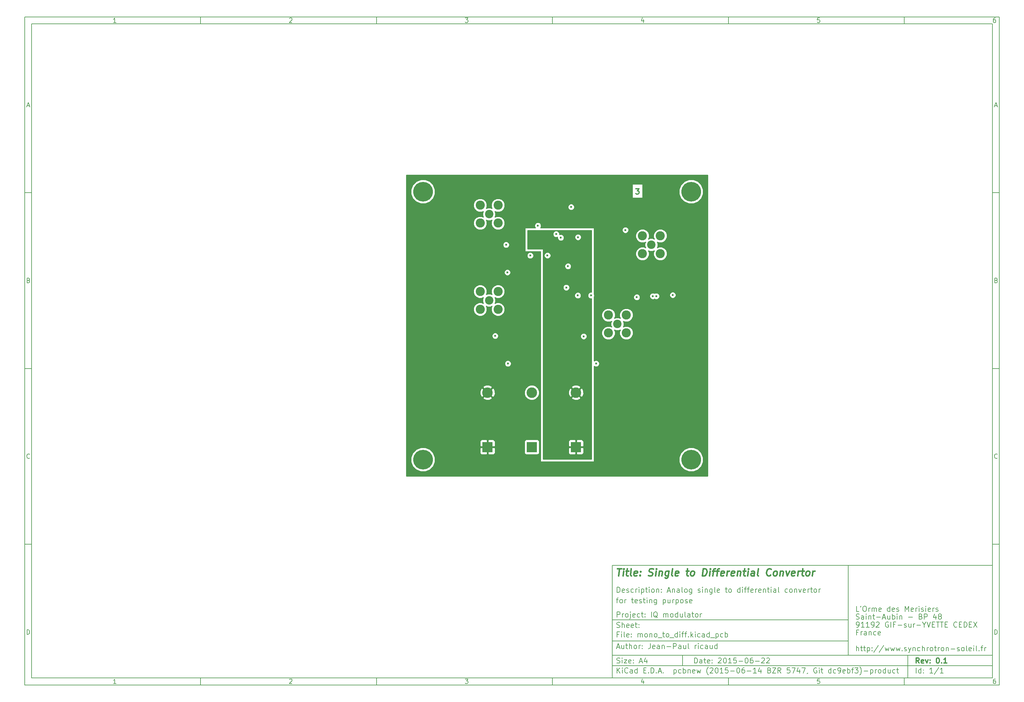
<source format=gbr>
G04 #@! TF.FileFunction,Copper,L3,Inr,Plane*
%FSLAX46Y46*%
G04 Gerber Fmt 4.6, Leading zero omitted, Abs format (unit mm)*
G04 Created by KiCad (PCBNEW (2015-06-14 BZR 5747, Git dc9ebf3)-product) date 24/06/2015 09:37:51*
%MOMM*%
G01*
G04 APERTURE LIST*
%ADD10C,0.100000*%
%ADD11C,0.150000*%
%ADD12C,0.300000*%
%ADD13C,0.400000*%
%ADD14R,2.999740X2.999740*%
%ADD15C,2.999740*%
%ADD16C,2.400000*%
%ADD17C,2.600000*%
%ADD18C,5.600700*%
%ADD19C,0.600000*%
%ADD20C,0.254000*%
G04 APERTURE END LIST*
D10*
D11*
X53812200Y-30117200D02*
X53812200Y-62117200D01*
X161812200Y-62117200D01*
X161812200Y-30117200D01*
X53812200Y-30117200D01*
D10*
D11*
X-113190000Y125890000D02*
X-113190000Y-64117200D01*
X163812200Y-64117200D01*
X163812200Y125890000D01*
X-113190000Y125890000D01*
D10*
D11*
X-111190000Y123890000D02*
X-111190000Y-62117200D01*
X161812200Y-62117200D01*
X161812200Y123890000D01*
X-111190000Y123890000D01*
D10*
D11*
X-63190000Y123890000D02*
X-63190000Y125890000D01*
D10*
D11*
X-13190000Y123890000D02*
X-13190000Y125890000D01*
D10*
D11*
X36810000Y123890000D02*
X36810000Y125890000D01*
D10*
D11*
X86810000Y123890000D02*
X86810000Y125890000D01*
D10*
D11*
X136810000Y123890000D02*
X136810000Y125890000D01*
D10*
D11*
X-87199524Y124301905D02*
X-87942381Y124301905D01*
X-87570952Y124301905D02*
X-87570952Y125601905D01*
X-87694762Y125416190D01*
X-87818571Y125292381D01*
X-87942381Y125230476D01*
D10*
D11*
X-37942381Y125478095D02*
X-37880476Y125540000D01*
X-37756667Y125601905D01*
X-37447143Y125601905D01*
X-37323333Y125540000D01*
X-37261429Y125478095D01*
X-37199524Y125354286D01*
X-37199524Y125230476D01*
X-37261429Y125044762D01*
X-38004286Y124301905D01*
X-37199524Y124301905D01*
D10*
D11*
X11995714Y125601905D02*
X12800476Y125601905D01*
X12367143Y125106667D01*
X12552857Y125106667D01*
X12676667Y125044762D01*
X12738571Y124982857D01*
X12800476Y124859048D01*
X12800476Y124549524D01*
X12738571Y124425714D01*
X12676667Y124363810D01*
X12552857Y124301905D01*
X12181429Y124301905D01*
X12057619Y124363810D01*
X11995714Y124425714D01*
D10*
D11*
X62676667Y125168571D02*
X62676667Y124301905D01*
X62367143Y125663810D02*
X62057619Y124735238D01*
X62862381Y124735238D01*
D10*
D11*
X112738571Y125601905D02*
X112119524Y125601905D01*
X112057619Y124982857D01*
X112119524Y125044762D01*
X112243333Y125106667D01*
X112552857Y125106667D01*
X112676667Y125044762D01*
X112738571Y124982857D01*
X112800476Y124859048D01*
X112800476Y124549524D01*
X112738571Y124425714D01*
X112676667Y124363810D01*
X112552857Y124301905D01*
X112243333Y124301905D01*
X112119524Y124363810D01*
X112057619Y124425714D01*
D10*
D11*
X162676667Y125601905D02*
X162429048Y125601905D01*
X162305238Y125540000D01*
X162243333Y125478095D01*
X162119524Y125292381D01*
X162057619Y125044762D01*
X162057619Y124549524D01*
X162119524Y124425714D01*
X162181429Y124363810D01*
X162305238Y124301905D01*
X162552857Y124301905D01*
X162676667Y124363810D01*
X162738571Y124425714D01*
X162800476Y124549524D01*
X162800476Y124859048D01*
X162738571Y124982857D01*
X162676667Y125044762D01*
X162552857Y125106667D01*
X162305238Y125106667D01*
X162181429Y125044762D01*
X162119524Y124982857D01*
X162057619Y124859048D01*
D10*
D11*
X-63190000Y-62117200D02*
X-63190000Y-64117200D01*
D10*
D11*
X-13190000Y-62117200D02*
X-13190000Y-64117200D01*
D10*
D11*
X36810000Y-62117200D02*
X36810000Y-64117200D01*
D10*
D11*
X86810000Y-62117200D02*
X86810000Y-64117200D01*
D10*
D11*
X136810000Y-62117200D02*
X136810000Y-64117200D01*
D10*
D11*
X-87199524Y-63705295D02*
X-87942381Y-63705295D01*
X-87570952Y-63705295D02*
X-87570952Y-62405295D01*
X-87694762Y-62591010D01*
X-87818571Y-62714819D01*
X-87942381Y-62776724D01*
D10*
D11*
X-37942381Y-62529105D02*
X-37880476Y-62467200D01*
X-37756667Y-62405295D01*
X-37447143Y-62405295D01*
X-37323333Y-62467200D01*
X-37261429Y-62529105D01*
X-37199524Y-62652914D01*
X-37199524Y-62776724D01*
X-37261429Y-62962438D01*
X-38004286Y-63705295D01*
X-37199524Y-63705295D01*
D10*
D11*
X11995714Y-62405295D02*
X12800476Y-62405295D01*
X12367143Y-62900533D01*
X12552857Y-62900533D01*
X12676667Y-62962438D01*
X12738571Y-63024343D01*
X12800476Y-63148152D01*
X12800476Y-63457676D01*
X12738571Y-63581486D01*
X12676667Y-63643390D01*
X12552857Y-63705295D01*
X12181429Y-63705295D01*
X12057619Y-63643390D01*
X11995714Y-63581486D01*
D10*
D11*
X62676667Y-62838629D02*
X62676667Y-63705295D01*
X62367143Y-62343390D02*
X62057619Y-63271962D01*
X62862381Y-63271962D01*
D10*
D11*
X112738571Y-62405295D02*
X112119524Y-62405295D01*
X112057619Y-63024343D01*
X112119524Y-62962438D01*
X112243333Y-62900533D01*
X112552857Y-62900533D01*
X112676667Y-62962438D01*
X112738571Y-63024343D01*
X112800476Y-63148152D01*
X112800476Y-63457676D01*
X112738571Y-63581486D01*
X112676667Y-63643390D01*
X112552857Y-63705295D01*
X112243333Y-63705295D01*
X112119524Y-63643390D01*
X112057619Y-63581486D01*
D10*
D11*
X162676667Y-62405295D02*
X162429048Y-62405295D01*
X162305238Y-62467200D01*
X162243333Y-62529105D01*
X162119524Y-62714819D01*
X162057619Y-62962438D01*
X162057619Y-63457676D01*
X162119524Y-63581486D01*
X162181429Y-63643390D01*
X162305238Y-63705295D01*
X162552857Y-63705295D01*
X162676667Y-63643390D01*
X162738571Y-63581486D01*
X162800476Y-63457676D01*
X162800476Y-63148152D01*
X162738571Y-63024343D01*
X162676667Y-62962438D01*
X162552857Y-62900533D01*
X162305238Y-62900533D01*
X162181429Y-62962438D01*
X162119524Y-63024343D01*
X162057619Y-63148152D01*
D10*
D11*
X-113190000Y75890000D02*
X-111190000Y75890000D01*
D10*
D11*
X-113190000Y25890000D02*
X-111190000Y25890000D01*
D10*
D11*
X-113190000Y-24110000D02*
X-111190000Y-24110000D01*
D10*
D11*
X-112499524Y100673333D02*
X-111880476Y100673333D01*
X-112623333Y100301905D02*
X-112190000Y101601905D01*
X-111756667Y100301905D01*
D10*
D11*
X-112097143Y50982857D02*
X-111911429Y50920952D01*
X-111849524Y50859048D01*
X-111787619Y50735238D01*
X-111787619Y50549524D01*
X-111849524Y50425714D01*
X-111911429Y50363810D01*
X-112035238Y50301905D01*
X-112530476Y50301905D01*
X-112530476Y51601905D01*
X-112097143Y51601905D01*
X-111973333Y51540000D01*
X-111911429Y51478095D01*
X-111849524Y51354286D01*
X-111849524Y51230476D01*
X-111911429Y51106667D01*
X-111973333Y51044762D01*
X-112097143Y50982857D01*
X-112530476Y50982857D01*
D10*
D11*
X-111787619Y425714D02*
X-111849524Y363810D01*
X-112035238Y301905D01*
X-112159048Y301905D01*
X-112344762Y363810D01*
X-112468571Y487619D01*
X-112530476Y611429D01*
X-112592381Y859048D01*
X-112592381Y1044762D01*
X-112530476Y1292381D01*
X-112468571Y1416190D01*
X-112344762Y1540000D01*
X-112159048Y1601905D01*
X-112035238Y1601905D01*
X-111849524Y1540000D01*
X-111787619Y1478095D01*
D10*
D11*
X-112530476Y-49698095D02*
X-112530476Y-48398095D01*
X-112220952Y-48398095D01*
X-112035238Y-48460000D01*
X-111911429Y-48583810D01*
X-111849524Y-48707619D01*
X-111787619Y-48955238D01*
X-111787619Y-49140952D01*
X-111849524Y-49388571D01*
X-111911429Y-49512381D01*
X-112035238Y-49636190D01*
X-112220952Y-49698095D01*
X-112530476Y-49698095D01*
D10*
D11*
X163812200Y75890000D02*
X161812200Y75890000D01*
D10*
D11*
X163812200Y25890000D02*
X161812200Y25890000D01*
D10*
D11*
X163812200Y-24110000D02*
X161812200Y-24110000D01*
D10*
D11*
X162502676Y100673333D02*
X163121724Y100673333D01*
X162378867Y100301905D02*
X162812200Y101601905D01*
X163245533Y100301905D01*
D10*
D11*
X162905057Y50982857D02*
X163090771Y50920952D01*
X163152676Y50859048D01*
X163214581Y50735238D01*
X163214581Y50549524D01*
X163152676Y50425714D01*
X163090771Y50363810D01*
X162966962Y50301905D01*
X162471724Y50301905D01*
X162471724Y51601905D01*
X162905057Y51601905D01*
X163028867Y51540000D01*
X163090771Y51478095D01*
X163152676Y51354286D01*
X163152676Y51230476D01*
X163090771Y51106667D01*
X163028867Y51044762D01*
X162905057Y50982857D01*
X162471724Y50982857D01*
D10*
D11*
X163214581Y425714D02*
X163152676Y363810D01*
X162966962Y301905D01*
X162843152Y301905D01*
X162657438Y363810D01*
X162533629Y487619D01*
X162471724Y611429D01*
X162409819Y859048D01*
X162409819Y1044762D01*
X162471724Y1292381D01*
X162533629Y1416190D01*
X162657438Y1540000D01*
X162843152Y1601905D01*
X162966962Y1601905D01*
X163152676Y1540000D01*
X163214581Y1478095D01*
D10*
D11*
X162471724Y-49698095D02*
X162471724Y-48398095D01*
X162781248Y-48398095D01*
X162966962Y-48460000D01*
X163090771Y-48583810D01*
X163152676Y-48707619D01*
X163214581Y-48955238D01*
X163214581Y-49140952D01*
X163152676Y-49388571D01*
X163090771Y-49512381D01*
X162966962Y-49636190D01*
X162781248Y-49698095D01*
X162471724Y-49698095D01*
D10*
D11*
X77169343Y-57895771D02*
X77169343Y-56395771D01*
X77526486Y-56395771D01*
X77740771Y-56467200D01*
X77883629Y-56610057D01*
X77955057Y-56752914D01*
X78026486Y-57038629D01*
X78026486Y-57252914D01*
X77955057Y-57538629D01*
X77883629Y-57681486D01*
X77740771Y-57824343D01*
X77526486Y-57895771D01*
X77169343Y-57895771D01*
X79312200Y-57895771D02*
X79312200Y-57110057D01*
X79240771Y-56967200D01*
X79097914Y-56895771D01*
X78812200Y-56895771D01*
X78669343Y-56967200D01*
X79312200Y-57824343D02*
X79169343Y-57895771D01*
X78812200Y-57895771D01*
X78669343Y-57824343D01*
X78597914Y-57681486D01*
X78597914Y-57538629D01*
X78669343Y-57395771D01*
X78812200Y-57324343D01*
X79169343Y-57324343D01*
X79312200Y-57252914D01*
X79812200Y-56895771D02*
X80383629Y-56895771D01*
X80026486Y-56395771D02*
X80026486Y-57681486D01*
X80097914Y-57824343D01*
X80240772Y-57895771D01*
X80383629Y-57895771D01*
X81455057Y-57824343D02*
X81312200Y-57895771D01*
X81026486Y-57895771D01*
X80883629Y-57824343D01*
X80812200Y-57681486D01*
X80812200Y-57110057D01*
X80883629Y-56967200D01*
X81026486Y-56895771D01*
X81312200Y-56895771D01*
X81455057Y-56967200D01*
X81526486Y-57110057D01*
X81526486Y-57252914D01*
X80812200Y-57395771D01*
X82169343Y-57752914D02*
X82240771Y-57824343D01*
X82169343Y-57895771D01*
X82097914Y-57824343D01*
X82169343Y-57752914D01*
X82169343Y-57895771D01*
X82169343Y-56967200D02*
X82240771Y-57038629D01*
X82169343Y-57110057D01*
X82097914Y-57038629D01*
X82169343Y-56967200D01*
X82169343Y-57110057D01*
X83955057Y-56538629D02*
X84026486Y-56467200D01*
X84169343Y-56395771D01*
X84526486Y-56395771D01*
X84669343Y-56467200D01*
X84740772Y-56538629D01*
X84812200Y-56681486D01*
X84812200Y-56824343D01*
X84740772Y-57038629D01*
X83883629Y-57895771D01*
X84812200Y-57895771D01*
X85740771Y-56395771D02*
X85883628Y-56395771D01*
X86026485Y-56467200D01*
X86097914Y-56538629D01*
X86169343Y-56681486D01*
X86240771Y-56967200D01*
X86240771Y-57324343D01*
X86169343Y-57610057D01*
X86097914Y-57752914D01*
X86026485Y-57824343D01*
X85883628Y-57895771D01*
X85740771Y-57895771D01*
X85597914Y-57824343D01*
X85526485Y-57752914D01*
X85455057Y-57610057D01*
X85383628Y-57324343D01*
X85383628Y-56967200D01*
X85455057Y-56681486D01*
X85526485Y-56538629D01*
X85597914Y-56467200D01*
X85740771Y-56395771D01*
X87669342Y-57895771D02*
X86812199Y-57895771D01*
X87240771Y-57895771D02*
X87240771Y-56395771D01*
X87097914Y-56610057D01*
X86955056Y-56752914D01*
X86812199Y-56824343D01*
X89026485Y-56395771D02*
X88312199Y-56395771D01*
X88240770Y-57110057D01*
X88312199Y-57038629D01*
X88455056Y-56967200D01*
X88812199Y-56967200D01*
X88955056Y-57038629D01*
X89026485Y-57110057D01*
X89097913Y-57252914D01*
X89097913Y-57610057D01*
X89026485Y-57752914D01*
X88955056Y-57824343D01*
X88812199Y-57895771D01*
X88455056Y-57895771D01*
X88312199Y-57824343D01*
X88240770Y-57752914D01*
X89740770Y-57324343D02*
X90883627Y-57324343D01*
X91883627Y-56395771D02*
X92026484Y-56395771D01*
X92169341Y-56467200D01*
X92240770Y-56538629D01*
X92312199Y-56681486D01*
X92383627Y-56967200D01*
X92383627Y-57324343D01*
X92312199Y-57610057D01*
X92240770Y-57752914D01*
X92169341Y-57824343D01*
X92026484Y-57895771D01*
X91883627Y-57895771D01*
X91740770Y-57824343D01*
X91669341Y-57752914D01*
X91597913Y-57610057D01*
X91526484Y-57324343D01*
X91526484Y-56967200D01*
X91597913Y-56681486D01*
X91669341Y-56538629D01*
X91740770Y-56467200D01*
X91883627Y-56395771D01*
X93669341Y-56395771D02*
X93383627Y-56395771D01*
X93240770Y-56467200D01*
X93169341Y-56538629D01*
X93026484Y-56752914D01*
X92955055Y-57038629D01*
X92955055Y-57610057D01*
X93026484Y-57752914D01*
X93097912Y-57824343D01*
X93240770Y-57895771D01*
X93526484Y-57895771D01*
X93669341Y-57824343D01*
X93740770Y-57752914D01*
X93812198Y-57610057D01*
X93812198Y-57252914D01*
X93740770Y-57110057D01*
X93669341Y-57038629D01*
X93526484Y-56967200D01*
X93240770Y-56967200D01*
X93097912Y-57038629D01*
X93026484Y-57110057D01*
X92955055Y-57252914D01*
X94455055Y-57324343D02*
X95597912Y-57324343D01*
X96240769Y-56538629D02*
X96312198Y-56467200D01*
X96455055Y-56395771D01*
X96812198Y-56395771D01*
X96955055Y-56467200D01*
X97026484Y-56538629D01*
X97097912Y-56681486D01*
X97097912Y-56824343D01*
X97026484Y-57038629D01*
X96169341Y-57895771D01*
X97097912Y-57895771D01*
X97669340Y-56538629D02*
X97740769Y-56467200D01*
X97883626Y-56395771D01*
X98240769Y-56395771D01*
X98383626Y-56467200D01*
X98455055Y-56538629D01*
X98526483Y-56681486D01*
X98526483Y-56824343D01*
X98455055Y-57038629D01*
X97597912Y-57895771D01*
X98526483Y-57895771D01*
D10*
D11*
X53812200Y-58617200D02*
X161812200Y-58617200D01*
D10*
D11*
X55169343Y-60695771D02*
X55169343Y-59195771D01*
X56026486Y-60695771D02*
X55383629Y-59838629D01*
X56026486Y-59195771D02*
X55169343Y-60052914D01*
X56669343Y-60695771D02*
X56669343Y-59695771D01*
X56669343Y-59195771D02*
X56597914Y-59267200D01*
X56669343Y-59338629D01*
X56740771Y-59267200D01*
X56669343Y-59195771D01*
X56669343Y-59338629D01*
X58240772Y-60552914D02*
X58169343Y-60624343D01*
X57955057Y-60695771D01*
X57812200Y-60695771D01*
X57597915Y-60624343D01*
X57455057Y-60481486D01*
X57383629Y-60338629D01*
X57312200Y-60052914D01*
X57312200Y-59838629D01*
X57383629Y-59552914D01*
X57455057Y-59410057D01*
X57597915Y-59267200D01*
X57812200Y-59195771D01*
X57955057Y-59195771D01*
X58169343Y-59267200D01*
X58240772Y-59338629D01*
X59526486Y-60695771D02*
X59526486Y-59910057D01*
X59455057Y-59767200D01*
X59312200Y-59695771D01*
X59026486Y-59695771D01*
X58883629Y-59767200D01*
X59526486Y-60624343D02*
X59383629Y-60695771D01*
X59026486Y-60695771D01*
X58883629Y-60624343D01*
X58812200Y-60481486D01*
X58812200Y-60338629D01*
X58883629Y-60195771D01*
X59026486Y-60124343D01*
X59383629Y-60124343D01*
X59526486Y-60052914D01*
X60883629Y-60695771D02*
X60883629Y-59195771D01*
X60883629Y-60624343D02*
X60740772Y-60695771D01*
X60455058Y-60695771D01*
X60312200Y-60624343D01*
X60240772Y-60552914D01*
X60169343Y-60410057D01*
X60169343Y-59981486D01*
X60240772Y-59838629D01*
X60312200Y-59767200D01*
X60455058Y-59695771D01*
X60740772Y-59695771D01*
X60883629Y-59767200D01*
X62740772Y-59910057D02*
X63240772Y-59910057D01*
X63455058Y-60695771D02*
X62740772Y-60695771D01*
X62740772Y-59195771D01*
X63455058Y-59195771D01*
X64097915Y-60552914D02*
X64169343Y-60624343D01*
X64097915Y-60695771D01*
X64026486Y-60624343D01*
X64097915Y-60552914D01*
X64097915Y-60695771D01*
X64812201Y-60695771D02*
X64812201Y-59195771D01*
X65169344Y-59195771D01*
X65383629Y-59267200D01*
X65526487Y-59410057D01*
X65597915Y-59552914D01*
X65669344Y-59838629D01*
X65669344Y-60052914D01*
X65597915Y-60338629D01*
X65526487Y-60481486D01*
X65383629Y-60624343D01*
X65169344Y-60695771D01*
X64812201Y-60695771D01*
X66312201Y-60552914D02*
X66383629Y-60624343D01*
X66312201Y-60695771D01*
X66240772Y-60624343D01*
X66312201Y-60552914D01*
X66312201Y-60695771D01*
X66955058Y-60267200D02*
X67669344Y-60267200D01*
X66812201Y-60695771D02*
X67312201Y-59195771D01*
X67812201Y-60695771D01*
X68312201Y-60552914D02*
X68383629Y-60624343D01*
X68312201Y-60695771D01*
X68240772Y-60624343D01*
X68312201Y-60552914D01*
X68312201Y-60695771D01*
X71312201Y-59695771D02*
X71312201Y-61195771D01*
X71312201Y-59767200D02*
X71455058Y-59695771D01*
X71740772Y-59695771D01*
X71883629Y-59767200D01*
X71955058Y-59838629D01*
X72026487Y-59981486D01*
X72026487Y-60410057D01*
X71955058Y-60552914D01*
X71883629Y-60624343D01*
X71740772Y-60695771D01*
X71455058Y-60695771D01*
X71312201Y-60624343D01*
X73312201Y-60624343D02*
X73169344Y-60695771D01*
X72883630Y-60695771D01*
X72740772Y-60624343D01*
X72669344Y-60552914D01*
X72597915Y-60410057D01*
X72597915Y-59981486D01*
X72669344Y-59838629D01*
X72740772Y-59767200D01*
X72883630Y-59695771D01*
X73169344Y-59695771D01*
X73312201Y-59767200D01*
X73955058Y-60695771D02*
X73955058Y-59195771D01*
X73955058Y-59767200D02*
X74097915Y-59695771D01*
X74383629Y-59695771D01*
X74526486Y-59767200D01*
X74597915Y-59838629D01*
X74669344Y-59981486D01*
X74669344Y-60410057D01*
X74597915Y-60552914D01*
X74526486Y-60624343D01*
X74383629Y-60695771D01*
X74097915Y-60695771D01*
X73955058Y-60624343D01*
X75312201Y-59695771D02*
X75312201Y-60695771D01*
X75312201Y-59838629D02*
X75383629Y-59767200D01*
X75526487Y-59695771D01*
X75740772Y-59695771D01*
X75883629Y-59767200D01*
X75955058Y-59910057D01*
X75955058Y-60695771D01*
X77240772Y-60624343D02*
X77097915Y-60695771D01*
X76812201Y-60695771D01*
X76669344Y-60624343D01*
X76597915Y-60481486D01*
X76597915Y-59910057D01*
X76669344Y-59767200D01*
X76812201Y-59695771D01*
X77097915Y-59695771D01*
X77240772Y-59767200D01*
X77312201Y-59910057D01*
X77312201Y-60052914D01*
X76597915Y-60195771D01*
X77812201Y-59695771D02*
X78097915Y-60695771D01*
X78383629Y-59981486D01*
X78669344Y-60695771D01*
X78955058Y-59695771D01*
X81097915Y-61267200D02*
X81026487Y-61195771D01*
X80883630Y-60981486D01*
X80812201Y-60838629D01*
X80740772Y-60624343D01*
X80669344Y-60267200D01*
X80669344Y-59981486D01*
X80740772Y-59624343D01*
X80812201Y-59410057D01*
X80883630Y-59267200D01*
X81026487Y-59052914D01*
X81097915Y-58981486D01*
X81597915Y-59338629D02*
X81669344Y-59267200D01*
X81812201Y-59195771D01*
X82169344Y-59195771D01*
X82312201Y-59267200D01*
X82383630Y-59338629D01*
X82455058Y-59481486D01*
X82455058Y-59624343D01*
X82383630Y-59838629D01*
X81526487Y-60695771D01*
X82455058Y-60695771D01*
X83383629Y-59195771D02*
X83526486Y-59195771D01*
X83669343Y-59267200D01*
X83740772Y-59338629D01*
X83812201Y-59481486D01*
X83883629Y-59767200D01*
X83883629Y-60124343D01*
X83812201Y-60410057D01*
X83740772Y-60552914D01*
X83669343Y-60624343D01*
X83526486Y-60695771D01*
X83383629Y-60695771D01*
X83240772Y-60624343D01*
X83169343Y-60552914D01*
X83097915Y-60410057D01*
X83026486Y-60124343D01*
X83026486Y-59767200D01*
X83097915Y-59481486D01*
X83169343Y-59338629D01*
X83240772Y-59267200D01*
X83383629Y-59195771D01*
X85312200Y-60695771D02*
X84455057Y-60695771D01*
X84883629Y-60695771D02*
X84883629Y-59195771D01*
X84740772Y-59410057D01*
X84597914Y-59552914D01*
X84455057Y-59624343D01*
X86669343Y-59195771D02*
X85955057Y-59195771D01*
X85883628Y-59910057D01*
X85955057Y-59838629D01*
X86097914Y-59767200D01*
X86455057Y-59767200D01*
X86597914Y-59838629D01*
X86669343Y-59910057D01*
X86740771Y-60052914D01*
X86740771Y-60410057D01*
X86669343Y-60552914D01*
X86597914Y-60624343D01*
X86455057Y-60695771D01*
X86097914Y-60695771D01*
X85955057Y-60624343D01*
X85883628Y-60552914D01*
X87383628Y-60124343D02*
X88526485Y-60124343D01*
X89526485Y-59195771D02*
X89669342Y-59195771D01*
X89812199Y-59267200D01*
X89883628Y-59338629D01*
X89955057Y-59481486D01*
X90026485Y-59767200D01*
X90026485Y-60124343D01*
X89955057Y-60410057D01*
X89883628Y-60552914D01*
X89812199Y-60624343D01*
X89669342Y-60695771D01*
X89526485Y-60695771D01*
X89383628Y-60624343D01*
X89312199Y-60552914D01*
X89240771Y-60410057D01*
X89169342Y-60124343D01*
X89169342Y-59767200D01*
X89240771Y-59481486D01*
X89312199Y-59338629D01*
X89383628Y-59267200D01*
X89526485Y-59195771D01*
X91312199Y-59195771D02*
X91026485Y-59195771D01*
X90883628Y-59267200D01*
X90812199Y-59338629D01*
X90669342Y-59552914D01*
X90597913Y-59838629D01*
X90597913Y-60410057D01*
X90669342Y-60552914D01*
X90740770Y-60624343D01*
X90883628Y-60695771D01*
X91169342Y-60695771D01*
X91312199Y-60624343D01*
X91383628Y-60552914D01*
X91455056Y-60410057D01*
X91455056Y-60052914D01*
X91383628Y-59910057D01*
X91312199Y-59838629D01*
X91169342Y-59767200D01*
X90883628Y-59767200D01*
X90740770Y-59838629D01*
X90669342Y-59910057D01*
X90597913Y-60052914D01*
X92097913Y-60124343D02*
X93240770Y-60124343D01*
X94740770Y-60695771D02*
X93883627Y-60695771D01*
X94312199Y-60695771D02*
X94312199Y-59195771D01*
X94169342Y-59410057D01*
X94026484Y-59552914D01*
X93883627Y-59624343D01*
X96026484Y-59695771D02*
X96026484Y-60695771D01*
X95669341Y-59124343D02*
X95312198Y-60195771D01*
X96240770Y-60195771D01*
X98455055Y-59910057D02*
X98669341Y-59981486D01*
X98740769Y-60052914D01*
X98812198Y-60195771D01*
X98812198Y-60410057D01*
X98740769Y-60552914D01*
X98669341Y-60624343D01*
X98526483Y-60695771D01*
X97955055Y-60695771D01*
X97955055Y-59195771D01*
X98455055Y-59195771D01*
X98597912Y-59267200D01*
X98669341Y-59338629D01*
X98740769Y-59481486D01*
X98740769Y-59624343D01*
X98669341Y-59767200D01*
X98597912Y-59838629D01*
X98455055Y-59910057D01*
X97955055Y-59910057D01*
X99312198Y-59195771D02*
X100312198Y-59195771D01*
X99312198Y-60695771D01*
X100312198Y-60695771D01*
X101740769Y-60695771D02*
X101240769Y-59981486D01*
X100883626Y-60695771D02*
X100883626Y-59195771D01*
X101455054Y-59195771D01*
X101597912Y-59267200D01*
X101669340Y-59338629D01*
X101740769Y-59481486D01*
X101740769Y-59695771D01*
X101669340Y-59838629D01*
X101597912Y-59910057D01*
X101455054Y-59981486D01*
X100883626Y-59981486D01*
X104240769Y-59195771D02*
X103526483Y-59195771D01*
X103455054Y-59910057D01*
X103526483Y-59838629D01*
X103669340Y-59767200D01*
X104026483Y-59767200D01*
X104169340Y-59838629D01*
X104240769Y-59910057D01*
X104312197Y-60052914D01*
X104312197Y-60410057D01*
X104240769Y-60552914D01*
X104169340Y-60624343D01*
X104026483Y-60695771D01*
X103669340Y-60695771D01*
X103526483Y-60624343D01*
X103455054Y-60552914D01*
X104812197Y-59195771D02*
X105812197Y-59195771D01*
X105169340Y-60695771D01*
X107026482Y-59695771D02*
X107026482Y-60695771D01*
X106669339Y-59124343D02*
X106312196Y-60195771D01*
X107240768Y-60195771D01*
X107669339Y-59195771D02*
X108669339Y-59195771D01*
X108026482Y-60695771D01*
X109312195Y-60624343D02*
X109312195Y-60695771D01*
X109240767Y-60838629D01*
X109169338Y-60910057D01*
X111883624Y-59267200D02*
X111740767Y-59195771D01*
X111526481Y-59195771D01*
X111312196Y-59267200D01*
X111169338Y-59410057D01*
X111097910Y-59552914D01*
X111026481Y-59838629D01*
X111026481Y-60052914D01*
X111097910Y-60338629D01*
X111169338Y-60481486D01*
X111312196Y-60624343D01*
X111526481Y-60695771D01*
X111669338Y-60695771D01*
X111883624Y-60624343D01*
X111955053Y-60552914D01*
X111955053Y-60052914D01*
X111669338Y-60052914D01*
X112597910Y-60695771D02*
X112597910Y-59695771D01*
X112597910Y-59195771D02*
X112526481Y-59267200D01*
X112597910Y-59338629D01*
X112669338Y-59267200D01*
X112597910Y-59195771D01*
X112597910Y-59338629D01*
X113097910Y-59695771D02*
X113669339Y-59695771D01*
X113312196Y-59195771D02*
X113312196Y-60481486D01*
X113383624Y-60624343D01*
X113526482Y-60695771D01*
X113669339Y-60695771D01*
X115955053Y-60695771D02*
X115955053Y-59195771D01*
X115955053Y-60624343D02*
X115812196Y-60695771D01*
X115526482Y-60695771D01*
X115383624Y-60624343D01*
X115312196Y-60552914D01*
X115240767Y-60410057D01*
X115240767Y-59981486D01*
X115312196Y-59838629D01*
X115383624Y-59767200D01*
X115526482Y-59695771D01*
X115812196Y-59695771D01*
X115955053Y-59767200D01*
X117312196Y-60624343D02*
X117169339Y-60695771D01*
X116883625Y-60695771D01*
X116740767Y-60624343D01*
X116669339Y-60552914D01*
X116597910Y-60410057D01*
X116597910Y-59981486D01*
X116669339Y-59838629D01*
X116740767Y-59767200D01*
X116883625Y-59695771D01*
X117169339Y-59695771D01*
X117312196Y-59767200D01*
X118026481Y-60695771D02*
X118312196Y-60695771D01*
X118455053Y-60624343D01*
X118526481Y-60552914D01*
X118669339Y-60338629D01*
X118740767Y-60052914D01*
X118740767Y-59481486D01*
X118669339Y-59338629D01*
X118597910Y-59267200D01*
X118455053Y-59195771D01*
X118169339Y-59195771D01*
X118026481Y-59267200D01*
X117955053Y-59338629D01*
X117883624Y-59481486D01*
X117883624Y-59838629D01*
X117955053Y-59981486D01*
X118026481Y-60052914D01*
X118169339Y-60124343D01*
X118455053Y-60124343D01*
X118597910Y-60052914D01*
X118669339Y-59981486D01*
X118740767Y-59838629D01*
X119955052Y-60624343D02*
X119812195Y-60695771D01*
X119526481Y-60695771D01*
X119383624Y-60624343D01*
X119312195Y-60481486D01*
X119312195Y-59910057D01*
X119383624Y-59767200D01*
X119526481Y-59695771D01*
X119812195Y-59695771D01*
X119955052Y-59767200D01*
X120026481Y-59910057D01*
X120026481Y-60052914D01*
X119312195Y-60195771D01*
X120669338Y-60695771D02*
X120669338Y-59195771D01*
X120669338Y-59767200D02*
X120812195Y-59695771D01*
X121097909Y-59695771D01*
X121240766Y-59767200D01*
X121312195Y-59838629D01*
X121383624Y-59981486D01*
X121383624Y-60410057D01*
X121312195Y-60552914D01*
X121240766Y-60624343D01*
X121097909Y-60695771D01*
X120812195Y-60695771D01*
X120669338Y-60624343D01*
X121812195Y-59695771D02*
X122383624Y-59695771D01*
X122026481Y-60695771D02*
X122026481Y-59410057D01*
X122097909Y-59267200D01*
X122240767Y-59195771D01*
X122383624Y-59195771D01*
X122740767Y-59195771D02*
X123669338Y-59195771D01*
X123169338Y-59767200D01*
X123383624Y-59767200D01*
X123526481Y-59838629D01*
X123597910Y-59910057D01*
X123669338Y-60052914D01*
X123669338Y-60410057D01*
X123597910Y-60552914D01*
X123526481Y-60624343D01*
X123383624Y-60695771D01*
X122955052Y-60695771D01*
X122812195Y-60624343D01*
X122740767Y-60552914D01*
X124169338Y-61267200D02*
X124240766Y-61195771D01*
X124383623Y-60981486D01*
X124455052Y-60838629D01*
X124526481Y-60624343D01*
X124597909Y-60267200D01*
X124597909Y-59981486D01*
X124526481Y-59624343D01*
X124455052Y-59410057D01*
X124383623Y-59267200D01*
X124240766Y-59052914D01*
X124169338Y-58981486D01*
X125312195Y-60124343D02*
X126455052Y-60124343D01*
X127169338Y-59695771D02*
X127169338Y-61195771D01*
X127169338Y-59767200D02*
X127312195Y-59695771D01*
X127597909Y-59695771D01*
X127740766Y-59767200D01*
X127812195Y-59838629D01*
X127883624Y-59981486D01*
X127883624Y-60410057D01*
X127812195Y-60552914D01*
X127740766Y-60624343D01*
X127597909Y-60695771D01*
X127312195Y-60695771D01*
X127169338Y-60624343D01*
X128526481Y-60695771D02*
X128526481Y-59695771D01*
X128526481Y-59981486D02*
X128597909Y-59838629D01*
X128669338Y-59767200D01*
X128812195Y-59695771D01*
X128955052Y-59695771D01*
X129669338Y-60695771D02*
X129526480Y-60624343D01*
X129455052Y-60552914D01*
X129383623Y-60410057D01*
X129383623Y-59981486D01*
X129455052Y-59838629D01*
X129526480Y-59767200D01*
X129669338Y-59695771D01*
X129883623Y-59695771D01*
X130026480Y-59767200D01*
X130097909Y-59838629D01*
X130169338Y-59981486D01*
X130169338Y-60410057D01*
X130097909Y-60552914D01*
X130026480Y-60624343D01*
X129883623Y-60695771D01*
X129669338Y-60695771D01*
X131455052Y-60695771D02*
X131455052Y-59195771D01*
X131455052Y-60624343D02*
X131312195Y-60695771D01*
X131026481Y-60695771D01*
X130883623Y-60624343D01*
X130812195Y-60552914D01*
X130740766Y-60410057D01*
X130740766Y-59981486D01*
X130812195Y-59838629D01*
X130883623Y-59767200D01*
X131026481Y-59695771D01*
X131312195Y-59695771D01*
X131455052Y-59767200D01*
X132812195Y-59695771D02*
X132812195Y-60695771D01*
X132169338Y-59695771D02*
X132169338Y-60481486D01*
X132240766Y-60624343D01*
X132383624Y-60695771D01*
X132597909Y-60695771D01*
X132740766Y-60624343D01*
X132812195Y-60552914D01*
X134169338Y-60624343D02*
X134026481Y-60695771D01*
X133740767Y-60695771D01*
X133597909Y-60624343D01*
X133526481Y-60552914D01*
X133455052Y-60410057D01*
X133455052Y-59981486D01*
X133526481Y-59838629D01*
X133597909Y-59767200D01*
X133740767Y-59695771D01*
X134026481Y-59695771D01*
X134169338Y-59767200D01*
X134597909Y-59695771D02*
X135169338Y-59695771D01*
X134812195Y-59195771D02*
X134812195Y-60481486D01*
X134883623Y-60624343D01*
X135026481Y-60695771D01*
X135169338Y-60695771D01*
D10*
D11*
X53812200Y-55617200D02*
X161812200Y-55617200D01*
D10*
D12*
X141026486Y-57895771D02*
X140526486Y-57181486D01*
X140169343Y-57895771D02*
X140169343Y-56395771D01*
X140740771Y-56395771D01*
X140883629Y-56467200D01*
X140955057Y-56538629D01*
X141026486Y-56681486D01*
X141026486Y-56895771D01*
X140955057Y-57038629D01*
X140883629Y-57110057D01*
X140740771Y-57181486D01*
X140169343Y-57181486D01*
X142240771Y-57824343D02*
X142097914Y-57895771D01*
X141812200Y-57895771D01*
X141669343Y-57824343D01*
X141597914Y-57681486D01*
X141597914Y-57110057D01*
X141669343Y-56967200D01*
X141812200Y-56895771D01*
X142097914Y-56895771D01*
X142240771Y-56967200D01*
X142312200Y-57110057D01*
X142312200Y-57252914D01*
X141597914Y-57395771D01*
X142812200Y-56895771D02*
X143169343Y-57895771D01*
X143526485Y-56895771D01*
X144097914Y-57752914D02*
X144169342Y-57824343D01*
X144097914Y-57895771D01*
X144026485Y-57824343D01*
X144097914Y-57752914D01*
X144097914Y-57895771D01*
X144097914Y-56967200D02*
X144169342Y-57038629D01*
X144097914Y-57110057D01*
X144026485Y-57038629D01*
X144097914Y-56967200D01*
X144097914Y-57110057D01*
X146240771Y-56395771D02*
X146383628Y-56395771D01*
X146526485Y-56467200D01*
X146597914Y-56538629D01*
X146669343Y-56681486D01*
X146740771Y-56967200D01*
X146740771Y-57324343D01*
X146669343Y-57610057D01*
X146597914Y-57752914D01*
X146526485Y-57824343D01*
X146383628Y-57895771D01*
X146240771Y-57895771D01*
X146097914Y-57824343D01*
X146026485Y-57752914D01*
X145955057Y-57610057D01*
X145883628Y-57324343D01*
X145883628Y-56967200D01*
X145955057Y-56681486D01*
X146026485Y-56538629D01*
X146097914Y-56467200D01*
X146240771Y-56395771D01*
X147383628Y-57752914D02*
X147455056Y-57824343D01*
X147383628Y-57895771D01*
X147312199Y-57824343D01*
X147383628Y-57752914D01*
X147383628Y-57895771D01*
X148883628Y-57895771D02*
X148026485Y-57895771D01*
X148455057Y-57895771D02*
X148455057Y-56395771D01*
X148312200Y-56610057D01*
X148169342Y-56752914D01*
X148026485Y-56824343D01*
D10*
D11*
X55097914Y-57824343D02*
X55312200Y-57895771D01*
X55669343Y-57895771D01*
X55812200Y-57824343D01*
X55883629Y-57752914D01*
X55955057Y-57610057D01*
X55955057Y-57467200D01*
X55883629Y-57324343D01*
X55812200Y-57252914D01*
X55669343Y-57181486D01*
X55383629Y-57110057D01*
X55240771Y-57038629D01*
X55169343Y-56967200D01*
X55097914Y-56824343D01*
X55097914Y-56681486D01*
X55169343Y-56538629D01*
X55240771Y-56467200D01*
X55383629Y-56395771D01*
X55740771Y-56395771D01*
X55955057Y-56467200D01*
X56597914Y-57895771D02*
X56597914Y-56895771D01*
X56597914Y-56395771D02*
X56526485Y-56467200D01*
X56597914Y-56538629D01*
X56669342Y-56467200D01*
X56597914Y-56395771D01*
X56597914Y-56538629D01*
X57169343Y-56895771D02*
X57955057Y-56895771D01*
X57169343Y-57895771D01*
X57955057Y-57895771D01*
X59097914Y-57824343D02*
X58955057Y-57895771D01*
X58669343Y-57895771D01*
X58526486Y-57824343D01*
X58455057Y-57681486D01*
X58455057Y-57110057D01*
X58526486Y-56967200D01*
X58669343Y-56895771D01*
X58955057Y-56895771D01*
X59097914Y-56967200D01*
X59169343Y-57110057D01*
X59169343Y-57252914D01*
X58455057Y-57395771D01*
X59812200Y-57752914D02*
X59883628Y-57824343D01*
X59812200Y-57895771D01*
X59740771Y-57824343D01*
X59812200Y-57752914D01*
X59812200Y-57895771D01*
X59812200Y-56967200D02*
X59883628Y-57038629D01*
X59812200Y-57110057D01*
X59740771Y-57038629D01*
X59812200Y-56967200D01*
X59812200Y-57110057D01*
X61597914Y-57467200D02*
X62312200Y-57467200D01*
X61455057Y-57895771D02*
X61955057Y-56395771D01*
X62455057Y-57895771D01*
X63597914Y-56895771D02*
X63597914Y-57895771D01*
X63240771Y-56324343D02*
X62883628Y-57395771D01*
X63812200Y-57395771D01*
D10*
D11*
X140169343Y-60695771D02*
X140169343Y-59195771D01*
X141526486Y-60695771D02*
X141526486Y-59195771D01*
X141526486Y-60624343D02*
X141383629Y-60695771D01*
X141097915Y-60695771D01*
X140955057Y-60624343D01*
X140883629Y-60552914D01*
X140812200Y-60410057D01*
X140812200Y-59981486D01*
X140883629Y-59838629D01*
X140955057Y-59767200D01*
X141097915Y-59695771D01*
X141383629Y-59695771D01*
X141526486Y-59767200D01*
X142240772Y-60552914D02*
X142312200Y-60624343D01*
X142240772Y-60695771D01*
X142169343Y-60624343D01*
X142240772Y-60552914D01*
X142240772Y-60695771D01*
X142240772Y-59767200D02*
X142312200Y-59838629D01*
X142240772Y-59910057D01*
X142169343Y-59838629D01*
X142240772Y-59767200D01*
X142240772Y-59910057D01*
X144883629Y-60695771D02*
X144026486Y-60695771D01*
X144455058Y-60695771D02*
X144455058Y-59195771D01*
X144312201Y-59410057D01*
X144169343Y-59552914D01*
X144026486Y-59624343D01*
X146597914Y-59124343D02*
X145312200Y-61052914D01*
X147883629Y-60695771D02*
X147026486Y-60695771D01*
X147455058Y-60695771D02*
X147455058Y-59195771D01*
X147312201Y-59410057D01*
X147169343Y-59552914D01*
X147026486Y-59624343D01*
D10*
D11*
X163812200Y-64117200D02*
X163812200Y-64117200D01*
D10*
D11*
X53812200Y-51617200D02*
X120812200Y-51617200D01*
D10*
D13*
X55264581Y-31021962D02*
X56407438Y-31021962D01*
X55586010Y-33021962D02*
X55836010Y-31021962D01*
X56824105Y-33021962D02*
X56990771Y-31688629D01*
X57074105Y-31021962D02*
X56966962Y-31117200D01*
X57050295Y-31212438D01*
X57157439Y-31117200D01*
X57074105Y-31021962D01*
X57050295Y-31212438D01*
X57657438Y-31688629D02*
X58419343Y-31688629D01*
X58026486Y-31021962D02*
X57812200Y-32736248D01*
X57883630Y-32926724D01*
X58062201Y-33021962D01*
X58252677Y-33021962D01*
X59205058Y-33021962D02*
X59026487Y-32926724D01*
X58955057Y-32736248D01*
X59169343Y-31021962D01*
X60740772Y-32926724D02*
X60538391Y-33021962D01*
X60157439Y-33021962D01*
X59978867Y-32926724D01*
X59907438Y-32736248D01*
X60002676Y-31974343D01*
X60121724Y-31783867D01*
X60324105Y-31688629D01*
X60705057Y-31688629D01*
X60883629Y-31783867D01*
X60955057Y-31974343D01*
X60931248Y-32164819D01*
X59955057Y-32355295D01*
X61705057Y-32831486D02*
X61788392Y-32926724D01*
X61681248Y-33021962D01*
X61597915Y-32926724D01*
X61705057Y-32831486D01*
X61681248Y-33021962D01*
X61836010Y-31783867D02*
X61919344Y-31879105D01*
X61812200Y-31974343D01*
X61728867Y-31879105D01*
X61836010Y-31783867D01*
X61812200Y-31974343D01*
X64074106Y-32926724D02*
X64347916Y-33021962D01*
X64824106Y-33021962D01*
X65026487Y-32926724D01*
X65133629Y-32831486D01*
X65252678Y-32641010D01*
X65276487Y-32450533D01*
X65205058Y-32260057D01*
X65121725Y-32164819D01*
X64943153Y-32069581D01*
X64574106Y-31974343D01*
X64395535Y-31879105D01*
X64312201Y-31783867D01*
X64240772Y-31593390D01*
X64264582Y-31402914D01*
X64383629Y-31212438D01*
X64490773Y-31117200D01*
X64693154Y-31021962D01*
X65169344Y-31021962D01*
X65443154Y-31117200D01*
X66062201Y-33021962D02*
X66228867Y-31688629D01*
X66312201Y-31021962D02*
X66205058Y-31117200D01*
X66288391Y-31212438D01*
X66395535Y-31117200D01*
X66312201Y-31021962D01*
X66288391Y-31212438D01*
X67181248Y-31688629D02*
X67014582Y-33021962D01*
X67157439Y-31879105D02*
X67264583Y-31783867D01*
X67466963Y-31688629D01*
X67752677Y-31688629D01*
X67931249Y-31783867D01*
X68002677Y-31974343D01*
X67871725Y-33021962D01*
X69847915Y-31688629D02*
X69645534Y-33307676D01*
X69526487Y-33498152D01*
X69419344Y-33593390D01*
X69216963Y-33688629D01*
X68931249Y-33688629D01*
X68752677Y-33593390D01*
X69693154Y-32926724D02*
X69490773Y-33021962D01*
X69109821Y-33021962D01*
X68931250Y-32926724D01*
X68847915Y-32831486D01*
X68776487Y-32641010D01*
X68847915Y-32069581D01*
X68966963Y-31879105D01*
X69074107Y-31783867D01*
X69276487Y-31688629D01*
X69657439Y-31688629D01*
X69836011Y-31783867D01*
X70919345Y-33021962D02*
X70740774Y-32926724D01*
X70669344Y-32736248D01*
X70883630Y-31021962D01*
X72455059Y-32926724D02*
X72252678Y-33021962D01*
X71871726Y-33021962D01*
X71693154Y-32926724D01*
X71621725Y-32736248D01*
X71716963Y-31974343D01*
X71836011Y-31783867D01*
X72038392Y-31688629D01*
X72419344Y-31688629D01*
X72597916Y-31783867D01*
X72669344Y-31974343D01*
X72645535Y-32164819D01*
X71669344Y-32355295D01*
X74800297Y-31688629D02*
X75562202Y-31688629D01*
X75169345Y-31021962D02*
X74955059Y-32736248D01*
X75026489Y-32926724D01*
X75205060Y-33021962D01*
X75395536Y-33021962D01*
X76347917Y-33021962D02*
X76169346Y-32926724D01*
X76086011Y-32831486D01*
X76014583Y-32641010D01*
X76086011Y-32069581D01*
X76205059Y-31879105D01*
X76312203Y-31783867D01*
X76514583Y-31688629D01*
X76800297Y-31688629D01*
X76978869Y-31783867D01*
X77062202Y-31879105D01*
X77133630Y-32069581D01*
X77062202Y-32641010D01*
X76943154Y-32831486D01*
X76836012Y-32926724D01*
X76633631Y-33021962D01*
X76347917Y-33021962D01*
X79395536Y-33021962D02*
X79645536Y-31021962D01*
X80121727Y-31021962D01*
X80395536Y-31117200D01*
X80562203Y-31307676D01*
X80633632Y-31498152D01*
X80681251Y-31879105D01*
X80645537Y-32164819D01*
X80502680Y-32545771D01*
X80383631Y-32736248D01*
X80169346Y-32926724D01*
X79871727Y-33021962D01*
X79395536Y-33021962D01*
X81395536Y-33021962D02*
X81562202Y-31688629D01*
X81645536Y-31021962D02*
X81538393Y-31117200D01*
X81621726Y-31212438D01*
X81728870Y-31117200D01*
X81645536Y-31021962D01*
X81621726Y-31212438D01*
X82228869Y-31688629D02*
X82990774Y-31688629D01*
X82347917Y-33021962D02*
X82562203Y-31307676D01*
X82681251Y-31117200D01*
X82883632Y-31021962D01*
X83074108Y-31021962D01*
X83371726Y-31688629D02*
X84133631Y-31688629D01*
X83490774Y-33021962D02*
X83705060Y-31307676D01*
X83824108Y-31117200D01*
X84026489Y-31021962D01*
X84216965Y-31021962D01*
X85407441Y-32926724D02*
X85205060Y-33021962D01*
X84824108Y-33021962D01*
X84645536Y-32926724D01*
X84574107Y-32736248D01*
X84669345Y-31974343D01*
X84788393Y-31783867D01*
X84990774Y-31688629D01*
X85371726Y-31688629D01*
X85550298Y-31783867D01*
X85621726Y-31974343D01*
X85597917Y-32164819D01*
X84621726Y-32355295D01*
X86347917Y-33021962D02*
X86514583Y-31688629D01*
X86466964Y-32069581D02*
X86586013Y-31879105D01*
X86693156Y-31783867D01*
X86895536Y-31688629D01*
X87086012Y-31688629D01*
X88359822Y-32926724D02*
X88157441Y-33021962D01*
X87776489Y-33021962D01*
X87597917Y-32926724D01*
X87526488Y-32736248D01*
X87621726Y-31974343D01*
X87740774Y-31783867D01*
X87943155Y-31688629D01*
X88324107Y-31688629D01*
X88502679Y-31783867D01*
X88574107Y-31974343D01*
X88550298Y-32164819D01*
X87574107Y-32355295D01*
X89466964Y-31688629D02*
X89300298Y-33021962D01*
X89443155Y-31879105D02*
X89550299Y-31783867D01*
X89752679Y-31688629D01*
X90038393Y-31688629D01*
X90216965Y-31783867D01*
X90288393Y-31974343D01*
X90157441Y-33021962D01*
X90990774Y-31688629D02*
X91752679Y-31688629D01*
X91359822Y-31021962D02*
X91145536Y-32736248D01*
X91216966Y-32926724D01*
X91395537Y-33021962D01*
X91586013Y-33021962D01*
X92252679Y-33021962D02*
X92419345Y-31688629D01*
X92502679Y-31021962D02*
X92395536Y-31117200D01*
X92478869Y-31212438D01*
X92586013Y-31117200D01*
X92502679Y-31021962D01*
X92478869Y-31212438D01*
X94062203Y-33021962D02*
X94193155Y-31974343D01*
X94121727Y-31783867D01*
X93943155Y-31688629D01*
X93562203Y-31688629D01*
X93359822Y-31783867D01*
X94074108Y-32926724D02*
X93871727Y-33021962D01*
X93395537Y-33021962D01*
X93216965Y-32926724D01*
X93145536Y-32736248D01*
X93169346Y-32545771D01*
X93288393Y-32355295D01*
X93490775Y-32260057D01*
X93966965Y-32260057D01*
X94169346Y-32164819D01*
X95300299Y-33021962D02*
X95121728Y-32926724D01*
X95050298Y-32736248D01*
X95264584Y-31021962D01*
X98752680Y-32831486D02*
X98645538Y-32926724D01*
X98347918Y-33021962D01*
X98157442Y-33021962D01*
X97883633Y-32926724D01*
X97716966Y-32736248D01*
X97645537Y-32545771D01*
X97597918Y-32164819D01*
X97633632Y-31879105D01*
X97776489Y-31498152D01*
X97895538Y-31307676D01*
X98109823Y-31117200D01*
X98407442Y-31021962D01*
X98597918Y-31021962D01*
X98871728Y-31117200D01*
X98955061Y-31212438D01*
X99871728Y-33021962D02*
X99693157Y-32926724D01*
X99609822Y-32831486D01*
X99538394Y-32641010D01*
X99609822Y-32069581D01*
X99728870Y-31879105D01*
X99836014Y-31783867D01*
X100038394Y-31688629D01*
X100324108Y-31688629D01*
X100502680Y-31783867D01*
X100586013Y-31879105D01*
X100657441Y-32069581D01*
X100586013Y-32641010D01*
X100466965Y-32831486D01*
X100359823Y-32926724D01*
X100157442Y-33021962D01*
X99871728Y-33021962D01*
X101562203Y-31688629D02*
X101395537Y-33021962D01*
X101538394Y-31879105D02*
X101645538Y-31783867D01*
X101847918Y-31688629D01*
X102133632Y-31688629D01*
X102312204Y-31783867D01*
X102383632Y-31974343D01*
X102252680Y-33021962D01*
X103181251Y-31688629D02*
X103490776Y-33021962D01*
X104133632Y-31688629D01*
X105502681Y-32926724D02*
X105300300Y-33021962D01*
X104919348Y-33021962D01*
X104740776Y-32926724D01*
X104669347Y-32736248D01*
X104764585Y-31974343D01*
X104883633Y-31783867D01*
X105086014Y-31688629D01*
X105466966Y-31688629D01*
X105645538Y-31783867D01*
X105716966Y-31974343D01*
X105693157Y-32164819D01*
X104716966Y-32355295D01*
X106443157Y-33021962D02*
X106609823Y-31688629D01*
X106562204Y-32069581D02*
X106681253Y-31879105D01*
X106788396Y-31783867D01*
X106990776Y-31688629D01*
X107181252Y-31688629D01*
X107562204Y-31688629D02*
X108324109Y-31688629D01*
X107931252Y-31021962D02*
X107716966Y-32736248D01*
X107788396Y-32926724D01*
X107966967Y-33021962D01*
X108157443Y-33021962D01*
X109109824Y-33021962D02*
X108931253Y-32926724D01*
X108847918Y-32831486D01*
X108776490Y-32641010D01*
X108847918Y-32069581D01*
X108966966Y-31879105D01*
X109074110Y-31783867D01*
X109276490Y-31688629D01*
X109562204Y-31688629D01*
X109740776Y-31783867D01*
X109824109Y-31879105D01*
X109895537Y-32069581D01*
X109824109Y-32641010D01*
X109705061Y-32831486D01*
X109597919Y-32926724D01*
X109395538Y-33021962D01*
X109109824Y-33021962D01*
X110633633Y-33021962D02*
X110800299Y-31688629D01*
X110752680Y-32069581D02*
X110871729Y-31879105D01*
X110978872Y-31783867D01*
X111181252Y-31688629D01*
X111371728Y-31688629D01*
D10*
D11*
X55669343Y-49710057D02*
X55169343Y-49710057D01*
X55169343Y-50495771D02*
X55169343Y-48995771D01*
X55883629Y-48995771D01*
X56455057Y-50495771D02*
X56455057Y-49495771D01*
X56455057Y-48995771D02*
X56383628Y-49067200D01*
X56455057Y-49138629D01*
X56526485Y-49067200D01*
X56455057Y-48995771D01*
X56455057Y-49138629D01*
X57383629Y-50495771D02*
X57240771Y-50424343D01*
X57169343Y-50281486D01*
X57169343Y-48995771D01*
X58526485Y-50424343D02*
X58383628Y-50495771D01*
X58097914Y-50495771D01*
X57955057Y-50424343D01*
X57883628Y-50281486D01*
X57883628Y-49710057D01*
X57955057Y-49567200D01*
X58097914Y-49495771D01*
X58383628Y-49495771D01*
X58526485Y-49567200D01*
X58597914Y-49710057D01*
X58597914Y-49852914D01*
X57883628Y-49995771D01*
X59240771Y-50352914D02*
X59312199Y-50424343D01*
X59240771Y-50495771D01*
X59169342Y-50424343D01*
X59240771Y-50352914D01*
X59240771Y-50495771D01*
X59240771Y-49567200D02*
X59312199Y-49638629D01*
X59240771Y-49710057D01*
X59169342Y-49638629D01*
X59240771Y-49567200D01*
X59240771Y-49710057D01*
X61097914Y-50495771D02*
X61097914Y-49495771D01*
X61097914Y-49638629D02*
X61169342Y-49567200D01*
X61312200Y-49495771D01*
X61526485Y-49495771D01*
X61669342Y-49567200D01*
X61740771Y-49710057D01*
X61740771Y-50495771D01*
X61740771Y-49710057D02*
X61812200Y-49567200D01*
X61955057Y-49495771D01*
X62169342Y-49495771D01*
X62312200Y-49567200D01*
X62383628Y-49710057D01*
X62383628Y-50495771D01*
X63312200Y-50495771D02*
X63169342Y-50424343D01*
X63097914Y-50352914D01*
X63026485Y-50210057D01*
X63026485Y-49781486D01*
X63097914Y-49638629D01*
X63169342Y-49567200D01*
X63312200Y-49495771D01*
X63526485Y-49495771D01*
X63669342Y-49567200D01*
X63740771Y-49638629D01*
X63812200Y-49781486D01*
X63812200Y-50210057D01*
X63740771Y-50352914D01*
X63669342Y-50424343D01*
X63526485Y-50495771D01*
X63312200Y-50495771D01*
X64455057Y-49495771D02*
X64455057Y-50495771D01*
X64455057Y-49638629D02*
X64526485Y-49567200D01*
X64669343Y-49495771D01*
X64883628Y-49495771D01*
X65026485Y-49567200D01*
X65097914Y-49710057D01*
X65097914Y-50495771D01*
X66026486Y-50495771D02*
X65883628Y-50424343D01*
X65812200Y-50352914D01*
X65740771Y-50210057D01*
X65740771Y-49781486D01*
X65812200Y-49638629D01*
X65883628Y-49567200D01*
X66026486Y-49495771D01*
X66240771Y-49495771D01*
X66383628Y-49567200D01*
X66455057Y-49638629D01*
X66526486Y-49781486D01*
X66526486Y-50210057D01*
X66455057Y-50352914D01*
X66383628Y-50424343D01*
X66240771Y-50495771D01*
X66026486Y-50495771D01*
X66812200Y-50638629D02*
X67955057Y-50638629D01*
X68097914Y-49495771D02*
X68669343Y-49495771D01*
X68312200Y-48995771D02*
X68312200Y-50281486D01*
X68383628Y-50424343D01*
X68526486Y-50495771D01*
X68669343Y-50495771D01*
X69383629Y-50495771D02*
X69240771Y-50424343D01*
X69169343Y-50352914D01*
X69097914Y-50210057D01*
X69097914Y-49781486D01*
X69169343Y-49638629D01*
X69240771Y-49567200D01*
X69383629Y-49495771D01*
X69597914Y-49495771D01*
X69740771Y-49567200D01*
X69812200Y-49638629D01*
X69883629Y-49781486D01*
X69883629Y-50210057D01*
X69812200Y-50352914D01*
X69740771Y-50424343D01*
X69597914Y-50495771D01*
X69383629Y-50495771D01*
X70169343Y-50638629D02*
X71312200Y-50638629D01*
X72312200Y-50495771D02*
X72312200Y-48995771D01*
X72312200Y-50424343D02*
X72169343Y-50495771D01*
X71883629Y-50495771D01*
X71740771Y-50424343D01*
X71669343Y-50352914D01*
X71597914Y-50210057D01*
X71597914Y-49781486D01*
X71669343Y-49638629D01*
X71740771Y-49567200D01*
X71883629Y-49495771D01*
X72169343Y-49495771D01*
X72312200Y-49567200D01*
X73026486Y-50495771D02*
X73026486Y-49495771D01*
X73026486Y-48995771D02*
X72955057Y-49067200D01*
X73026486Y-49138629D01*
X73097914Y-49067200D01*
X73026486Y-48995771D01*
X73026486Y-49138629D01*
X73526486Y-49495771D02*
X74097915Y-49495771D01*
X73740772Y-50495771D02*
X73740772Y-49210057D01*
X73812200Y-49067200D01*
X73955058Y-48995771D01*
X74097915Y-48995771D01*
X74383629Y-49495771D02*
X74955058Y-49495771D01*
X74597915Y-50495771D02*
X74597915Y-49210057D01*
X74669343Y-49067200D01*
X74812201Y-48995771D01*
X74955058Y-48995771D01*
X75455058Y-50352914D02*
X75526486Y-50424343D01*
X75455058Y-50495771D01*
X75383629Y-50424343D01*
X75455058Y-50352914D01*
X75455058Y-50495771D01*
X76169344Y-50495771D02*
X76169344Y-48995771D01*
X76312201Y-49924343D02*
X76740772Y-50495771D01*
X76740772Y-49495771D02*
X76169344Y-50067200D01*
X77383630Y-50495771D02*
X77383630Y-49495771D01*
X77383630Y-48995771D02*
X77312201Y-49067200D01*
X77383630Y-49138629D01*
X77455058Y-49067200D01*
X77383630Y-48995771D01*
X77383630Y-49138629D01*
X78740773Y-50424343D02*
X78597916Y-50495771D01*
X78312202Y-50495771D01*
X78169344Y-50424343D01*
X78097916Y-50352914D01*
X78026487Y-50210057D01*
X78026487Y-49781486D01*
X78097916Y-49638629D01*
X78169344Y-49567200D01*
X78312202Y-49495771D01*
X78597916Y-49495771D01*
X78740773Y-49567200D01*
X80026487Y-50495771D02*
X80026487Y-49710057D01*
X79955058Y-49567200D01*
X79812201Y-49495771D01*
X79526487Y-49495771D01*
X79383630Y-49567200D01*
X80026487Y-50424343D02*
X79883630Y-50495771D01*
X79526487Y-50495771D01*
X79383630Y-50424343D01*
X79312201Y-50281486D01*
X79312201Y-50138629D01*
X79383630Y-49995771D01*
X79526487Y-49924343D01*
X79883630Y-49924343D01*
X80026487Y-49852914D01*
X81383630Y-50495771D02*
X81383630Y-48995771D01*
X81383630Y-50424343D02*
X81240773Y-50495771D01*
X80955059Y-50495771D01*
X80812201Y-50424343D01*
X80740773Y-50352914D01*
X80669344Y-50210057D01*
X80669344Y-49781486D01*
X80740773Y-49638629D01*
X80812201Y-49567200D01*
X80955059Y-49495771D01*
X81240773Y-49495771D01*
X81383630Y-49567200D01*
X81740773Y-50638629D02*
X82883630Y-50638629D01*
X83240773Y-49495771D02*
X83240773Y-50995771D01*
X83240773Y-49567200D02*
X83383630Y-49495771D01*
X83669344Y-49495771D01*
X83812201Y-49567200D01*
X83883630Y-49638629D01*
X83955059Y-49781486D01*
X83955059Y-50210057D01*
X83883630Y-50352914D01*
X83812201Y-50424343D01*
X83669344Y-50495771D01*
X83383630Y-50495771D01*
X83240773Y-50424343D01*
X85240773Y-50424343D02*
X85097916Y-50495771D01*
X84812202Y-50495771D01*
X84669344Y-50424343D01*
X84597916Y-50352914D01*
X84526487Y-50210057D01*
X84526487Y-49781486D01*
X84597916Y-49638629D01*
X84669344Y-49567200D01*
X84812202Y-49495771D01*
X85097916Y-49495771D01*
X85240773Y-49567200D01*
X85883630Y-50495771D02*
X85883630Y-48995771D01*
X85883630Y-49567200D02*
X86026487Y-49495771D01*
X86312201Y-49495771D01*
X86455058Y-49567200D01*
X86526487Y-49638629D01*
X86597916Y-49781486D01*
X86597916Y-50210057D01*
X86526487Y-50352914D01*
X86455058Y-50424343D01*
X86312201Y-50495771D01*
X86026487Y-50495771D01*
X85883630Y-50424343D01*
D10*
D11*
X53812200Y-45617200D02*
X120812200Y-45617200D01*
D10*
D11*
X55097914Y-47724343D02*
X55312200Y-47795771D01*
X55669343Y-47795771D01*
X55812200Y-47724343D01*
X55883629Y-47652914D01*
X55955057Y-47510057D01*
X55955057Y-47367200D01*
X55883629Y-47224343D01*
X55812200Y-47152914D01*
X55669343Y-47081486D01*
X55383629Y-47010057D01*
X55240771Y-46938629D01*
X55169343Y-46867200D01*
X55097914Y-46724343D01*
X55097914Y-46581486D01*
X55169343Y-46438629D01*
X55240771Y-46367200D01*
X55383629Y-46295771D01*
X55740771Y-46295771D01*
X55955057Y-46367200D01*
X56597914Y-47795771D02*
X56597914Y-46295771D01*
X57240771Y-47795771D02*
X57240771Y-47010057D01*
X57169342Y-46867200D01*
X57026485Y-46795771D01*
X56812200Y-46795771D01*
X56669342Y-46867200D01*
X56597914Y-46938629D01*
X58526485Y-47724343D02*
X58383628Y-47795771D01*
X58097914Y-47795771D01*
X57955057Y-47724343D01*
X57883628Y-47581486D01*
X57883628Y-47010057D01*
X57955057Y-46867200D01*
X58097914Y-46795771D01*
X58383628Y-46795771D01*
X58526485Y-46867200D01*
X58597914Y-47010057D01*
X58597914Y-47152914D01*
X57883628Y-47295771D01*
X59812199Y-47724343D02*
X59669342Y-47795771D01*
X59383628Y-47795771D01*
X59240771Y-47724343D01*
X59169342Y-47581486D01*
X59169342Y-47010057D01*
X59240771Y-46867200D01*
X59383628Y-46795771D01*
X59669342Y-46795771D01*
X59812199Y-46867200D01*
X59883628Y-47010057D01*
X59883628Y-47152914D01*
X59169342Y-47295771D01*
X60312199Y-46795771D02*
X60883628Y-46795771D01*
X60526485Y-46295771D02*
X60526485Y-47581486D01*
X60597913Y-47724343D01*
X60740771Y-47795771D01*
X60883628Y-47795771D01*
X61383628Y-47652914D02*
X61455056Y-47724343D01*
X61383628Y-47795771D01*
X61312199Y-47724343D01*
X61383628Y-47652914D01*
X61383628Y-47795771D01*
X61383628Y-46867200D02*
X61455056Y-46938629D01*
X61383628Y-47010057D01*
X61312199Y-46938629D01*
X61383628Y-46867200D01*
X61383628Y-47010057D01*
D10*
D11*
X55169343Y-37795571D02*
X55169343Y-36295571D01*
X55526486Y-36295571D01*
X55740771Y-36367000D01*
X55883629Y-36509857D01*
X55955057Y-36652714D01*
X56026486Y-36938429D01*
X56026486Y-37152714D01*
X55955057Y-37438429D01*
X55883629Y-37581286D01*
X55740771Y-37724143D01*
X55526486Y-37795571D01*
X55169343Y-37795571D01*
X57240771Y-37724143D02*
X57097914Y-37795571D01*
X56812200Y-37795571D01*
X56669343Y-37724143D01*
X56597914Y-37581286D01*
X56597914Y-37009857D01*
X56669343Y-36867000D01*
X56812200Y-36795571D01*
X57097914Y-36795571D01*
X57240771Y-36867000D01*
X57312200Y-37009857D01*
X57312200Y-37152714D01*
X56597914Y-37295571D01*
X57883628Y-37724143D02*
X58026485Y-37795571D01*
X58312200Y-37795571D01*
X58455057Y-37724143D01*
X58526485Y-37581286D01*
X58526485Y-37509857D01*
X58455057Y-37367000D01*
X58312200Y-37295571D01*
X58097914Y-37295571D01*
X57955057Y-37224143D01*
X57883628Y-37081286D01*
X57883628Y-37009857D01*
X57955057Y-36867000D01*
X58097914Y-36795571D01*
X58312200Y-36795571D01*
X58455057Y-36867000D01*
X59812200Y-37724143D02*
X59669343Y-37795571D01*
X59383629Y-37795571D01*
X59240771Y-37724143D01*
X59169343Y-37652714D01*
X59097914Y-37509857D01*
X59097914Y-37081286D01*
X59169343Y-36938429D01*
X59240771Y-36867000D01*
X59383629Y-36795571D01*
X59669343Y-36795571D01*
X59812200Y-36867000D01*
X60455057Y-37795571D02*
X60455057Y-36795571D01*
X60455057Y-37081286D02*
X60526485Y-36938429D01*
X60597914Y-36867000D01*
X60740771Y-36795571D01*
X60883628Y-36795571D01*
X61383628Y-37795571D02*
X61383628Y-36795571D01*
X61383628Y-36295571D02*
X61312199Y-36367000D01*
X61383628Y-36438429D01*
X61455056Y-36367000D01*
X61383628Y-36295571D01*
X61383628Y-36438429D01*
X62097914Y-36795571D02*
X62097914Y-38295571D01*
X62097914Y-36867000D02*
X62240771Y-36795571D01*
X62526485Y-36795571D01*
X62669342Y-36867000D01*
X62740771Y-36938429D01*
X62812200Y-37081286D01*
X62812200Y-37509857D01*
X62740771Y-37652714D01*
X62669342Y-37724143D01*
X62526485Y-37795571D01*
X62240771Y-37795571D01*
X62097914Y-37724143D01*
X63240771Y-36795571D02*
X63812200Y-36795571D01*
X63455057Y-36295571D02*
X63455057Y-37581286D01*
X63526485Y-37724143D01*
X63669343Y-37795571D01*
X63812200Y-37795571D01*
X64312200Y-37795571D02*
X64312200Y-36795571D01*
X64312200Y-36295571D02*
X64240771Y-36367000D01*
X64312200Y-36438429D01*
X64383628Y-36367000D01*
X64312200Y-36295571D01*
X64312200Y-36438429D01*
X65240772Y-37795571D02*
X65097914Y-37724143D01*
X65026486Y-37652714D01*
X64955057Y-37509857D01*
X64955057Y-37081286D01*
X65026486Y-36938429D01*
X65097914Y-36867000D01*
X65240772Y-36795571D01*
X65455057Y-36795571D01*
X65597914Y-36867000D01*
X65669343Y-36938429D01*
X65740772Y-37081286D01*
X65740772Y-37509857D01*
X65669343Y-37652714D01*
X65597914Y-37724143D01*
X65455057Y-37795571D01*
X65240772Y-37795571D01*
X66383629Y-36795571D02*
X66383629Y-37795571D01*
X66383629Y-36938429D02*
X66455057Y-36867000D01*
X66597915Y-36795571D01*
X66812200Y-36795571D01*
X66955057Y-36867000D01*
X67026486Y-37009857D01*
X67026486Y-37795571D01*
X67740772Y-37652714D02*
X67812200Y-37724143D01*
X67740772Y-37795571D01*
X67669343Y-37724143D01*
X67740772Y-37652714D01*
X67740772Y-37795571D01*
X67740772Y-36867000D02*
X67812200Y-36938429D01*
X67740772Y-37009857D01*
X67669343Y-36938429D01*
X67740772Y-36867000D01*
X67740772Y-37009857D01*
X69526486Y-37367000D02*
X70240772Y-37367000D01*
X69383629Y-37795571D02*
X69883629Y-36295571D01*
X70383629Y-37795571D01*
X70883629Y-36795571D02*
X70883629Y-37795571D01*
X70883629Y-36938429D02*
X70955057Y-36867000D01*
X71097915Y-36795571D01*
X71312200Y-36795571D01*
X71455057Y-36867000D01*
X71526486Y-37009857D01*
X71526486Y-37795571D01*
X72883629Y-37795571D02*
X72883629Y-37009857D01*
X72812200Y-36867000D01*
X72669343Y-36795571D01*
X72383629Y-36795571D01*
X72240772Y-36867000D01*
X72883629Y-37724143D02*
X72740772Y-37795571D01*
X72383629Y-37795571D01*
X72240772Y-37724143D01*
X72169343Y-37581286D01*
X72169343Y-37438429D01*
X72240772Y-37295571D01*
X72383629Y-37224143D01*
X72740772Y-37224143D01*
X72883629Y-37152714D01*
X73812201Y-37795571D02*
X73669343Y-37724143D01*
X73597915Y-37581286D01*
X73597915Y-36295571D01*
X74597915Y-37795571D02*
X74455057Y-37724143D01*
X74383629Y-37652714D01*
X74312200Y-37509857D01*
X74312200Y-37081286D01*
X74383629Y-36938429D01*
X74455057Y-36867000D01*
X74597915Y-36795571D01*
X74812200Y-36795571D01*
X74955057Y-36867000D01*
X75026486Y-36938429D01*
X75097915Y-37081286D01*
X75097915Y-37509857D01*
X75026486Y-37652714D01*
X74955057Y-37724143D01*
X74812200Y-37795571D01*
X74597915Y-37795571D01*
X76383629Y-36795571D02*
X76383629Y-38009857D01*
X76312200Y-38152714D01*
X76240772Y-38224143D01*
X76097915Y-38295571D01*
X75883629Y-38295571D01*
X75740772Y-38224143D01*
X76383629Y-37724143D02*
X76240772Y-37795571D01*
X75955058Y-37795571D01*
X75812200Y-37724143D01*
X75740772Y-37652714D01*
X75669343Y-37509857D01*
X75669343Y-37081286D01*
X75740772Y-36938429D01*
X75812200Y-36867000D01*
X75955058Y-36795571D01*
X76240772Y-36795571D01*
X76383629Y-36867000D01*
X78169343Y-37724143D02*
X78312200Y-37795571D01*
X78597915Y-37795571D01*
X78740772Y-37724143D01*
X78812200Y-37581286D01*
X78812200Y-37509857D01*
X78740772Y-37367000D01*
X78597915Y-37295571D01*
X78383629Y-37295571D01*
X78240772Y-37224143D01*
X78169343Y-37081286D01*
X78169343Y-37009857D01*
X78240772Y-36867000D01*
X78383629Y-36795571D01*
X78597915Y-36795571D01*
X78740772Y-36867000D01*
X79455058Y-37795571D02*
X79455058Y-36795571D01*
X79455058Y-36295571D02*
X79383629Y-36367000D01*
X79455058Y-36438429D01*
X79526486Y-36367000D01*
X79455058Y-36295571D01*
X79455058Y-36438429D01*
X80169344Y-36795571D02*
X80169344Y-37795571D01*
X80169344Y-36938429D02*
X80240772Y-36867000D01*
X80383630Y-36795571D01*
X80597915Y-36795571D01*
X80740772Y-36867000D01*
X80812201Y-37009857D01*
X80812201Y-37795571D01*
X82169344Y-36795571D02*
X82169344Y-38009857D01*
X82097915Y-38152714D01*
X82026487Y-38224143D01*
X81883630Y-38295571D01*
X81669344Y-38295571D01*
X81526487Y-38224143D01*
X82169344Y-37724143D02*
X82026487Y-37795571D01*
X81740773Y-37795571D01*
X81597915Y-37724143D01*
X81526487Y-37652714D01*
X81455058Y-37509857D01*
X81455058Y-37081286D01*
X81526487Y-36938429D01*
X81597915Y-36867000D01*
X81740773Y-36795571D01*
X82026487Y-36795571D01*
X82169344Y-36867000D01*
X83097916Y-37795571D02*
X82955058Y-37724143D01*
X82883630Y-37581286D01*
X82883630Y-36295571D01*
X84240772Y-37724143D02*
X84097915Y-37795571D01*
X83812201Y-37795571D01*
X83669344Y-37724143D01*
X83597915Y-37581286D01*
X83597915Y-37009857D01*
X83669344Y-36867000D01*
X83812201Y-36795571D01*
X84097915Y-36795571D01*
X84240772Y-36867000D01*
X84312201Y-37009857D01*
X84312201Y-37152714D01*
X83597915Y-37295571D01*
X85883629Y-36795571D02*
X86455058Y-36795571D01*
X86097915Y-36295571D02*
X86097915Y-37581286D01*
X86169343Y-37724143D01*
X86312201Y-37795571D01*
X86455058Y-37795571D01*
X87169344Y-37795571D02*
X87026486Y-37724143D01*
X86955058Y-37652714D01*
X86883629Y-37509857D01*
X86883629Y-37081286D01*
X86955058Y-36938429D01*
X87026486Y-36867000D01*
X87169344Y-36795571D01*
X87383629Y-36795571D01*
X87526486Y-36867000D01*
X87597915Y-36938429D01*
X87669344Y-37081286D01*
X87669344Y-37509857D01*
X87597915Y-37652714D01*
X87526486Y-37724143D01*
X87383629Y-37795571D01*
X87169344Y-37795571D01*
X90097915Y-37795571D02*
X90097915Y-36295571D01*
X90097915Y-37724143D02*
X89955058Y-37795571D01*
X89669344Y-37795571D01*
X89526486Y-37724143D01*
X89455058Y-37652714D01*
X89383629Y-37509857D01*
X89383629Y-37081286D01*
X89455058Y-36938429D01*
X89526486Y-36867000D01*
X89669344Y-36795571D01*
X89955058Y-36795571D01*
X90097915Y-36867000D01*
X90812201Y-37795571D02*
X90812201Y-36795571D01*
X90812201Y-36295571D02*
X90740772Y-36367000D01*
X90812201Y-36438429D01*
X90883629Y-36367000D01*
X90812201Y-36295571D01*
X90812201Y-36438429D01*
X91312201Y-36795571D02*
X91883630Y-36795571D01*
X91526487Y-37795571D02*
X91526487Y-36509857D01*
X91597915Y-36367000D01*
X91740773Y-36295571D01*
X91883630Y-36295571D01*
X92169344Y-36795571D02*
X92740773Y-36795571D01*
X92383630Y-37795571D02*
X92383630Y-36509857D01*
X92455058Y-36367000D01*
X92597916Y-36295571D01*
X92740773Y-36295571D01*
X93812201Y-37724143D02*
X93669344Y-37795571D01*
X93383630Y-37795571D01*
X93240773Y-37724143D01*
X93169344Y-37581286D01*
X93169344Y-37009857D01*
X93240773Y-36867000D01*
X93383630Y-36795571D01*
X93669344Y-36795571D01*
X93812201Y-36867000D01*
X93883630Y-37009857D01*
X93883630Y-37152714D01*
X93169344Y-37295571D01*
X94526487Y-37795571D02*
X94526487Y-36795571D01*
X94526487Y-37081286D02*
X94597915Y-36938429D01*
X94669344Y-36867000D01*
X94812201Y-36795571D01*
X94955058Y-36795571D01*
X96026486Y-37724143D02*
X95883629Y-37795571D01*
X95597915Y-37795571D01*
X95455058Y-37724143D01*
X95383629Y-37581286D01*
X95383629Y-37009857D01*
X95455058Y-36867000D01*
X95597915Y-36795571D01*
X95883629Y-36795571D01*
X96026486Y-36867000D01*
X96097915Y-37009857D01*
X96097915Y-37152714D01*
X95383629Y-37295571D01*
X96740772Y-36795571D02*
X96740772Y-37795571D01*
X96740772Y-36938429D02*
X96812200Y-36867000D01*
X96955058Y-36795571D01*
X97169343Y-36795571D01*
X97312200Y-36867000D01*
X97383629Y-37009857D01*
X97383629Y-37795571D01*
X97883629Y-36795571D02*
X98455058Y-36795571D01*
X98097915Y-36295571D02*
X98097915Y-37581286D01*
X98169343Y-37724143D01*
X98312201Y-37795571D01*
X98455058Y-37795571D01*
X98955058Y-37795571D02*
X98955058Y-36795571D01*
X98955058Y-36295571D02*
X98883629Y-36367000D01*
X98955058Y-36438429D01*
X99026486Y-36367000D01*
X98955058Y-36295571D01*
X98955058Y-36438429D01*
X100312201Y-37795571D02*
X100312201Y-37009857D01*
X100240772Y-36867000D01*
X100097915Y-36795571D01*
X99812201Y-36795571D01*
X99669344Y-36867000D01*
X100312201Y-37724143D02*
X100169344Y-37795571D01*
X99812201Y-37795571D01*
X99669344Y-37724143D01*
X99597915Y-37581286D01*
X99597915Y-37438429D01*
X99669344Y-37295571D01*
X99812201Y-37224143D01*
X100169344Y-37224143D01*
X100312201Y-37152714D01*
X101240773Y-37795571D02*
X101097915Y-37724143D01*
X101026487Y-37581286D01*
X101026487Y-36295571D01*
X103597915Y-37724143D02*
X103455058Y-37795571D01*
X103169344Y-37795571D01*
X103026486Y-37724143D01*
X102955058Y-37652714D01*
X102883629Y-37509857D01*
X102883629Y-37081286D01*
X102955058Y-36938429D01*
X103026486Y-36867000D01*
X103169344Y-36795571D01*
X103455058Y-36795571D01*
X103597915Y-36867000D01*
X104455058Y-37795571D02*
X104312200Y-37724143D01*
X104240772Y-37652714D01*
X104169343Y-37509857D01*
X104169343Y-37081286D01*
X104240772Y-36938429D01*
X104312200Y-36867000D01*
X104455058Y-36795571D01*
X104669343Y-36795571D01*
X104812200Y-36867000D01*
X104883629Y-36938429D01*
X104955058Y-37081286D01*
X104955058Y-37509857D01*
X104883629Y-37652714D01*
X104812200Y-37724143D01*
X104669343Y-37795571D01*
X104455058Y-37795571D01*
X105597915Y-36795571D02*
X105597915Y-37795571D01*
X105597915Y-36938429D02*
X105669343Y-36867000D01*
X105812201Y-36795571D01*
X106026486Y-36795571D01*
X106169343Y-36867000D01*
X106240772Y-37009857D01*
X106240772Y-37795571D01*
X106812201Y-36795571D02*
X107169344Y-37795571D01*
X107526486Y-36795571D01*
X108669343Y-37724143D02*
X108526486Y-37795571D01*
X108240772Y-37795571D01*
X108097915Y-37724143D01*
X108026486Y-37581286D01*
X108026486Y-37009857D01*
X108097915Y-36867000D01*
X108240772Y-36795571D01*
X108526486Y-36795571D01*
X108669343Y-36867000D01*
X108740772Y-37009857D01*
X108740772Y-37152714D01*
X108026486Y-37295571D01*
X109383629Y-37795571D02*
X109383629Y-36795571D01*
X109383629Y-37081286D02*
X109455057Y-36938429D01*
X109526486Y-36867000D01*
X109669343Y-36795571D01*
X109812200Y-36795571D01*
X110097914Y-36795571D02*
X110669343Y-36795571D01*
X110312200Y-36295571D02*
X110312200Y-37581286D01*
X110383628Y-37724143D01*
X110526486Y-37795571D01*
X110669343Y-37795571D01*
X111383629Y-37795571D02*
X111240771Y-37724143D01*
X111169343Y-37652714D01*
X111097914Y-37509857D01*
X111097914Y-37081286D01*
X111169343Y-36938429D01*
X111240771Y-36867000D01*
X111383629Y-36795571D01*
X111597914Y-36795571D01*
X111740771Y-36867000D01*
X111812200Y-36938429D01*
X111883629Y-37081286D01*
X111883629Y-37509857D01*
X111812200Y-37652714D01*
X111740771Y-37724143D01*
X111597914Y-37795571D01*
X111383629Y-37795571D01*
X112526486Y-37795571D02*
X112526486Y-36795571D01*
X112526486Y-37081286D02*
X112597914Y-36938429D01*
X112669343Y-36867000D01*
X112812200Y-36795571D01*
X112955057Y-36795571D01*
D10*
D11*
X55169343Y-44795771D02*
X55169343Y-43295771D01*
X55740771Y-43295771D01*
X55883629Y-43367200D01*
X55955057Y-43438629D01*
X56026486Y-43581486D01*
X56026486Y-43795771D01*
X55955057Y-43938629D01*
X55883629Y-44010057D01*
X55740771Y-44081486D01*
X55169343Y-44081486D01*
X56669343Y-44795771D02*
X56669343Y-43795771D01*
X56669343Y-44081486D02*
X56740771Y-43938629D01*
X56812200Y-43867200D01*
X56955057Y-43795771D01*
X57097914Y-43795771D01*
X57812200Y-44795771D02*
X57669342Y-44724343D01*
X57597914Y-44652914D01*
X57526485Y-44510057D01*
X57526485Y-44081486D01*
X57597914Y-43938629D01*
X57669342Y-43867200D01*
X57812200Y-43795771D01*
X58026485Y-43795771D01*
X58169342Y-43867200D01*
X58240771Y-43938629D01*
X58312200Y-44081486D01*
X58312200Y-44510057D01*
X58240771Y-44652914D01*
X58169342Y-44724343D01*
X58026485Y-44795771D01*
X57812200Y-44795771D01*
X58955057Y-43795771D02*
X58955057Y-45081486D01*
X58883628Y-45224343D01*
X58740771Y-45295771D01*
X58669343Y-45295771D01*
X58955057Y-43295771D02*
X58883628Y-43367200D01*
X58955057Y-43438629D01*
X59026485Y-43367200D01*
X58955057Y-43295771D01*
X58955057Y-43438629D01*
X60240771Y-44724343D02*
X60097914Y-44795771D01*
X59812200Y-44795771D01*
X59669343Y-44724343D01*
X59597914Y-44581486D01*
X59597914Y-44010057D01*
X59669343Y-43867200D01*
X59812200Y-43795771D01*
X60097914Y-43795771D01*
X60240771Y-43867200D01*
X60312200Y-44010057D01*
X60312200Y-44152914D01*
X59597914Y-44295771D01*
X61597914Y-44724343D02*
X61455057Y-44795771D01*
X61169343Y-44795771D01*
X61026485Y-44724343D01*
X60955057Y-44652914D01*
X60883628Y-44510057D01*
X60883628Y-44081486D01*
X60955057Y-43938629D01*
X61026485Y-43867200D01*
X61169343Y-43795771D01*
X61455057Y-43795771D01*
X61597914Y-43867200D01*
X62026485Y-43795771D02*
X62597914Y-43795771D01*
X62240771Y-43295771D02*
X62240771Y-44581486D01*
X62312199Y-44724343D01*
X62455057Y-44795771D01*
X62597914Y-44795771D01*
X63097914Y-44652914D02*
X63169342Y-44724343D01*
X63097914Y-44795771D01*
X63026485Y-44724343D01*
X63097914Y-44652914D01*
X63097914Y-44795771D01*
X63097914Y-43867200D02*
X63169342Y-43938629D01*
X63097914Y-44010057D01*
X63026485Y-43938629D01*
X63097914Y-43867200D01*
X63097914Y-44010057D01*
X64955057Y-44795771D02*
X64955057Y-43295771D01*
X66669343Y-44938629D02*
X66526486Y-44867200D01*
X66383629Y-44724343D01*
X66169343Y-44510057D01*
X66026486Y-44438629D01*
X65883629Y-44438629D01*
X65955057Y-44795771D02*
X65812200Y-44724343D01*
X65669343Y-44581486D01*
X65597914Y-44295771D01*
X65597914Y-43795771D01*
X65669343Y-43510057D01*
X65812200Y-43367200D01*
X65955057Y-43295771D01*
X66240771Y-43295771D01*
X66383629Y-43367200D01*
X66526486Y-43510057D01*
X66597914Y-43795771D01*
X66597914Y-44295771D01*
X66526486Y-44581486D01*
X66383629Y-44724343D01*
X66240771Y-44795771D01*
X65955057Y-44795771D01*
X68383629Y-44795771D02*
X68383629Y-43795771D01*
X68383629Y-43938629D02*
X68455057Y-43867200D01*
X68597915Y-43795771D01*
X68812200Y-43795771D01*
X68955057Y-43867200D01*
X69026486Y-44010057D01*
X69026486Y-44795771D01*
X69026486Y-44010057D02*
X69097915Y-43867200D01*
X69240772Y-43795771D01*
X69455057Y-43795771D01*
X69597915Y-43867200D01*
X69669343Y-44010057D01*
X69669343Y-44795771D01*
X70597915Y-44795771D02*
X70455057Y-44724343D01*
X70383629Y-44652914D01*
X70312200Y-44510057D01*
X70312200Y-44081486D01*
X70383629Y-43938629D01*
X70455057Y-43867200D01*
X70597915Y-43795771D01*
X70812200Y-43795771D01*
X70955057Y-43867200D01*
X71026486Y-43938629D01*
X71097915Y-44081486D01*
X71097915Y-44510057D01*
X71026486Y-44652914D01*
X70955057Y-44724343D01*
X70812200Y-44795771D01*
X70597915Y-44795771D01*
X72383629Y-44795771D02*
X72383629Y-43295771D01*
X72383629Y-44724343D02*
X72240772Y-44795771D01*
X71955058Y-44795771D01*
X71812200Y-44724343D01*
X71740772Y-44652914D01*
X71669343Y-44510057D01*
X71669343Y-44081486D01*
X71740772Y-43938629D01*
X71812200Y-43867200D01*
X71955058Y-43795771D01*
X72240772Y-43795771D01*
X72383629Y-43867200D01*
X73740772Y-43795771D02*
X73740772Y-44795771D01*
X73097915Y-43795771D02*
X73097915Y-44581486D01*
X73169343Y-44724343D01*
X73312201Y-44795771D01*
X73526486Y-44795771D01*
X73669343Y-44724343D01*
X73740772Y-44652914D01*
X74669344Y-44795771D02*
X74526486Y-44724343D01*
X74455058Y-44581486D01*
X74455058Y-43295771D01*
X75883629Y-44795771D02*
X75883629Y-44010057D01*
X75812200Y-43867200D01*
X75669343Y-43795771D01*
X75383629Y-43795771D01*
X75240772Y-43867200D01*
X75883629Y-44724343D02*
X75740772Y-44795771D01*
X75383629Y-44795771D01*
X75240772Y-44724343D01*
X75169343Y-44581486D01*
X75169343Y-44438629D01*
X75240772Y-44295771D01*
X75383629Y-44224343D01*
X75740772Y-44224343D01*
X75883629Y-44152914D01*
X76383629Y-43795771D02*
X76955058Y-43795771D01*
X76597915Y-43295771D02*
X76597915Y-44581486D01*
X76669343Y-44724343D01*
X76812201Y-44795771D01*
X76955058Y-44795771D01*
X77669344Y-44795771D02*
X77526486Y-44724343D01*
X77455058Y-44652914D01*
X77383629Y-44510057D01*
X77383629Y-44081486D01*
X77455058Y-43938629D01*
X77526486Y-43867200D01*
X77669344Y-43795771D01*
X77883629Y-43795771D01*
X78026486Y-43867200D01*
X78097915Y-43938629D01*
X78169344Y-44081486D01*
X78169344Y-44510057D01*
X78097915Y-44652914D01*
X78026486Y-44724343D01*
X77883629Y-44795771D01*
X77669344Y-44795771D01*
X78812201Y-44795771D02*
X78812201Y-43795771D01*
X78812201Y-44081486D02*
X78883629Y-43938629D01*
X78955058Y-43867200D01*
X79097915Y-43795771D01*
X79240772Y-43795771D01*
D10*
D11*
X55097914Y-53367200D02*
X55812200Y-53367200D01*
X54955057Y-53795771D02*
X55455057Y-52295771D01*
X55955057Y-53795771D01*
X57097914Y-52795771D02*
X57097914Y-53795771D01*
X56455057Y-52795771D02*
X56455057Y-53581486D01*
X56526485Y-53724343D01*
X56669343Y-53795771D01*
X56883628Y-53795771D01*
X57026485Y-53724343D01*
X57097914Y-53652914D01*
X57597914Y-52795771D02*
X58169343Y-52795771D01*
X57812200Y-52295771D02*
X57812200Y-53581486D01*
X57883628Y-53724343D01*
X58026486Y-53795771D01*
X58169343Y-53795771D01*
X58669343Y-53795771D02*
X58669343Y-52295771D01*
X59312200Y-53795771D02*
X59312200Y-53010057D01*
X59240771Y-52867200D01*
X59097914Y-52795771D01*
X58883629Y-52795771D01*
X58740771Y-52867200D01*
X58669343Y-52938629D01*
X60240772Y-53795771D02*
X60097914Y-53724343D01*
X60026486Y-53652914D01*
X59955057Y-53510057D01*
X59955057Y-53081486D01*
X60026486Y-52938629D01*
X60097914Y-52867200D01*
X60240772Y-52795771D01*
X60455057Y-52795771D01*
X60597914Y-52867200D01*
X60669343Y-52938629D01*
X60740772Y-53081486D01*
X60740772Y-53510057D01*
X60669343Y-53652914D01*
X60597914Y-53724343D01*
X60455057Y-53795771D01*
X60240772Y-53795771D01*
X61383629Y-53795771D02*
X61383629Y-52795771D01*
X61383629Y-53081486D02*
X61455057Y-52938629D01*
X61526486Y-52867200D01*
X61669343Y-52795771D01*
X61812200Y-52795771D01*
X62312200Y-53652914D02*
X62383628Y-53724343D01*
X62312200Y-53795771D01*
X62240771Y-53724343D01*
X62312200Y-53652914D01*
X62312200Y-53795771D01*
X62312200Y-52867200D02*
X62383628Y-52938629D01*
X62312200Y-53010057D01*
X62240771Y-52938629D01*
X62312200Y-52867200D01*
X62312200Y-53010057D01*
X64597914Y-52295771D02*
X64597914Y-53367200D01*
X64526486Y-53581486D01*
X64383629Y-53724343D01*
X64169343Y-53795771D01*
X64026486Y-53795771D01*
X65883628Y-53724343D02*
X65740771Y-53795771D01*
X65455057Y-53795771D01*
X65312200Y-53724343D01*
X65240771Y-53581486D01*
X65240771Y-53010057D01*
X65312200Y-52867200D01*
X65455057Y-52795771D01*
X65740771Y-52795771D01*
X65883628Y-52867200D01*
X65955057Y-53010057D01*
X65955057Y-53152914D01*
X65240771Y-53295771D01*
X67240771Y-53795771D02*
X67240771Y-53010057D01*
X67169342Y-52867200D01*
X67026485Y-52795771D01*
X66740771Y-52795771D01*
X66597914Y-52867200D01*
X67240771Y-53724343D02*
X67097914Y-53795771D01*
X66740771Y-53795771D01*
X66597914Y-53724343D01*
X66526485Y-53581486D01*
X66526485Y-53438629D01*
X66597914Y-53295771D01*
X66740771Y-53224343D01*
X67097914Y-53224343D01*
X67240771Y-53152914D01*
X67955057Y-52795771D02*
X67955057Y-53795771D01*
X67955057Y-52938629D02*
X68026485Y-52867200D01*
X68169343Y-52795771D01*
X68383628Y-52795771D01*
X68526485Y-52867200D01*
X68597914Y-53010057D01*
X68597914Y-53795771D01*
X69312200Y-53224343D02*
X70455057Y-53224343D01*
X71169343Y-53795771D02*
X71169343Y-52295771D01*
X71740771Y-52295771D01*
X71883629Y-52367200D01*
X71955057Y-52438629D01*
X72026486Y-52581486D01*
X72026486Y-52795771D01*
X71955057Y-52938629D01*
X71883629Y-53010057D01*
X71740771Y-53081486D01*
X71169343Y-53081486D01*
X73312200Y-53795771D02*
X73312200Y-53010057D01*
X73240771Y-52867200D01*
X73097914Y-52795771D01*
X72812200Y-52795771D01*
X72669343Y-52867200D01*
X73312200Y-53724343D02*
X73169343Y-53795771D01*
X72812200Y-53795771D01*
X72669343Y-53724343D01*
X72597914Y-53581486D01*
X72597914Y-53438629D01*
X72669343Y-53295771D01*
X72812200Y-53224343D01*
X73169343Y-53224343D01*
X73312200Y-53152914D01*
X74669343Y-52795771D02*
X74669343Y-53795771D01*
X74026486Y-52795771D02*
X74026486Y-53581486D01*
X74097914Y-53724343D01*
X74240772Y-53795771D01*
X74455057Y-53795771D01*
X74597914Y-53724343D01*
X74669343Y-53652914D01*
X75597915Y-53795771D02*
X75455057Y-53724343D01*
X75383629Y-53581486D01*
X75383629Y-52295771D01*
X77312200Y-53795771D02*
X77312200Y-52795771D01*
X77312200Y-53081486D02*
X77383628Y-52938629D01*
X77455057Y-52867200D01*
X77597914Y-52795771D01*
X77740771Y-52795771D01*
X78240771Y-53795771D02*
X78240771Y-52795771D01*
X78240771Y-52295771D02*
X78169342Y-52367200D01*
X78240771Y-52438629D01*
X78312199Y-52367200D01*
X78240771Y-52295771D01*
X78240771Y-52438629D01*
X79597914Y-53724343D02*
X79455057Y-53795771D01*
X79169343Y-53795771D01*
X79026485Y-53724343D01*
X78955057Y-53652914D01*
X78883628Y-53510057D01*
X78883628Y-53081486D01*
X78955057Y-52938629D01*
X79026485Y-52867200D01*
X79169343Y-52795771D01*
X79455057Y-52795771D01*
X79597914Y-52867200D01*
X80883628Y-53795771D02*
X80883628Y-53010057D01*
X80812199Y-52867200D01*
X80669342Y-52795771D01*
X80383628Y-52795771D01*
X80240771Y-52867200D01*
X80883628Y-53724343D02*
X80740771Y-53795771D01*
X80383628Y-53795771D01*
X80240771Y-53724343D01*
X80169342Y-53581486D01*
X80169342Y-53438629D01*
X80240771Y-53295771D01*
X80383628Y-53224343D01*
X80740771Y-53224343D01*
X80883628Y-53152914D01*
X82240771Y-52795771D02*
X82240771Y-53795771D01*
X81597914Y-52795771D02*
X81597914Y-53581486D01*
X81669342Y-53724343D01*
X81812200Y-53795771D01*
X82026485Y-53795771D01*
X82169342Y-53724343D01*
X82240771Y-53652914D01*
X83597914Y-53795771D02*
X83597914Y-52295771D01*
X83597914Y-53724343D02*
X83455057Y-53795771D01*
X83169343Y-53795771D01*
X83026485Y-53724343D01*
X82955057Y-53652914D01*
X82883628Y-53510057D01*
X82883628Y-53081486D01*
X82955057Y-52938629D01*
X83026485Y-52867200D01*
X83169343Y-52795771D01*
X83455057Y-52795771D01*
X83597914Y-52867200D01*
D10*
D11*
X73812200Y-55617200D02*
X73812200Y-58617200D01*
D10*
D11*
X137812200Y-55617200D02*
X137812200Y-62117200D01*
D10*
D11*
X123894629Y-43168771D02*
X123180343Y-43168771D01*
X123180343Y-41668771D01*
X124466057Y-41668771D02*
X124323200Y-41954486D01*
X125394629Y-41668771D02*
X125680343Y-41668771D01*
X125823201Y-41740200D01*
X125966058Y-41883057D01*
X126037486Y-42168771D01*
X126037486Y-42668771D01*
X125966058Y-42954486D01*
X125823201Y-43097343D01*
X125680343Y-43168771D01*
X125394629Y-43168771D01*
X125251772Y-43097343D01*
X125108915Y-42954486D01*
X125037486Y-42668771D01*
X125037486Y-42168771D01*
X125108915Y-41883057D01*
X125251772Y-41740200D01*
X125394629Y-41668771D01*
X126680344Y-43168771D02*
X126680344Y-42168771D01*
X126680344Y-42454486D02*
X126751772Y-42311629D01*
X126823201Y-42240200D01*
X126966058Y-42168771D01*
X127108915Y-42168771D01*
X127608915Y-43168771D02*
X127608915Y-42168771D01*
X127608915Y-42311629D02*
X127680343Y-42240200D01*
X127823201Y-42168771D01*
X128037486Y-42168771D01*
X128180343Y-42240200D01*
X128251772Y-42383057D01*
X128251772Y-43168771D01*
X128251772Y-42383057D02*
X128323201Y-42240200D01*
X128466058Y-42168771D01*
X128680343Y-42168771D01*
X128823201Y-42240200D01*
X128894629Y-42383057D01*
X128894629Y-43168771D01*
X130180343Y-43097343D02*
X130037486Y-43168771D01*
X129751772Y-43168771D01*
X129608915Y-43097343D01*
X129537486Y-42954486D01*
X129537486Y-42383057D01*
X129608915Y-42240200D01*
X129751772Y-42168771D01*
X130037486Y-42168771D01*
X130180343Y-42240200D01*
X130251772Y-42383057D01*
X130251772Y-42525914D01*
X129537486Y-42668771D01*
X132680343Y-43168771D02*
X132680343Y-41668771D01*
X132680343Y-43097343D02*
X132537486Y-43168771D01*
X132251772Y-43168771D01*
X132108914Y-43097343D01*
X132037486Y-43025914D01*
X131966057Y-42883057D01*
X131966057Y-42454486D01*
X132037486Y-42311629D01*
X132108914Y-42240200D01*
X132251772Y-42168771D01*
X132537486Y-42168771D01*
X132680343Y-42240200D01*
X133966057Y-43097343D02*
X133823200Y-43168771D01*
X133537486Y-43168771D01*
X133394629Y-43097343D01*
X133323200Y-42954486D01*
X133323200Y-42383057D01*
X133394629Y-42240200D01*
X133537486Y-42168771D01*
X133823200Y-42168771D01*
X133966057Y-42240200D01*
X134037486Y-42383057D01*
X134037486Y-42525914D01*
X133323200Y-42668771D01*
X134608914Y-43097343D02*
X134751771Y-43168771D01*
X135037486Y-43168771D01*
X135180343Y-43097343D01*
X135251771Y-42954486D01*
X135251771Y-42883057D01*
X135180343Y-42740200D01*
X135037486Y-42668771D01*
X134823200Y-42668771D01*
X134680343Y-42597343D01*
X134608914Y-42454486D01*
X134608914Y-42383057D01*
X134680343Y-42240200D01*
X134823200Y-42168771D01*
X135037486Y-42168771D01*
X135180343Y-42240200D01*
X137037486Y-43168771D02*
X137037486Y-41668771D01*
X137537486Y-42740200D01*
X138037486Y-41668771D01*
X138037486Y-43168771D01*
X139323200Y-43097343D02*
X139180343Y-43168771D01*
X138894629Y-43168771D01*
X138751772Y-43097343D01*
X138680343Y-42954486D01*
X138680343Y-42383057D01*
X138751772Y-42240200D01*
X138894629Y-42168771D01*
X139180343Y-42168771D01*
X139323200Y-42240200D01*
X139394629Y-42383057D01*
X139394629Y-42525914D01*
X138680343Y-42668771D01*
X140037486Y-43168771D02*
X140037486Y-42168771D01*
X140037486Y-42454486D02*
X140108914Y-42311629D01*
X140180343Y-42240200D01*
X140323200Y-42168771D01*
X140466057Y-42168771D01*
X140966057Y-43168771D02*
X140966057Y-42168771D01*
X140966057Y-41668771D02*
X140894628Y-41740200D01*
X140966057Y-41811629D01*
X141037485Y-41740200D01*
X140966057Y-41668771D01*
X140966057Y-41811629D01*
X141608914Y-43097343D02*
X141751771Y-43168771D01*
X142037486Y-43168771D01*
X142180343Y-43097343D01*
X142251771Y-42954486D01*
X142251771Y-42883057D01*
X142180343Y-42740200D01*
X142037486Y-42668771D01*
X141823200Y-42668771D01*
X141680343Y-42597343D01*
X141608914Y-42454486D01*
X141608914Y-42383057D01*
X141680343Y-42240200D01*
X141823200Y-42168771D01*
X142037486Y-42168771D01*
X142180343Y-42240200D01*
X142894629Y-43168771D02*
X142894629Y-42168771D01*
X142894629Y-41668771D02*
X142823200Y-41740200D01*
X142894629Y-41811629D01*
X142966057Y-41740200D01*
X142894629Y-41668771D01*
X142894629Y-41811629D01*
X144180343Y-43097343D02*
X144037486Y-43168771D01*
X143751772Y-43168771D01*
X143608915Y-43097343D01*
X143537486Y-42954486D01*
X143537486Y-42383057D01*
X143608915Y-42240200D01*
X143751772Y-42168771D01*
X144037486Y-42168771D01*
X144180343Y-42240200D01*
X144251772Y-42383057D01*
X144251772Y-42525914D01*
X143537486Y-42668771D01*
X144894629Y-43168771D02*
X144894629Y-42168771D01*
X144894629Y-42454486D02*
X144966057Y-42311629D01*
X145037486Y-42240200D01*
X145180343Y-42168771D01*
X145323200Y-42168771D01*
X145751771Y-43097343D02*
X145894628Y-43168771D01*
X146180343Y-43168771D01*
X146323200Y-43097343D01*
X146394628Y-42954486D01*
X146394628Y-42883057D01*
X146323200Y-42740200D01*
X146180343Y-42668771D01*
X145966057Y-42668771D01*
X145823200Y-42597343D01*
X145751771Y-42454486D01*
X145751771Y-42383057D01*
X145823200Y-42240200D01*
X145966057Y-42168771D01*
X146180343Y-42168771D01*
X146323200Y-42240200D01*
X123108914Y-45347343D02*
X123323200Y-45418771D01*
X123680343Y-45418771D01*
X123823200Y-45347343D01*
X123894629Y-45275914D01*
X123966057Y-45133057D01*
X123966057Y-44990200D01*
X123894629Y-44847343D01*
X123823200Y-44775914D01*
X123680343Y-44704486D01*
X123394629Y-44633057D01*
X123251771Y-44561629D01*
X123180343Y-44490200D01*
X123108914Y-44347343D01*
X123108914Y-44204486D01*
X123180343Y-44061629D01*
X123251771Y-43990200D01*
X123394629Y-43918771D01*
X123751771Y-43918771D01*
X123966057Y-43990200D01*
X125251771Y-45418771D02*
X125251771Y-44633057D01*
X125180342Y-44490200D01*
X125037485Y-44418771D01*
X124751771Y-44418771D01*
X124608914Y-44490200D01*
X125251771Y-45347343D02*
X125108914Y-45418771D01*
X124751771Y-45418771D01*
X124608914Y-45347343D01*
X124537485Y-45204486D01*
X124537485Y-45061629D01*
X124608914Y-44918771D01*
X124751771Y-44847343D01*
X125108914Y-44847343D01*
X125251771Y-44775914D01*
X125966057Y-45418771D02*
X125966057Y-44418771D01*
X125966057Y-43918771D02*
X125894628Y-43990200D01*
X125966057Y-44061629D01*
X126037485Y-43990200D01*
X125966057Y-43918771D01*
X125966057Y-44061629D01*
X126680343Y-44418771D02*
X126680343Y-45418771D01*
X126680343Y-44561629D02*
X126751771Y-44490200D01*
X126894629Y-44418771D01*
X127108914Y-44418771D01*
X127251771Y-44490200D01*
X127323200Y-44633057D01*
X127323200Y-45418771D01*
X127823200Y-44418771D02*
X128394629Y-44418771D01*
X128037486Y-43918771D02*
X128037486Y-45204486D01*
X128108914Y-45347343D01*
X128251772Y-45418771D01*
X128394629Y-45418771D01*
X128894629Y-44847343D02*
X130037486Y-44847343D01*
X130680343Y-44990200D02*
X131394629Y-44990200D01*
X130537486Y-45418771D02*
X131037486Y-43918771D01*
X131537486Y-45418771D01*
X132680343Y-44418771D02*
X132680343Y-45418771D01*
X132037486Y-44418771D02*
X132037486Y-45204486D01*
X132108914Y-45347343D01*
X132251772Y-45418771D01*
X132466057Y-45418771D01*
X132608914Y-45347343D01*
X132680343Y-45275914D01*
X133394629Y-45418771D02*
X133394629Y-43918771D01*
X133394629Y-44490200D02*
X133537486Y-44418771D01*
X133823200Y-44418771D01*
X133966057Y-44490200D01*
X134037486Y-44561629D01*
X134108915Y-44704486D01*
X134108915Y-45133057D01*
X134037486Y-45275914D01*
X133966057Y-45347343D01*
X133823200Y-45418771D01*
X133537486Y-45418771D01*
X133394629Y-45347343D01*
X134751772Y-45418771D02*
X134751772Y-44418771D01*
X134751772Y-43918771D02*
X134680343Y-43990200D01*
X134751772Y-44061629D01*
X134823200Y-43990200D01*
X134751772Y-43918771D01*
X134751772Y-44061629D01*
X135466058Y-44418771D02*
X135466058Y-45418771D01*
X135466058Y-44561629D02*
X135537486Y-44490200D01*
X135680344Y-44418771D01*
X135894629Y-44418771D01*
X136037486Y-44490200D01*
X136108915Y-44633057D01*
X136108915Y-45418771D01*
X137966058Y-44847343D02*
X139108915Y-44847343D01*
X141466058Y-44633057D02*
X141680344Y-44704486D01*
X141751772Y-44775914D01*
X141823201Y-44918771D01*
X141823201Y-45133057D01*
X141751772Y-45275914D01*
X141680344Y-45347343D01*
X141537486Y-45418771D01*
X140966058Y-45418771D01*
X140966058Y-43918771D01*
X141466058Y-43918771D01*
X141608915Y-43990200D01*
X141680344Y-44061629D01*
X141751772Y-44204486D01*
X141751772Y-44347343D01*
X141680344Y-44490200D01*
X141608915Y-44561629D01*
X141466058Y-44633057D01*
X140966058Y-44633057D01*
X142466058Y-45418771D02*
X142466058Y-43918771D01*
X143037486Y-43918771D01*
X143180344Y-43990200D01*
X143251772Y-44061629D01*
X143323201Y-44204486D01*
X143323201Y-44418771D01*
X143251772Y-44561629D01*
X143180344Y-44633057D01*
X143037486Y-44704486D01*
X142466058Y-44704486D01*
X145751772Y-44418771D02*
X145751772Y-45418771D01*
X145394629Y-43847343D02*
X145037486Y-44918771D01*
X145966058Y-44918771D01*
X146751772Y-44561629D02*
X146608914Y-44490200D01*
X146537486Y-44418771D01*
X146466057Y-44275914D01*
X146466057Y-44204486D01*
X146537486Y-44061629D01*
X146608914Y-43990200D01*
X146751772Y-43918771D01*
X147037486Y-43918771D01*
X147180343Y-43990200D01*
X147251772Y-44061629D01*
X147323200Y-44204486D01*
X147323200Y-44275914D01*
X147251772Y-44418771D01*
X147180343Y-44490200D01*
X147037486Y-44561629D01*
X146751772Y-44561629D01*
X146608914Y-44633057D01*
X146537486Y-44704486D01*
X146466057Y-44847343D01*
X146466057Y-45133057D01*
X146537486Y-45275914D01*
X146608914Y-45347343D01*
X146751772Y-45418771D01*
X147037486Y-45418771D01*
X147180343Y-45347343D01*
X147251772Y-45275914D01*
X147323200Y-45133057D01*
X147323200Y-44847343D01*
X147251772Y-44704486D01*
X147180343Y-44633057D01*
X147037486Y-44561629D01*
X123251771Y-47668771D02*
X123537486Y-47668771D01*
X123680343Y-47597343D01*
X123751771Y-47525914D01*
X123894629Y-47311629D01*
X123966057Y-47025914D01*
X123966057Y-46454486D01*
X123894629Y-46311629D01*
X123823200Y-46240200D01*
X123680343Y-46168771D01*
X123394629Y-46168771D01*
X123251771Y-46240200D01*
X123180343Y-46311629D01*
X123108914Y-46454486D01*
X123108914Y-46811629D01*
X123180343Y-46954486D01*
X123251771Y-47025914D01*
X123394629Y-47097343D01*
X123680343Y-47097343D01*
X123823200Y-47025914D01*
X123894629Y-46954486D01*
X123966057Y-46811629D01*
X125394628Y-47668771D02*
X124537485Y-47668771D01*
X124966057Y-47668771D02*
X124966057Y-46168771D01*
X124823200Y-46383057D01*
X124680342Y-46525914D01*
X124537485Y-46597343D01*
X126823199Y-47668771D02*
X125966056Y-47668771D01*
X126394628Y-47668771D02*
X126394628Y-46168771D01*
X126251771Y-46383057D01*
X126108913Y-46525914D01*
X125966056Y-46597343D01*
X127537484Y-47668771D02*
X127823199Y-47668771D01*
X127966056Y-47597343D01*
X128037484Y-47525914D01*
X128180342Y-47311629D01*
X128251770Y-47025914D01*
X128251770Y-46454486D01*
X128180342Y-46311629D01*
X128108913Y-46240200D01*
X127966056Y-46168771D01*
X127680342Y-46168771D01*
X127537484Y-46240200D01*
X127466056Y-46311629D01*
X127394627Y-46454486D01*
X127394627Y-46811629D01*
X127466056Y-46954486D01*
X127537484Y-47025914D01*
X127680342Y-47097343D01*
X127966056Y-47097343D01*
X128108913Y-47025914D01*
X128180342Y-46954486D01*
X128251770Y-46811629D01*
X128823198Y-46311629D02*
X128894627Y-46240200D01*
X129037484Y-46168771D01*
X129394627Y-46168771D01*
X129537484Y-46240200D01*
X129608913Y-46311629D01*
X129680341Y-46454486D01*
X129680341Y-46597343D01*
X129608913Y-46811629D01*
X128751770Y-47668771D01*
X129680341Y-47668771D01*
X132251769Y-46240200D02*
X132108912Y-46168771D01*
X131894626Y-46168771D01*
X131680341Y-46240200D01*
X131537483Y-46383057D01*
X131466055Y-46525914D01*
X131394626Y-46811629D01*
X131394626Y-47025914D01*
X131466055Y-47311629D01*
X131537483Y-47454486D01*
X131680341Y-47597343D01*
X131894626Y-47668771D01*
X132037483Y-47668771D01*
X132251769Y-47597343D01*
X132323198Y-47525914D01*
X132323198Y-47025914D01*
X132037483Y-47025914D01*
X132966055Y-47668771D02*
X132966055Y-46168771D01*
X134180341Y-46883057D02*
X133680341Y-46883057D01*
X133680341Y-47668771D02*
X133680341Y-46168771D01*
X134394627Y-46168771D01*
X134966055Y-47097343D02*
X136108912Y-47097343D01*
X136751769Y-47597343D02*
X136894626Y-47668771D01*
X137180341Y-47668771D01*
X137323198Y-47597343D01*
X137394626Y-47454486D01*
X137394626Y-47383057D01*
X137323198Y-47240200D01*
X137180341Y-47168771D01*
X136966055Y-47168771D01*
X136823198Y-47097343D01*
X136751769Y-46954486D01*
X136751769Y-46883057D01*
X136823198Y-46740200D01*
X136966055Y-46668771D01*
X137180341Y-46668771D01*
X137323198Y-46740200D01*
X138680341Y-46668771D02*
X138680341Y-47668771D01*
X138037484Y-46668771D02*
X138037484Y-47454486D01*
X138108912Y-47597343D01*
X138251770Y-47668771D01*
X138466055Y-47668771D01*
X138608912Y-47597343D01*
X138680341Y-47525914D01*
X139394627Y-47668771D02*
X139394627Y-46668771D01*
X139394627Y-46954486D02*
X139466055Y-46811629D01*
X139537484Y-46740200D01*
X139680341Y-46668771D01*
X139823198Y-46668771D01*
X140323198Y-47097343D02*
X141466055Y-47097343D01*
X142466055Y-46954486D02*
X142466055Y-47668771D01*
X141966055Y-46168771D02*
X142466055Y-46954486D01*
X142966055Y-46168771D01*
X143251769Y-46168771D02*
X143751769Y-47668771D01*
X144251769Y-46168771D01*
X144751769Y-46883057D02*
X145251769Y-46883057D01*
X145466055Y-47668771D02*
X144751769Y-47668771D01*
X144751769Y-46168771D01*
X145466055Y-46168771D01*
X145894626Y-46168771D02*
X146751769Y-46168771D01*
X146323198Y-47668771D02*
X146323198Y-46168771D01*
X147037483Y-46168771D02*
X147894626Y-46168771D01*
X147466055Y-47668771D02*
X147466055Y-46168771D01*
X148394626Y-46883057D02*
X148894626Y-46883057D01*
X149108912Y-47668771D02*
X148394626Y-47668771D01*
X148394626Y-46168771D01*
X149108912Y-46168771D01*
X151751769Y-47525914D02*
X151680340Y-47597343D01*
X151466054Y-47668771D01*
X151323197Y-47668771D01*
X151108912Y-47597343D01*
X150966054Y-47454486D01*
X150894626Y-47311629D01*
X150823197Y-47025914D01*
X150823197Y-46811629D01*
X150894626Y-46525914D01*
X150966054Y-46383057D01*
X151108912Y-46240200D01*
X151323197Y-46168771D01*
X151466054Y-46168771D01*
X151680340Y-46240200D01*
X151751769Y-46311629D01*
X152394626Y-46883057D02*
X152894626Y-46883057D01*
X153108912Y-47668771D02*
X152394626Y-47668771D01*
X152394626Y-46168771D01*
X153108912Y-46168771D01*
X153751769Y-47668771D02*
X153751769Y-46168771D01*
X154108912Y-46168771D01*
X154323197Y-46240200D01*
X154466055Y-46383057D01*
X154537483Y-46525914D01*
X154608912Y-46811629D01*
X154608912Y-47025914D01*
X154537483Y-47311629D01*
X154466055Y-47454486D01*
X154323197Y-47597343D01*
X154108912Y-47668771D01*
X153751769Y-47668771D01*
X155251769Y-46883057D02*
X155751769Y-46883057D01*
X155966055Y-47668771D02*
X155251769Y-47668771D01*
X155251769Y-46168771D01*
X155966055Y-46168771D01*
X156466055Y-46168771D02*
X157466055Y-47668771D01*
X157466055Y-46168771D02*
X156466055Y-47668771D01*
X123680343Y-49133057D02*
X123180343Y-49133057D01*
X123180343Y-49918771D02*
X123180343Y-48418771D01*
X123894629Y-48418771D01*
X124466057Y-49918771D02*
X124466057Y-48918771D01*
X124466057Y-49204486D02*
X124537485Y-49061629D01*
X124608914Y-48990200D01*
X124751771Y-48918771D01*
X124894628Y-48918771D01*
X126037485Y-49918771D02*
X126037485Y-49133057D01*
X125966056Y-48990200D01*
X125823199Y-48918771D01*
X125537485Y-48918771D01*
X125394628Y-48990200D01*
X126037485Y-49847343D02*
X125894628Y-49918771D01*
X125537485Y-49918771D01*
X125394628Y-49847343D01*
X125323199Y-49704486D01*
X125323199Y-49561629D01*
X125394628Y-49418771D01*
X125537485Y-49347343D01*
X125894628Y-49347343D01*
X126037485Y-49275914D01*
X126751771Y-48918771D02*
X126751771Y-49918771D01*
X126751771Y-49061629D02*
X126823199Y-48990200D01*
X126966057Y-48918771D01*
X127180342Y-48918771D01*
X127323199Y-48990200D01*
X127394628Y-49133057D01*
X127394628Y-49918771D01*
X128751771Y-49847343D02*
X128608914Y-49918771D01*
X128323200Y-49918771D01*
X128180342Y-49847343D01*
X128108914Y-49775914D01*
X128037485Y-49633057D01*
X128037485Y-49204486D01*
X128108914Y-49061629D01*
X128180342Y-48990200D01*
X128323200Y-48918771D01*
X128608914Y-48918771D01*
X128751771Y-48990200D01*
X129966056Y-49847343D02*
X129823199Y-49918771D01*
X129537485Y-49918771D01*
X129394628Y-49847343D01*
X129323199Y-49704486D01*
X129323199Y-49133057D01*
X129394628Y-48990200D01*
X129537485Y-48918771D01*
X129823199Y-48918771D01*
X129966056Y-48990200D01*
X130037485Y-49133057D01*
X130037485Y-49275914D01*
X129323199Y-49418771D01*
X123180343Y-54418771D02*
X123180343Y-52918771D01*
X123823200Y-54418771D02*
X123823200Y-53633057D01*
X123751771Y-53490200D01*
X123608914Y-53418771D01*
X123394629Y-53418771D01*
X123251771Y-53490200D01*
X123180343Y-53561629D01*
X124323200Y-53418771D02*
X124894629Y-53418771D01*
X124537486Y-52918771D02*
X124537486Y-54204486D01*
X124608914Y-54347343D01*
X124751772Y-54418771D01*
X124894629Y-54418771D01*
X125180343Y-53418771D02*
X125751772Y-53418771D01*
X125394629Y-52918771D02*
X125394629Y-54204486D01*
X125466057Y-54347343D01*
X125608915Y-54418771D01*
X125751772Y-54418771D01*
X126251772Y-53418771D02*
X126251772Y-54918771D01*
X126251772Y-53490200D02*
X126394629Y-53418771D01*
X126680343Y-53418771D01*
X126823200Y-53490200D01*
X126894629Y-53561629D01*
X126966058Y-53704486D01*
X126966058Y-54133057D01*
X126894629Y-54275914D01*
X126823200Y-54347343D01*
X126680343Y-54418771D01*
X126394629Y-54418771D01*
X126251772Y-54347343D01*
X127608915Y-54275914D02*
X127680343Y-54347343D01*
X127608915Y-54418771D01*
X127537486Y-54347343D01*
X127608915Y-54275914D01*
X127608915Y-54418771D01*
X127608915Y-53490200D02*
X127680343Y-53561629D01*
X127608915Y-53633057D01*
X127537486Y-53561629D01*
X127608915Y-53490200D01*
X127608915Y-53633057D01*
X129394629Y-52847343D02*
X128108915Y-54775914D01*
X130966058Y-52847343D02*
X129680344Y-54775914D01*
X131323202Y-53418771D02*
X131608916Y-54418771D01*
X131894630Y-53704486D01*
X132180345Y-54418771D01*
X132466059Y-53418771D01*
X132894631Y-53418771D02*
X133180345Y-54418771D01*
X133466059Y-53704486D01*
X133751774Y-54418771D01*
X134037488Y-53418771D01*
X134466060Y-53418771D02*
X134751774Y-54418771D01*
X135037488Y-53704486D01*
X135323203Y-54418771D01*
X135608917Y-53418771D01*
X136180346Y-54275914D02*
X136251774Y-54347343D01*
X136180346Y-54418771D01*
X136108917Y-54347343D01*
X136180346Y-54275914D01*
X136180346Y-54418771D01*
X136823203Y-54347343D02*
X136966060Y-54418771D01*
X137251775Y-54418771D01*
X137394632Y-54347343D01*
X137466060Y-54204486D01*
X137466060Y-54133057D01*
X137394632Y-53990200D01*
X137251775Y-53918771D01*
X137037489Y-53918771D01*
X136894632Y-53847343D01*
X136823203Y-53704486D01*
X136823203Y-53633057D01*
X136894632Y-53490200D01*
X137037489Y-53418771D01*
X137251775Y-53418771D01*
X137394632Y-53490200D01*
X137966061Y-53418771D02*
X138323204Y-54418771D01*
X138680346Y-53418771D02*
X138323204Y-54418771D01*
X138180346Y-54775914D01*
X138108918Y-54847343D01*
X137966061Y-54918771D01*
X139251775Y-53418771D02*
X139251775Y-54418771D01*
X139251775Y-53561629D02*
X139323203Y-53490200D01*
X139466061Y-53418771D01*
X139680346Y-53418771D01*
X139823203Y-53490200D01*
X139894632Y-53633057D01*
X139894632Y-54418771D01*
X141251775Y-54347343D02*
X141108918Y-54418771D01*
X140823204Y-54418771D01*
X140680346Y-54347343D01*
X140608918Y-54275914D01*
X140537489Y-54133057D01*
X140537489Y-53704486D01*
X140608918Y-53561629D01*
X140680346Y-53490200D01*
X140823204Y-53418771D01*
X141108918Y-53418771D01*
X141251775Y-53490200D01*
X141894632Y-54418771D02*
X141894632Y-52918771D01*
X142537489Y-54418771D02*
X142537489Y-53633057D01*
X142466060Y-53490200D01*
X142323203Y-53418771D01*
X142108918Y-53418771D01*
X141966060Y-53490200D01*
X141894632Y-53561629D01*
X143251775Y-54418771D02*
X143251775Y-53418771D01*
X143251775Y-53704486D02*
X143323203Y-53561629D01*
X143394632Y-53490200D01*
X143537489Y-53418771D01*
X143680346Y-53418771D01*
X144394632Y-54418771D02*
X144251774Y-54347343D01*
X144180346Y-54275914D01*
X144108917Y-54133057D01*
X144108917Y-53704486D01*
X144180346Y-53561629D01*
X144251774Y-53490200D01*
X144394632Y-53418771D01*
X144608917Y-53418771D01*
X144751774Y-53490200D01*
X144823203Y-53561629D01*
X144894632Y-53704486D01*
X144894632Y-54133057D01*
X144823203Y-54275914D01*
X144751774Y-54347343D01*
X144608917Y-54418771D01*
X144394632Y-54418771D01*
X145323203Y-53418771D02*
X145894632Y-53418771D01*
X145537489Y-52918771D02*
X145537489Y-54204486D01*
X145608917Y-54347343D01*
X145751775Y-54418771D01*
X145894632Y-54418771D01*
X146394632Y-54418771D02*
X146394632Y-53418771D01*
X146394632Y-53704486D02*
X146466060Y-53561629D01*
X146537489Y-53490200D01*
X146680346Y-53418771D01*
X146823203Y-53418771D01*
X147537489Y-54418771D02*
X147394631Y-54347343D01*
X147323203Y-54275914D01*
X147251774Y-54133057D01*
X147251774Y-53704486D01*
X147323203Y-53561629D01*
X147394631Y-53490200D01*
X147537489Y-53418771D01*
X147751774Y-53418771D01*
X147894631Y-53490200D01*
X147966060Y-53561629D01*
X148037489Y-53704486D01*
X148037489Y-54133057D01*
X147966060Y-54275914D01*
X147894631Y-54347343D01*
X147751774Y-54418771D01*
X147537489Y-54418771D01*
X148680346Y-53418771D02*
X148680346Y-54418771D01*
X148680346Y-53561629D02*
X148751774Y-53490200D01*
X148894632Y-53418771D01*
X149108917Y-53418771D01*
X149251774Y-53490200D01*
X149323203Y-53633057D01*
X149323203Y-54418771D01*
X150037489Y-53847343D02*
X151180346Y-53847343D01*
X151823203Y-54347343D02*
X151966060Y-54418771D01*
X152251775Y-54418771D01*
X152394632Y-54347343D01*
X152466060Y-54204486D01*
X152466060Y-54133057D01*
X152394632Y-53990200D01*
X152251775Y-53918771D01*
X152037489Y-53918771D01*
X151894632Y-53847343D01*
X151823203Y-53704486D01*
X151823203Y-53633057D01*
X151894632Y-53490200D01*
X152037489Y-53418771D01*
X152251775Y-53418771D01*
X152394632Y-53490200D01*
X153323204Y-54418771D02*
X153180346Y-54347343D01*
X153108918Y-54275914D01*
X153037489Y-54133057D01*
X153037489Y-53704486D01*
X153108918Y-53561629D01*
X153180346Y-53490200D01*
X153323204Y-53418771D01*
X153537489Y-53418771D01*
X153680346Y-53490200D01*
X153751775Y-53561629D01*
X153823204Y-53704486D01*
X153823204Y-54133057D01*
X153751775Y-54275914D01*
X153680346Y-54347343D01*
X153537489Y-54418771D01*
X153323204Y-54418771D01*
X154680347Y-54418771D02*
X154537489Y-54347343D01*
X154466061Y-54204486D01*
X154466061Y-52918771D01*
X155823203Y-54347343D02*
X155680346Y-54418771D01*
X155394632Y-54418771D01*
X155251775Y-54347343D01*
X155180346Y-54204486D01*
X155180346Y-53633057D01*
X155251775Y-53490200D01*
X155394632Y-53418771D01*
X155680346Y-53418771D01*
X155823203Y-53490200D01*
X155894632Y-53633057D01*
X155894632Y-53775914D01*
X155180346Y-53918771D01*
X156537489Y-54418771D02*
X156537489Y-53418771D01*
X156537489Y-52918771D02*
X156466060Y-52990200D01*
X156537489Y-53061629D01*
X156608917Y-52990200D01*
X156537489Y-52918771D01*
X156537489Y-53061629D01*
X157466061Y-54418771D02*
X157323203Y-54347343D01*
X157251775Y-54204486D01*
X157251775Y-52918771D01*
X158037489Y-54275914D02*
X158108917Y-54347343D01*
X158037489Y-54418771D01*
X157966060Y-54347343D01*
X158037489Y-54275914D01*
X158037489Y-54418771D01*
X158537489Y-53418771D02*
X159108918Y-53418771D01*
X158751775Y-54418771D02*
X158751775Y-53133057D01*
X158823203Y-52990200D01*
X158966061Y-52918771D01*
X159108918Y-52918771D01*
X159608918Y-54418771D02*
X159608918Y-53418771D01*
X159608918Y-53704486D02*
X159680346Y-53561629D01*
X159751775Y-53490200D01*
X159894632Y-53418771D01*
X160037489Y-53418771D01*
D10*
D11*
X120812200Y-55617200D02*
X120812200Y-30117200D01*
D10*
D11*
X54952857Y-39788571D02*
X55524286Y-39788571D01*
X55167143Y-40788571D02*
X55167143Y-39502857D01*
X55238571Y-39360000D01*
X55381429Y-39288571D01*
X55524286Y-39288571D01*
X56238572Y-40788571D02*
X56095714Y-40717143D01*
X56024286Y-40645714D01*
X55952857Y-40502857D01*
X55952857Y-40074286D01*
X56024286Y-39931429D01*
X56095714Y-39860000D01*
X56238572Y-39788571D01*
X56452857Y-39788571D01*
X56595714Y-39860000D01*
X56667143Y-39931429D01*
X56738572Y-40074286D01*
X56738572Y-40502857D01*
X56667143Y-40645714D01*
X56595714Y-40717143D01*
X56452857Y-40788571D01*
X56238572Y-40788571D01*
X57381429Y-40788571D02*
X57381429Y-39788571D01*
X57381429Y-40074286D02*
X57452857Y-39931429D01*
X57524286Y-39860000D01*
X57667143Y-39788571D01*
X57810000Y-39788571D01*
X59238571Y-39788571D02*
X59810000Y-39788571D01*
X59452857Y-39288571D02*
X59452857Y-40574286D01*
X59524285Y-40717143D01*
X59667143Y-40788571D01*
X59810000Y-40788571D01*
X60881428Y-40717143D02*
X60738571Y-40788571D01*
X60452857Y-40788571D01*
X60310000Y-40717143D01*
X60238571Y-40574286D01*
X60238571Y-40002857D01*
X60310000Y-39860000D01*
X60452857Y-39788571D01*
X60738571Y-39788571D01*
X60881428Y-39860000D01*
X60952857Y-40002857D01*
X60952857Y-40145714D01*
X60238571Y-40288571D01*
X61524285Y-40717143D02*
X61667142Y-40788571D01*
X61952857Y-40788571D01*
X62095714Y-40717143D01*
X62167142Y-40574286D01*
X62167142Y-40502857D01*
X62095714Y-40360000D01*
X61952857Y-40288571D01*
X61738571Y-40288571D01*
X61595714Y-40217143D01*
X61524285Y-40074286D01*
X61524285Y-40002857D01*
X61595714Y-39860000D01*
X61738571Y-39788571D01*
X61952857Y-39788571D01*
X62095714Y-39860000D01*
X62595714Y-39788571D02*
X63167143Y-39788571D01*
X62810000Y-39288571D02*
X62810000Y-40574286D01*
X62881428Y-40717143D01*
X63024286Y-40788571D01*
X63167143Y-40788571D01*
X63667143Y-40788571D02*
X63667143Y-39788571D01*
X63667143Y-39288571D02*
X63595714Y-39360000D01*
X63667143Y-39431429D01*
X63738571Y-39360000D01*
X63667143Y-39288571D01*
X63667143Y-39431429D01*
X64381429Y-39788571D02*
X64381429Y-40788571D01*
X64381429Y-39931429D02*
X64452857Y-39860000D01*
X64595715Y-39788571D01*
X64810000Y-39788571D01*
X64952857Y-39860000D01*
X65024286Y-40002857D01*
X65024286Y-40788571D01*
X66381429Y-39788571D02*
X66381429Y-41002857D01*
X66310000Y-41145714D01*
X66238572Y-41217143D01*
X66095715Y-41288571D01*
X65881429Y-41288571D01*
X65738572Y-41217143D01*
X66381429Y-40717143D02*
X66238572Y-40788571D01*
X65952858Y-40788571D01*
X65810000Y-40717143D01*
X65738572Y-40645714D01*
X65667143Y-40502857D01*
X65667143Y-40074286D01*
X65738572Y-39931429D01*
X65810000Y-39860000D01*
X65952858Y-39788571D01*
X66238572Y-39788571D01*
X66381429Y-39860000D01*
X68238572Y-39788571D02*
X68238572Y-41288571D01*
X68238572Y-39860000D02*
X68381429Y-39788571D01*
X68667143Y-39788571D01*
X68810000Y-39860000D01*
X68881429Y-39931429D01*
X68952858Y-40074286D01*
X68952858Y-40502857D01*
X68881429Y-40645714D01*
X68810000Y-40717143D01*
X68667143Y-40788571D01*
X68381429Y-40788571D01*
X68238572Y-40717143D01*
X70238572Y-39788571D02*
X70238572Y-40788571D01*
X69595715Y-39788571D02*
X69595715Y-40574286D01*
X69667143Y-40717143D01*
X69810001Y-40788571D01*
X70024286Y-40788571D01*
X70167143Y-40717143D01*
X70238572Y-40645714D01*
X70952858Y-40788571D02*
X70952858Y-39788571D01*
X70952858Y-40074286D02*
X71024286Y-39931429D01*
X71095715Y-39860000D01*
X71238572Y-39788571D01*
X71381429Y-39788571D01*
X71881429Y-39788571D02*
X71881429Y-41288571D01*
X71881429Y-39860000D02*
X72024286Y-39788571D01*
X72310000Y-39788571D01*
X72452857Y-39860000D01*
X72524286Y-39931429D01*
X72595715Y-40074286D01*
X72595715Y-40502857D01*
X72524286Y-40645714D01*
X72452857Y-40717143D01*
X72310000Y-40788571D01*
X72024286Y-40788571D01*
X71881429Y-40717143D01*
X73452858Y-40788571D02*
X73310000Y-40717143D01*
X73238572Y-40645714D01*
X73167143Y-40502857D01*
X73167143Y-40074286D01*
X73238572Y-39931429D01*
X73310000Y-39860000D01*
X73452858Y-39788571D01*
X73667143Y-39788571D01*
X73810000Y-39860000D01*
X73881429Y-39931429D01*
X73952858Y-40074286D01*
X73952858Y-40502857D01*
X73881429Y-40645714D01*
X73810000Y-40717143D01*
X73667143Y-40788571D01*
X73452858Y-40788571D01*
X74524286Y-40717143D02*
X74667143Y-40788571D01*
X74952858Y-40788571D01*
X75095715Y-40717143D01*
X75167143Y-40574286D01*
X75167143Y-40502857D01*
X75095715Y-40360000D01*
X74952858Y-40288571D01*
X74738572Y-40288571D01*
X74595715Y-40217143D01*
X74524286Y-40074286D01*
X74524286Y-40002857D01*
X74595715Y-39860000D01*
X74738572Y-39788571D01*
X74952858Y-39788571D01*
X75095715Y-39860000D01*
X76381429Y-40717143D02*
X76238572Y-40788571D01*
X75952858Y-40788571D01*
X75810001Y-40717143D01*
X75738572Y-40574286D01*
X75738572Y-40002857D01*
X75810001Y-39860000D01*
X75952858Y-39788571D01*
X76238572Y-39788571D01*
X76381429Y-39860000D01*
X76452858Y-40002857D01*
X76452858Y-40145714D01*
X75738572Y-40288571D01*
D12*
X60460001Y77021429D02*
X61388572Y77021429D01*
X60888572Y76450000D01*
X61102858Y76450000D01*
X61245715Y76378571D01*
X61317144Y76307143D01*
X61388572Y76164286D01*
X61388572Y75807143D01*
X61317144Y75664286D01*
X61245715Y75592857D01*
X61102858Y75521429D01*
X60674286Y75521429D01*
X60531429Y75592857D01*
X60460001Y75664286D01*
D14*
X18351500Y3556000D03*
D15*
X18351500Y19056000D03*
D16*
X55245000Y38544500D03*
D17*
X57785000Y41084500D03*
X52705000Y41084500D03*
X52705000Y36004500D03*
X57785000Y36004500D03*
D14*
X43497500Y3556000D03*
D15*
X43497500Y19056000D03*
D16*
X64897000Y61087000D03*
D17*
X67437000Y63627000D03*
X62357000Y63627000D03*
X62357000Y58547000D03*
X67437000Y58547000D03*
D14*
X30924500Y3556000D03*
D15*
X30924500Y19056000D03*
D16*
X18796000Y45275500D03*
D17*
X21336000Y47815500D03*
X16256000Y47815500D03*
X16256000Y42735500D03*
X21336000Y42735500D03*
D16*
X18796000Y69786500D03*
D17*
X21336000Y72326500D03*
X16256000Y72326500D03*
X16256000Y67246500D03*
X21336000Y67246500D03*
D18*
X0Y76200000D03*
X76200000Y76200000D03*
X0Y0D03*
X76200000Y0D03*
D19*
X32067500Y46672500D03*
X28028900Y55372000D03*
X28232100Y56438800D03*
X27749500Y58991500D03*
X16319500Y32893000D03*
X15748000Y27305000D03*
X68897500Y50927000D03*
X40728900Y48933100D03*
X24003000Y53238400D03*
X32664400Y66535300D03*
X39179500Y63119000D03*
X37846000Y64135000D03*
X47752000Y46672500D03*
X44005500Y46672500D03*
X41211500Y54991000D03*
X66294000Y46482000D03*
X65341500Y46482000D03*
X42100500Y71818500D03*
X20510500Y35179000D03*
X24130000Y27305000D03*
X49212500Y27305000D03*
X45656500Y35052000D03*
X70993000Y46799500D03*
X60769500Y46164500D03*
X23622000Y61087000D03*
X44069000Y63246000D03*
X57531000Y65278000D03*
X30289500Y62661800D03*
X35433000Y55626000D03*
X41529000Y32893000D03*
X41275000Y27305000D03*
X30474920Y58018680D03*
X35377120Y58049160D03*
D20*
G36*
X47879000Y47607390D02*
X47879000Y47607390D01*
X47566833Y47607662D01*
X47223057Y47465617D01*
X46959808Y47202827D01*
X46817162Y46859299D01*
X46816838Y46487333D01*
X46958883Y46143557D01*
X47221673Y45880308D01*
X47565201Y45737662D01*
X47879000Y45737389D01*
X47879000Y127000D01*
X34112200Y127000D01*
X34112200Y3429000D01*
X41521380Y3429000D01*
X41362630Y3270250D01*
X41362630Y1929821D01*
X41459303Y1696432D01*
X41637931Y1517803D01*
X41871320Y1421130D01*
X43211750Y1421130D01*
X43370500Y1579880D01*
X43370500Y3429000D01*
X43624500Y3429000D01*
X43624500Y1579880D01*
X43783250Y1421130D01*
X45123680Y1421130D01*
X45357069Y1517803D01*
X45535697Y1696432D01*
X45632370Y1929821D01*
X45632370Y3270250D01*
X45473620Y3429000D01*
X43624500Y3429000D01*
X43370500Y3429000D01*
X43370500Y3429000D01*
X41521380Y3429000D01*
X34112200Y3429000D01*
X34112200Y5690870D01*
X41871320Y5690870D01*
X41637931Y5594197D01*
X41459303Y5415568D01*
X41362630Y5182179D01*
X41362630Y3841750D01*
X41521380Y3683000D01*
X43370500Y3683000D01*
X43370500Y5532120D01*
X43211750Y5690870D01*
X43783250Y5690870D01*
X43624500Y5532120D01*
X43624500Y3683000D01*
X45473620Y3683000D01*
X45632370Y3841750D01*
X45632370Y5182179D01*
X45535697Y5415568D01*
X45357069Y5594197D01*
X45123680Y5690870D01*
X43783250Y5690870D01*
X43211750Y5690870D01*
X43211750Y5690870D01*
X41871320Y5690870D01*
X34112200Y5690870D01*
X34112200Y20390272D01*
X41983623Y20390272D01*
X41664868Y20230505D01*
X41354905Y19439783D01*
X41371133Y18590634D01*
X41664868Y17881495D01*
X41983623Y17721728D01*
X43138290Y18876395D01*
X43497500Y18876395D01*
X42163228Y17542123D01*
X42322995Y17223368D01*
X43113717Y16913405D01*
X43962866Y16929633D01*
X44672005Y17223368D01*
X44831772Y17542123D01*
X43497500Y18876395D01*
X43138290Y18876395D01*
X43317895Y19056000D01*
X41983623Y20390272D01*
X34112200Y20390272D01*
X34112200Y21198595D01*
X43881283Y21198595D01*
X43032134Y21182367D01*
X42322995Y20888632D01*
X42163228Y20569877D01*
X43497500Y19235605D01*
X44652167Y20390272D01*
X45011377Y20390272D01*
X43677105Y19056000D01*
X45011377Y17721728D01*
X45330132Y17881495D01*
X45640095Y18672217D01*
X45623867Y19521366D01*
X45330132Y20230505D01*
X45011377Y20390272D01*
X44652167Y20390272D01*
X44831772Y20569877D01*
X44672005Y20888632D01*
X43881283Y21198595D01*
X34112200Y21198595D01*
X34112200Y35987162D01*
X45471333Y35987162D01*
X45127557Y35845117D01*
X44864308Y35582327D01*
X44721662Y35238799D01*
X44721338Y34866833D01*
X44863383Y34523057D01*
X45126173Y34259808D01*
X45469701Y34117162D01*
X45841667Y34116838D01*
X46185443Y34258883D01*
X46448692Y34521673D01*
X46591338Y34865201D01*
X46591662Y35237167D01*
X46449617Y35580943D01*
X46186827Y35844192D01*
X45843299Y35986838D01*
X45471333Y35987162D01*
X34112200Y35987162D01*
X34112200Y47607662D01*
X43820333Y47607662D01*
X43476557Y47465617D01*
X43213308Y47202827D01*
X43070662Y46859299D01*
X43070338Y46487333D01*
X43212383Y46143557D01*
X43475173Y45880308D01*
X43818701Y45737662D01*
X44190667Y45737338D01*
X44534443Y45879383D01*
X44797692Y46142173D01*
X44940338Y46485701D01*
X44940662Y46857667D01*
X44798617Y47201443D01*
X44535827Y47464692D01*
X44192299Y47607338D01*
X43820333Y47607662D01*
X34112200Y47607662D01*
X34112200Y49868262D01*
X40543733Y49868262D01*
X40199957Y49726217D01*
X39936708Y49463427D01*
X39794062Y49119899D01*
X39793738Y48747933D01*
X39935783Y48404157D01*
X40198573Y48140908D01*
X40542101Y47998262D01*
X40914067Y47997938D01*
X41257843Y48139983D01*
X41521092Y48402773D01*
X41663738Y48746301D01*
X41664062Y49118267D01*
X41522017Y49462043D01*
X41259227Y49725292D01*
X40915699Y49867938D01*
X40543733Y49868262D01*
X34112200Y49868262D01*
X34112200Y55926162D01*
X41026333Y55926162D01*
X40682557Y55784117D01*
X40419308Y55521327D01*
X40276662Y55177799D01*
X40276338Y54805833D01*
X40418383Y54462057D01*
X40681173Y54198808D01*
X41024701Y54056162D01*
X41396667Y54055838D01*
X41740443Y54197883D01*
X42003692Y54460673D01*
X42146338Y54804201D01*
X42146662Y55176167D01*
X42004617Y55519943D01*
X41741827Y55783192D01*
X41398299Y55925838D01*
X41026333Y55926162D01*
X34112200Y55926162D01*
X34112200Y58984322D01*
X35191953Y58984322D01*
X34848177Y58842277D01*
X34584928Y58579487D01*
X34442282Y58235959D01*
X34441958Y57863993D01*
X34584003Y57520217D01*
X34846793Y57256968D01*
X35190321Y57114322D01*
X35562287Y57113998D01*
X35906063Y57256043D01*
X36169312Y57518833D01*
X36311958Y57862361D01*
X36312282Y58234327D01*
X36170237Y58578103D01*
X35907447Y58841352D01*
X35563919Y58983998D01*
X35191953Y58984322D01*
X34112200Y58984322D01*
X34112200Y59817000D01*
X34102533Y59865601D01*
X34075003Y59906803D01*
X34033801Y59934333D01*
X33985200Y59944000D01*
X29743400Y59944000D01*
X29743400Y65070162D01*
X37660833Y65070162D01*
X37317057Y64928117D01*
X37053808Y64665327D01*
X36911162Y64321799D01*
X36910838Y63949833D01*
X37052883Y63606057D01*
X37315673Y63342808D01*
X37659201Y63200162D01*
X38031167Y63199838D01*
X38244647Y63288046D01*
X38244338Y62933833D01*
X38386383Y62590057D01*
X38649173Y62326808D01*
X38992701Y62184162D01*
X39364667Y62183838D01*
X39708443Y62325883D01*
X39971692Y62588673D01*
X40114338Y62932201D01*
X40114662Y63304167D01*
X39972617Y63647943D01*
X39709827Y63911192D01*
X39366299Y64053838D01*
X38994333Y64054162D01*
X38780853Y63965954D01*
X38781040Y64181162D01*
X43883833Y64181162D01*
X43540057Y64039117D01*
X43276808Y63776327D01*
X43134162Y63432799D01*
X43133838Y63060833D01*
X43275883Y62717057D01*
X43538673Y62453808D01*
X43882201Y62311162D01*
X44254167Y62310838D01*
X44597943Y62452883D01*
X44861192Y62715673D01*
X45003838Y63059201D01*
X45004162Y63431167D01*
X44862117Y63774943D01*
X44599327Y64038192D01*
X44255799Y64180838D01*
X43883833Y64181162D01*
X38781040Y64181162D01*
X38781162Y64320167D01*
X38639117Y64663943D01*
X38376327Y64927192D01*
X38032799Y65069838D01*
X37660833Y65070162D01*
X29743400Y65070162D01*
X29743400Y65138300D01*
X47879000Y65138300D01*
X47879000Y47607390D01*
X47879000Y47607390D01*
G37*
X47879000Y47607390D02*
X47879000Y47607390D01*
X47566833Y47607662D01*
X47223057Y47465617D01*
X46959808Y47202827D01*
X46817162Y46859299D01*
X46816838Y46487333D01*
X46958883Y46143557D01*
X47221673Y45880308D01*
X47565201Y45737662D01*
X47879000Y45737389D01*
X47879000Y127000D01*
X34112200Y127000D01*
X34112200Y3429000D01*
X41521380Y3429000D01*
X41362630Y3270250D01*
X41362630Y1929821D01*
X41459303Y1696432D01*
X41637931Y1517803D01*
X41871320Y1421130D01*
X43211750Y1421130D01*
X43370500Y1579880D01*
X43370500Y3429000D01*
X43624500Y3429000D01*
X43624500Y1579880D01*
X43783250Y1421130D01*
X45123680Y1421130D01*
X45357069Y1517803D01*
X45535697Y1696432D01*
X45632370Y1929821D01*
X45632370Y3270250D01*
X45473620Y3429000D01*
X43624500Y3429000D01*
X43370500Y3429000D01*
X43370500Y3429000D01*
X41521380Y3429000D01*
X34112200Y3429000D01*
X34112200Y5690870D01*
X41871320Y5690870D01*
X41637931Y5594197D01*
X41459303Y5415568D01*
X41362630Y5182179D01*
X41362630Y3841750D01*
X41521380Y3683000D01*
X43370500Y3683000D01*
X43370500Y5532120D01*
X43211750Y5690870D01*
X43783250Y5690870D01*
X43624500Y5532120D01*
X43624500Y3683000D01*
X45473620Y3683000D01*
X45632370Y3841750D01*
X45632370Y5182179D01*
X45535697Y5415568D01*
X45357069Y5594197D01*
X45123680Y5690870D01*
X43783250Y5690870D01*
X43211750Y5690870D01*
X43211750Y5690870D01*
X41871320Y5690870D01*
X34112200Y5690870D01*
X34112200Y20390272D01*
X41983623Y20390272D01*
X41664868Y20230505D01*
X41354905Y19439783D01*
X41371133Y18590634D01*
X41664868Y17881495D01*
X41983623Y17721728D01*
X43138290Y18876395D01*
X43497500Y18876395D01*
X42163228Y17542123D01*
X42322995Y17223368D01*
X43113717Y16913405D01*
X43962866Y16929633D01*
X44672005Y17223368D01*
X44831772Y17542123D01*
X43497500Y18876395D01*
X43138290Y18876395D01*
X43317895Y19056000D01*
X41983623Y20390272D01*
X34112200Y20390272D01*
X34112200Y21198595D01*
X43881283Y21198595D01*
X43032134Y21182367D01*
X42322995Y20888632D01*
X42163228Y20569877D01*
X43497500Y19235605D01*
X44652167Y20390272D01*
X45011377Y20390272D01*
X43677105Y19056000D01*
X45011377Y17721728D01*
X45330132Y17881495D01*
X45640095Y18672217D01*
X45623867Y19521366D01*
X45330132Y20230505D01*
X45011377Y20390272D01*
X44652167Y20390272D01*
X44831772Y20569877D01*
X44672005Y20888632D01*
X43881283Y21198595D01*
X34112200Y21198595D01*
X34112200Y35987162D01*
X45471333Y35987162D01*
X45127557Y35845117D01*
X44864308Y35582327D01*
X44721662Y35238799D01*
X44721338Y34866833D01*
X44863383Y34523057D01*
X45126173Y34259808D01*
X45469701Y34117162D01*
X45841667Y34116838D01*
X46185443Y34258883D01*
X46448692Y34521673D01*
X46591338Y34865201D01*
X46591662Y35237167D01*
X46449617Y35580943D01*
X46186827Y35844192D01*
X45843299Y35986838D01*
X45471333Y35987162D01*
X34112200Y35987162D01*
X34112200Y47607662D01*
X43820333Y47607662D01*
X43476557Y47465617D01*
X43213308Y47202827D01*
X43070662Y46859299D01*
X43070338Y46487333D01*
X43212383Y46143557D01*
X43475173Y45880308D01*
X43818701Y45737662D01*
X44190667Y45737338D01*
X44534443Y45879383D01*
X44797692Y46142173D01*
X44940338Y46485701D01*
X44940662Y46857667D01*
X44798617Y47201443D01*
X44535827Y47464692D01*
X44192299Y47607338D01*
X43820333Y47607662D01*
X34112200Y47607662D01*
X34112200Y49868262D01*
X40543733Y49868262D01*
X40199957Y49726217D01*
X39936708Y49463427D01*
X39794062Y49119899D01*
X39793738Y48747933D01*
X39935783Y48404157D01*
X40198573Y48140908D01*
X40542101Y47998262D01*
X40914067Y47997938D01*
X41257843Y48139983D01*
X41521092Y48402773D01*
X41663738Y48746301D01*
X41664062Y49118267D01*
X41522017Y49462043D01*
X41259227Y49725292D01*
X40915699Y49867938D01*
X40543733Y49868262D01*
X34112200Y49868262D01*
X34112200Y55926162D01*
X41026333Y55926162D01*
X40682557Y55784117D01*
X40419308Y55521327D01*
X40276662Y55177799D01*
X40276338Y54805833D01*
X40418383Y54462057D01*
X40681173Y54198808D01*
X41024701Y54056162D01*
X41396667Y54055838D01*
X41740443Y54197883D01*
X42003692Y54460673D01*
X42146338Y54804201D01*
X42146662Y55176167D01*
X42004617Y55519943D01*
X41741827Y55783192D01*
X41398299Y55925838D01*
X41026333Y55926162D01*
X34112200Y55926162D01*
X34112200Y58984322D01*
X35191953Y58984322D01*
X34848177Y58842277D01*
X34584928Y58579487D01*
X34442282Y58235959D01*
X34441958Y57863993D01*
X34584003Y57520217D01*
X34846793Y57256968D01*
X35190321Y57114322D01*
X35562287Y57113998D01*
X35906063Y57256043D01*
X36169312Y57518833D01*
X36311958Y57862361D01*
X36312282Y58234327D01*
X36170237Y58578103D01*
X35907447Y58841352D01*
X35563919Y58983998D01*
X35191953Y58984322D01*
X34112200Y58984322D01*
X34112200Y59817000D01*
X34102533Y59865601D01*
X34075003Y59906803D01*
X34033801Y59934333D01*
X33985200Y59944000D01*
X29743400Y59944000D01*
X29743400Y65070162D01*
X37660833Y65070162D01*
X37317057Y64928117D01*
X37053808Y64665327D01*
X36911162Y64321799D01*
X36910838Y63949833D01*
X37052883Y63606057D01*
X37315673Y63342808D01*
X37659201Y63200162D01*
X38031167Y63199838D01*
X38244647Y63288046D01*
X38244338Y62933833D01*
X38386383Y62590057D01*
X38649173Y62326808D01*
X38992701Y62184162D01*
X39364667Y62183838D01*
X39708443Y62325883D01*
X39971692Y62588673D01*
X40114338Y62932201D01*
X40114662Y63304167D01*
X39972617Y63647943D01*
X39709827Y63911192D01*
X39366299Y64053838D01*
X38994333Y64054162D01*
X38780853Y63965954D01*
X38781040Y64181162D01*
X43883833Y64181162D01*
X43540057Y64039117D01*
X43276808Y63776327D01*
X43134162Y63432799D01*
X43133838Y63060833D01*
X43275883Y62717057D01*
X43538673Y62453808D01*
X43882201Y62311162D01*
X44254167Y62310838D01*
X44597943Y62452883D01*
X44861192Y62715673D01*
X45003838Y63059201D01*
X45004162Y63431167D01*
X44862117Y63774943D01*
X44599327Y64038192D01*
X44255799Y64180838D01*
X43883833Y64181162D01*
X38781040Y64181162D01*
X38781162Y64320167D01*
X38639117Y64663943D01*
X38376327Y64927192D01*
X38032799Y65069838D01*
X37660833Y65070162D01*
X29743400Y65070162D01*
X29743400Y65138300D01*
X47879000Y65138300D01*
X47879000Y47607390D01*
G36*
X-4724400Y80924400D02*
X-4724400Y80924400D01*
X80924400Y80924400D01*
X80924400Y-4724400D01*
X-4724400Y-4724400D01*
X-4724400Y3435945D01*
X-680335Y3435945D01*
X-1943427Y2914046D01*
X-2910649Y1948510D01*
X-3434752Y686331D01*
X-3435945Y-680335D01*
X-2914046Y-1943427D01*
X-1948510Y-2910649D01*
X-686331Y-3434752D01*
X680335Y-3435945D01*
X1943427Y-2914046D01*
X2910649Y-1948510D01*
X3434752Y-686331D01*
X3435945Y680335D01*
X2914046Y1943427D01*
X1948510Y2910649D01*
X700184Y3429000D01*
X16375380Y3429000D01*
X16216630Y3270250D01*
X16216630Y1929821D01*
X16313303Y1696432D01*
X16491931Y1517803D01*
X16725320Y1421130D01*
X18065750Y1421130D01*
X18224500Y1579880D01*
X18224500Y3429000D01*
X18478500Y3429000D01*
X18478500Y1579880D01*
X18637250Y1421130D01*
X19977680Y1421130D01*
X20211069Y1517803D01*
X20389697Y1696432D01*
X20486370Y1929821D01*
X20486370Y3270250D01*
X20327620Y3429000D01*
X18478500Y3429000D01*
X18224500Y3429000D01*
X18224500Y3429000D01*
X16375380Y3429000D01*
X700184Y3429000D01*
X686331Y3434752D01*
X-680335Y3435945D01*
X-4724400Y3435945D01*
X-4724400Y5690870D01*
X16725320Y5690870D01*
X16491931Y5594197D01*
X16313303Y5415568D01*
X16216630Y5182179D01*
X16216630Y3841750D01*
X16375380Y3683000D01*
X18224500Y3683000D01*
X18224500Y5532120D01*
X18065750Y5690870D01*
X18637250Y5690870D01*
X18478500Y5532120D01*
X18478500Y3683000D01*
X20327620Y3683000D01*
X20486370Y3841750D01*
X20486370Y5182179D01*
X20389697Y5415568D01*
X20211069Y5594197D01*
X19977680Y5690870D01*
X18637250Y5690870D01*
X18065750Y5690870D01*
X18065750Y5690870D01*
X16725320Y5690870D01*
X-4724400Y5690870D01*
X-4724400Y5703310D01*
X29424630Y5703310D01*
X29182507Y5656333D01*
X28969703Y5516543D01*
X28827253Y5305510D01*
X28777190Y5055870D01*
X28777190Y2056130D01*
X28824167Y1814007D01*
X28963957Y1601203D01*
X29174990Y1458753D01*
X29424630Y1408690D01*
X32424370Y1408690D01*
X32666493Y1455667D01*
X32879297Y1595457D01*
X33021747Y1806490D01*
X33071810Y2056130D01*
X33071810Y5055870D01*
X33024833Y5297993D01*
X32885043Y5510797D01*
X32674010Y5653247D01*
X32424370Y5703310D01*
X29424630Y5703310D01*
X-4724400Y5703310D01*
X-4724400Y20390272D01*
X16837623Y20390272D01*
X16518868Y20230505D01*
X16208905Y19439783D01*
X16225133Y18590634D01*
X16518868Y17881495D01*
X16837623Y17721728D01*
X17992290Y18876395D01*
X18351500Y18876395D01*
X17017228Y17542123D01*
X17176995Y17223368D01*
X17967717Y16913405D01*
X18816866Y16929633D01*
X19526005Y17223368D01*
X19685772Y17542123D01*
X18351500Y18876395D01*
X17992290Y18876395D01*
X18171895Y19056000D01*
X16837623Y20390272D01*
X-4724400Y20390272D01*
X-4724400Y21198595D01*
X18735283Y21198595D01*
X17886134Y21182367D01*
X17176995Y20888632D01*
X17017228Y20569877D01*
X18351500Y19235605D01*
X19506167Y20390272D01*
X19865377Y20390272D01*
X18531105Y19056000D01*
X19865377Y17721728D01*
X20184132Y17881495D01*
X20494095Y18672217D01*
X20477867Y19521366D01*
X20184132Y20230505D01*
X19865377Y20390272D01*
X19506167Y20390272D01*
X19685772Y20569877D01*
X19526005Y20888632D01*
X18754046Y21191240D01*
X30501711Y21191240D01*
X29716773Y20866910D01*
X29115700Y20266886D01*
X28790001Y19482515D01*
X28789260Y18633211D01*
X29113590Y17848273D01*
X29713614Y17247200D01*
X30497985Y16921501D01*
X31347289Y16920760D01*
X32132227Y17245090D01*
X32733300Y17845114D01*
X33058999Y18629485D01*
X33059740Y19478789D01*
X32735410Y20263727D01*
X32135386Y20864800D01*
X31351015Y21190499D01*
X30501711Y21191240D01*
X18754046Y21191240D01*
X18735283Y21198595D01*
X-4724400Y21198595D01*
X-4724400Y28240162D01*
X23944833Y28240162D01*
X23601057Y28098117D01*
X23337808Y27835327D01*
X23195162Y27491799D01*
X23194838Y27119833D01*
X23336883Y26776057D01*
X23599673Y26512808D01*
X23943201Y26370162D01*
X24315167Y26369838D01*
X24658943Y26511883D01*
X24922192Y26774673D01*
X25064838Y27118201D01*
X25065162Y27490167D01*
X24923117Y27833943D01*
X24660327Y28097192D01*
X24316799Y28239838D01*
X23944833Y28240162D01*
X-4724400Y28240162D01*
X-4724400Y36114162D01*
X20325333Y36114162D01*
X19981557Y35972117D01*
X19718308Y35709327D01*
X19575662Y35365799D01*
X19575338Y34993833D01*
X19717383Y34650057D01*
X19980173Y34386808D01*
X20323701Y34244162D01*
X20695667Y34243838D01*
X21039443Y34385883D01*
X21302692Y34648673D01*
X21445338Y34992201D01*
X21445662Y35364167D01*
X21303617Y35707943D01*
X21040827Y35971192D01*
X20697299Y36113838D01*
X20325333Y36114162D01*
X-4724400Y36114162D01*
X-4724400Y49750835D01*
X15872793Y49750835D01*
X15161342Y49456870D01*
X14616543Y48913021D01*
X14321337Y48202084D01*
X14320665Y47432293D01*
X14614630Y46720842D01*
X15158479Y46176043D01*
X15869416Y45880837D01*
X16639207Y45880165D01*
X17147354Y46090127D01*
X16961319Y45642105D01*
X16960682Y44912097D01*
X17147230Y44460616D01*
X16642584Y44670163D01*
X15872793Y44670835D01*
X15161342Y44376870D01*
X14616543Y43833021D01*
X14321337Y43122084D01*
X14320665Y42352293D01*
X14614630Y41640842D01*
X15158479Y41096043D01*
X15869416Y40800837D01*
X16639207Y40800165D01*
X17350658Y41094130D01*
X17895457Y41637979D01*
X18190663Y42348916D01*
X18191335Y43118707D01*
X17981373Y43626854D01*
X18429395Y43440819D01*
X19159403Y43440182D01*
X19610884Y43626730D01*
X19401337Y43122084D01*
X19400665Y42352293D01*
X19694630Y41640842D01*
X20238479Y41096043D01*
X20949416Y40800837D01*
X21719207Y40800165D01*
X22430658Y41094130D01*
X22975457Y41637979D01*
X23270663Y42348916D01*
X23271335Y43118707D01*
X22977370Y43830158D01*
X22433521Y44374957D01*
X21722584Y44670163D01*
X20952793Y44670835D01*
X20444646Y44460873D01*
X20630681Y44908895D01*
X20631318Y45638903D01*
X20444770Y46090384D01*
X20949416Y45880837D01*
X21719207Y45880165D01*
X22430658Y46174130D01*
X22975457Y46717979D01*
X23270663Y47428916D01*
X23271335Y48198707D01*
X22977370Y48910158D01*
X22433521Y49454957D01*
X21722584Y49750163D01*
X20952793Y49750835D01*
X20241342Y49456870D01*
X19696543Y48913021D01*
X19401337Y48202084D01*
X19400665Y47432293D01*
X19610627Y46924146D01*
X19162605Y47110181D01*
X18432597Y47110818D01*
X17981116Y46924270D01*
X18190663Y47428916D01*
X18191335Y48198707D01*
X17897370Y48910158D01*
X17353521Y49454957D01*
X16642584Y49750163D01*
X15872793Y49750835D01*
X-4724400Y49750835D01*
X-4724400Y54173562D01*
X23817833Y54173562D01*
X23474057Y54031517D01*
X23210808Y53768727D01*
X23068162Y53425199D01*
X23067838Y53053233D01*
X23209883Y52709457D01*
X23472673Y52446208D01*
X23816201Y52303562D01*
X24188167Y52303238D01*
X24531943Y52445283D01*
X24795192Y52708073D01*
X24937838Y53051601D01*
X24938162Y53423567D01*
X24796117Y53767343D01*
X24533327Y54030592D01*
X24189799Y54173238D01*
X23817833Y54173562D01*
X-4724400Y54173562D01*
X-4724400Y58953842D01*
X30289753Y58953842D01*
X29945977Y58811797D01*
X29682728Y58549007D01*
X29540082Y58205479D01*
X29539758Y57833513D01*
X29681803Y57489737D01*
X29944593Y57226488D01*
X30288121Y57083842D01*
X30660087Y57083518D01*
X31003863Y57225563D01*
X31267112Y57488353D01*
X31409758Y57831881D01*
X31410082Y58203847D01*
X31268037Y58547623D01*
X31005247Y58810872D01*
X30661719Y58953518D01*
X30289753Y58953842D01*
X-4724400Y58953842D01*
X-4724400Y62022162D01*
X23436833Y62022162D01*
X23093057Y61880117D01*
X22829808Y61617327D01*
X22687162Y61273799D01*
X22686838Y60901833D01*
X22828883Y60558057D01*
X23091673Y60294808D01*
X23435201Y60152162D01*
X23807167Y60151838D01*
X24150943Y60293883D01*
X24414192Y60556673D01*
X24556838Y60900201D01*
X24557162Y61272167D01*
X24415117Y61615943D01*
X24152327Y61879192D01*
X23808799Y62021838D01*
X23436833Y62022162D01*
X-4724400Y62022162D01*
X-4724400Y79635945D01*
X-680335Y79635945D01*
X-1943427Y79114046D01*
X-2910649Y78148510D01*
X-3434752Y76886331D01*
X-3435945Y75519665D01*
X-2914046Y74256573D01*
X-1948510Y73289351D01*
X-686331Y72765248D01*
X680335Y72764055D01*
X1943427Y73285954D01*
X2910649Y74251490D01*
X2914944Y74261835D01*
X15872793Y74261835D01*
X15161342Y73967870D01*
X14616543Y73424021D01*
X14321337Y72713084D01*
X14320665Y71943293D01*
X14614630Y71231842D01*
X15158479Y70687043D01*
X15869416Y70391837D01*
X16639207Y70391165D01*
X17147354Y70601127D01*
X16961319Y70153105D01*
X16960682Y69423097D01*
X17147230Y68971616D01*
X16642584Y69181163D01*
X15872793Y69181835D01*
X15161342Y68887870D01*
X14616543Y68344021D01*
X14321337Y67633084D01*
X14320665Y66863293D01*
X14614630Y66151842D01*
X15158479Y65607043D01*
X15869416Y65311837D01*
X16639207Y65311165D01*
X17350658Y65605130D01*
X17895457Y66148979D01*
X18190663Y66859916D01*
X18191335Y67629707D01*
X17981373Y68137854D01*
X18429395Y67951819D01*
X19159403Y67951182D01*
X19610884Y68137730D01*
X19401337Y67633084D01*
X19400665Y66863293D01*
X19694630Y66151842D01*
X20238479Y65607043D01*
X20949416Y65311837D01*
X21719207Y65311165D01*
X22430658Y65605130D01*
X22975457Y66148979D01*
X23270663Y66859916D01*
X23271195Y67470462D01*
X32479233Y67470462D01*
X32135457Y67328417D01*
X31872208Y67065627D01*
X31729562Y66722099D01*
X31729238Y66350133D01*
X31871283Y66006357D01*
X31977155Y65900300D01*
X29108400Y65900300D01*
X29059799Y65890633D01*
X29018597Y65863103D01*
X28991067Y65821901D01*
X28981400Y65773300D01*
X28981400Y59309000D01*
X28991067Y59260399D01*
X29018597Y59219197D01*
X29059799Y59191667D01*
X29108400Y59182000D01*
X33350200Y59182000D01*
X33350200Y-508000D01*
X33359867Y-556601D01*
X33387397Y-597803D01*
X33428599Y-625333D01*
X33477200Y-635000D01*
X48514000Y-635000D01*
X48562601Y-625333D01*
X48603803Y-597803D01*
X48631333Y-556601D01*
X48641000Y-508000D01*
X48641000Y3435945D01*
X75519665Y3435945D01*
X74256573Y2914046D01*
X73289351Y1948510D01*
X72765248Y686331D01*
X72764055Y-680335D01*
X73285954Y-1943427D01*
X74251490Y-2910649D01*
X75513669Y-3434752D01*
X76880335Y-3435945D01*
X78143427Y-2914046D01*
X79110649Y-1948510D01*
X79634752Y-686331D01*
X79635945Y680335D01*
X79114046Y1943427D01*
X78148510Y2910649D01*
X76886331Y3434752D01*
X75519665Y3435945D01*
X48641000Y3435945D01*
X48641000Y26554053D01*
X48682173Y26512808D01*
X49025701Y26370162D01*
X49397667Y26369838D01*
X49741443Y26511883D01*
X50004692Y26774673D01*
X50147338Y27118201D01*
X50147662Y27490167D01*
X50005617Y27833943D01*
X49742827Y28097192D01*
X49399299Y28239838D01*
X49027333Y28240162D01*
X48683557Y28098117D01*
X48641000Y28055634D01*
X48641000Y43019835D01*
X52321793Y43019835D01*
X51610342Y42725870D01*
X51065543Y42182021D01*
X50770337Y41471084D01*
X50769665Y40701293D01*
X51063630Y39989842D01*
X51607479Y39445043D01*
X52318416Y39149837D01*
X53088207Y39149165D01*
X53596354Y39359127D01*
X53410319Y38911105D01*
X53409682Y38181097D01*
X53596230Y37729616D01*
X53091584Y37939163D01*
X52321793Y37939835D01*
X51610342Y37645870D01*
X51065543Y37102021D01*
X50770337Y36391084D01*
X50769665Y35621293D01*
X51063630Y34909842D01*
X51607479Y34365043D01*
X52318416Y34069837D01*
X53088207Y34069165D01*
X53799658Y34363130D01*
X54344457Y34906979D01*
X54639663Y35617916D01*
X54640335Y36387707D01*
X54430373Y36895854D01*
X54878395Y36709819D01*
X55608403Y36709182D01*
X56059884Y36895730D01*
X55850337Y36391084D01*
X55849665Y35621293D01*
X56143630Y34909842D01*
X56687479Y34365043D01*
X57398416Y34069837D01*
X58168207Y34069165D01*
X58879658Y34363130D01*
X59424457Y34906979D01*
X59719663Y35617916D01*
X59720335Y36387707D01*
X59426370Y37099158D01*
X58882521Y37643957D01*
X58171584Y37939163D01*
X57401793Y37939835D01*
X56893646Y37729873D01*
X57079681Y38177895D01*
X57080318Y38907903D01*
X56893770Y39359384D01*
X57398416Y39149837D01*
X58168207Y39149165D01*
X58879658Y39443130D01*
X59424457Y39986979D01*
X59719663Y40697916D01*
X59720335Y41467707D01*
X59426370Y42179158D01*
X58882521Y42723957D01*
X58171584Y43019163D01*
X57401793Y43019835D01*
X56690342Y42725870D01*
X56145543Y42182021D01*
X55850337Y41471084D01*
X55849665Y40701293D01*
X56059627Y40193146D01*
X55611605Y40379181D01*
X54881597Y40379818D01*
X54430116Y40193270D01*
X54639663Y40697916D01*
X54640335Y41467707D01*
X54346370Y42179158D01*
X53802521Y42723957D01*
X53091584Y43019163D01*
X52321793Y43019835D01*
X48641000Y43019835D01*
X48641000Y46375311D01*
X48686838Y46485701D01*
X48687162Y46857667D01*
X48641000Y46969388D01*
X48641000Y47099662D01*
X60584333Y47099662D01*
X60240557Y46957617D01*
X59977308Y46694827D01*
X59834662Y46351299D01*
X59834338Y45979333D01*
X59976383Y45635557D01*
X60239173Y45372308D01*
X60582701Y45229662D01*
X60954667Y45229338D01*
X61298443Y45371383D01*
X61561692Y45634173D01*
X61704338Y45977701D01*
X61704662Y46349667D01*
X61562617Y46693443D01*
X61299827Y46956692D01*
X60956299Y47099338D01*
X60584333Y47099662D01*
X48641000Y47099662D01*
X48641000Y47417162D01*
X65156333Y47417162D01*
X64812557Y47275117D01*
X64549308Y47012327D01*
X64406662Y46668799D01*
X64406338Y46296833D01*
X64548383Y45953057D01*
X64811173Y45689808D01*
X65154701Y45547162D01*
X65526667Y45546838D01*
X65818043Y45667232D01*
X66107201Y45547162D01*
X66479167Y45546838D01*
X66822943Y45688883D01*
X67086192Y45951673D01*
X67228838Y46295201D01*
X67229162Y46667167D01*
X67087117Y47010943D01*
X66824327Y47274192D01*
X66480799Y47416838D01*
X66108833Y47417162D01*
X65817457Y47296768D01*
X65528299Y47416838D01*
X65156333Y47417162D01*
X48641000Y47417162D01*
X48641000Y47734662D01*
X70807833Y47734662D01*
X70464057Y47592617D01*
X70200808Y47329827D01*
X70058162Y46986299D01*
X70057838Y46614333D01*
X70199883Y46270557D01*
X70462673Y46007308D01*
X70806201Y45864662D01*
X71178167Y45864338D01*
X71521943Y46006383D01*
X71785192Y46269173D01*
X71927838Y46612701D01*
X71928162Y46984667D01*
X71786117Y47328443D01*
X71523327Y47591692D01*
X71179799Y47734338D01*
X70807833Y47734662D01*
X48641000Y47734662D01*
X48641000Y56896000D01*
X48653700Y65773118D01*
X48653681Y65773210D01*
X48653700Y65773300D01*
X48648859Y65797635D01*
X48644102Y65821733D01*
X48644051Y65821810D01*
X48644033Y65821901D01*
X48630132Y65842705D01*
X48616631Y65862974D01*
X48616555Y65863025D01*
X48616503Y65863103D01*
X48595756Y65876966D01*
X48575469Y65890563D01*
X48575378Y65890582D01*
X48575301Y65890633D01*
X48551047Y65895458D01*
X48526882Y65900300D01*
X48526790Y65900282D01*
X48526700Y65900300D01*
X33351736Y65900300D01*
X33456592Y66004973D01*
X33543040Y66213162D01*
X57345833Y66213162D01*
X57002057Y66071117D01*
X56738808Y65808327D01*
X56596162Y65464799D01*
X56595838Y65092833D01*
X56737883Y64749057D01*
X57000673Y64485808D01*
X57344201Y64343162D01*
X57716167Y64342838D01*
X58059943Y64484883D01*
X58323192Y64747673D01*
X58465838Y65091201D01*
X58466162Y65463167D01*
X58425187Y65562335D01*
X61973793Y65562335D01*
X61262342Y65268370D01*
X60717543Y64724521D01*
X60422337Y64013584D01*
X60421665Y63243793D01*
X60715630Y62532342D01*
X61259479Y61987543D01*
X61970416Y61692337D01*
X62740207Y61691665D01*
X63248354Y61901627D01*
X63062319Y61453605D01*
X63061682Y60723597D01*
X63248230Y60272116D01*
X62743584Y60481663D01*
X61973793Y60482335D01*
X61262342Y60188370D01*
X60717543Y59644521D01*
X60422337Y58933584D01*
X60421665Y58163793D01*
X60715630Y57452342D01*
X61259479Y56907543D01*
X61970416Y56612337D01*
X62740207Y56611665D01*
X63451658Y56905630D01*
X63996457Y57449479D01*
X64291663Y58160416D01*
X64292335Y58930207D01*
X64082373Y59438354D01*
X64530395Y59252319D01*
X65260403Y59251682D01*
X65711884Y59438230D01*
X65502337Y58933584D01*
X65501665Y58163793D01*
X65795630Y57452342D01*
X66339479Y56907543D01*
X67050416Y56612337D01*
X67820207Y56611665D01*
X68531658Y56905630D01*
X69076457Y57449479D01*
X69371663Y58160416D01*
X69372335Y58930207D01*
X69078370Y59641658D01*
X68534521Y60186457D01*
X67823584Y60481663D01*
X67053793Y60482335D01*
X66545646Y60272373D01*
X66731681Y60720395D01*
X66732318Y61450403D01*
X66545770Y61901884D01*
X67050416Y61692337D01*
X67820207Y61691665D01*
X68531658Y61985630D01*
X69076457Y62529479D01*
X69371663Y63240416D01*
X69372335Y64010207D01*
X69078370Y64721658D01*
X68534521Y65266457D01*
X67823584Y65561663D01*
X67053793Y65562335D01*
X66342342Y65268370D01*
X65797543Y64724521D01*
X65502337Y64013584D01*
X65501665Y63243793D01*
X65711627Y62735646D01*
X65263605Y62921681D01*
X64533597Y62922318D01*
X64082116Y62735770D01*
X64291663Y63240416D01*
X64292335Y64010207D01*
X63998370Y64721658D01*
X63454521Y65266457D01*
X62743584Y65561663D01*
X61973793Y65562335D01*
X58425187Y65562335D01*
X58324117Y65806943D01*
X58061327Y66070192D01*
X57717799Y66212838D01*
X57345833Y66213162D01*
X33543040Y66213162D01*
X33599238Y66348501D01*
X33599562Y66720467D01*
X33457517Y67064243D01*
X33194727Y67327492D01*
X32851199Y67470138D01*
X32479233Y67470462D01*
X23271195Y67470462D01*
X23271335Y67629707D01*
X22977370Y68341158D01*
X22433521Y68885957D01*
X21722584Y69181163D01*
X20952793Y69181835D01*
X20444646Y68971873D01*
X20630681Y69419895D01*
X20631318Y70149903D01*
X20444770Y70601384D01*
X20949416Y70391837D01*
X21719207Y70391165D01*
X22430658Y70685130D01*
X22975457Y71228979D01*
X23270663Y71939916D01*
X23271335Y72709707D01*
X23253174Y72753662D01*
X41915333Y72753662D01*
X41571557Y72611617D01*
X41308308Y72348827D01*
X41165662Y72005299D01*
X41165338Y71633333D01*
X41307383Y71289557D01*
X41570173Y71026308D01*
X41913701Y70883662D01*
X42285667Y70883338D01*
X42629443Y71025383D01*
X42892692Y71288173D01*
X43035338Y71631701D01*
X43035662Y72003667D01*
X42893617Y72347443D01*
X42630827Y72610692D01*
X42287299Y72753338D01*
X41915333Y72753662D01*
X23253174Y72753662D01*
X22977370Y73421158D01*
X22433521Y73965957D01*
X21722584Y74261163D01*
X20952793Y74261835D01*
X20241342Y73967870D01*
X19696543Y73424021D01*
X19401337Y72713084D01*
X19400665Y71943293D01*
X19610627Y71435146D01*
X19162605Y71621181D01*
X18432597Y71621818D01*
X17981116Y71435270D01*
X18190663Y71939916D01*
X18191335Y72709707D01*
X17897370Y73421158D01*
X17353521Y73965957D01*
X16642584Y74261163D01*
X15872793Y74261835D01*
X2914944Y74261835D01*
X3434752Y75513669D01*
X3435945Y76880335D01*
X2914046Y78143427D01*
X2722807Y78335000D01*
X59460715Y78335000D01*
X59460715Y74365000D01*
X62459286Y74365000D01*
X62459286Y78335000D01*
X59460715Y78335000D01*
X2722807Y78335000D01*
X1948510Y79110649D01*
X686331Y79634752D01*
X-680335Y79635945D01*
X75519665Y79635945D01*
X74256573Y79114046D01*
X73289351Y78148510D01*
X72765248Y76886331D01*
X72764055Y75519665D01*
X73285954Y74256573D01*
X74251490Y73289351D01*
X75513669Y72765248D01*
X76880335Y72764055D01*
X78143427Y73285954D01*
X79110649Y74251490D01*
X79634752Y75513669D01*
X79635945Y76880335D01*
X79114046Y78143427D01*
X78148510Y79110649D01*
X76886331Y79634752D01*
X75519665Y79635945D01*
X-680335Y79635945D01*
X-680335Y79635945D01*
X-4724400Y79635945D01*
X-4724400Y80924400D01*
X-4724400Y80924400D01*
G37*
X-4724400Y80924400D02*
X-4724400Y80924400D01*
X80924400Y80924400D01*
X80924400Y-4724400D01*
X-4724400Y-4724400D01*
X-4724400Y3435945D01*
X-680335Y3435945D01*
X-1943427Y2914046D01*
X-2910649Y1948510D01*
X-3434752Y686331D01*
X-3435945Y-680335D01*
X-2914046Y-1943427D01*
X-1948510Y-2910649D01*
X-686331Y-3434752D01*
X680335Y-3435945D01*
X1943427Y-2914046D01*
X2910649Y-1948510D01*
X3434752Y-686331D01*
X3435945Y680335D01*
X2914046Y1943427D01*
X1948510Y2910649D01*
X700184Y3429000D01*
X16375380Y3429000D01*
X16216630Y3270250D01*
X16216630Y1929821D01*
X16313303Y1696432D01*
X16491931Y1517803D01*
X16725320Y1421130D01*
X18065750Y1421130D01*
X18224500Y1579880D01*
X18224500Y3429000D01*
X18478500Y3429000D01*
X18478500Y1579880D01*
X18637250Y1421130D01*
X19977680Y1421130D01*
X20211069Y1517803D01*
X20389697Y1696432D01*
X20486370Y1929821D01*
X20486370Y3270250D01*
X20327620Y3429000D01*
X18478500Y3429000D01*
X18224500Y3429000D01*
X18224500Y3429000D01*
X16375380Y3429000D01*
X700184Y3429000D01*
X686331Y3434752D01*
X-680335Y3435945D01*
X-4724400Y3435945D01*
X-4724400Y5690870D01*
X16725320Y5690870D01*
X16491931Y5594197D01*
X16313303Y5415568D01*
X16216630Y5182179D01*
X16216630Y3841750D01*
X16375380Y3683000D01*
X18224500Y3683000D01*
X18224500Y5532120D01*
X18065750Y5690870D01*
X18637250Y5690870D01*
X18478500Y5532120D01*
X18478500Y3683000D01*
X20327620Y3683000D01*
X20486370Y3841750D01*
X20486370Y5182179D01*
X20389697Y5415568D01*
X20211069Y5594197D01*
X19977680Y5690870D01*
X18637250Y5690870D01*
X18065750Y5690870D01*
X18065750Y5690870D01*
X16725320Y5690870D01*
X-4724400Y5690870D01*
X-4724400Y5703310D01*
X29424630Y5703310D01*
X29182507Y5656333D01*
X28969703Y5516543D01*
X28827253Y5305510D01*
X28777190Y5055870D01*
X28777190Y2056130D01*
X28824167Y1814007D01*
X28963957Y1601203D01*
X29174990Y1458753D01*
X29424630Y1408690D01*
X32424370Y1408690D01*
X32666493Y1455667D01*
X32879297Y1595457D01*
X33021747Y1806490D01*
X33071810Y2056130D01*
X33071810Y5055870D01*
X33024833Y5297993D01*
X32885043Y5510797D01*
X32674010Y5653247D01*
X32424370Y5703310D01*
X29424630Y5703310D01*
X-4724400Y5703310D01*
X-4724400Y20390272D01*
X16837623Y20390272D01*
X16518868Y20230505D01*
X16208905Y19439783D01*
X16225133Y18590634D01*
X16518868Y17881495D01*
X16837623Y17721728D01*
X17992290Y18876395D01*
X18351500Y18876395D01*
X17017228Y17542123D01*
X17176995Y17223368D01*
X17967717Y16913405D01*
X18816866Y16929633D01*
X19526005Y17223368D01*
X19685772Y17542123D01*
X18351500Y18876395D01*
X17992290Y18876395D01*
X18171895Y19056000D01*
X16837623Y20390272D01*
X-4724400Y20390272D01*
X-4724400Y21198595D01*
X18735283Y21198595D01*
X17886134Y21182367D01*
X17176995Y20888632D01*
X17017228Y20569877D01*
X18351500Y19235605D01*
X19506167Y20390272D01*
X19865377Y20390272D01*
X18531105Y19056000D01*
X19865377Y17721728D01*
X20184132Y17881495D01*
X20494095Y18672217D01*
X20477867Y19521366D01*
X20184132Y20230505D01*
X19865377Y20390272D01*
X19506167Y20390272D01*
X19685772Y20569877D01*
X19526005Y20888632D01*
X18754046Y21191240D01*
X30501711Y21191240D01*
X29716773Y20866910D01*
X29115700Y20266886D01*
X28790001Y19482515D01*
X28789260Y18633211D01*
X29113590Y17848273D01*
X29713614Y17247200D01*
X30497985Y16921501D01*
X31347289Y16920760D01*
X32132227Y17245090D01*
X32733300Y17845114D01*
X33058999Y18629485D01*
X33059740Y19478789D01*
X32735410Y20263727D01*
X32135386Y20864800D01*
X31351015Y21190499D01*
X30501711Y21191240D01*
X18754046Y21191240D01*
X18735283Y21198595D01*
X-4724400Y21198595D01*
X-4724400Y28240162D01*
X23944833Y28240162D01*
X23601057Y28098117D01*
X23337808Y27835327D01*
X23195162Y27491799D01*
X23194838Y27119833D01*
X23336883Y26776057D01*
X23599673Y26512808D01*
X23943201Y26370162D01*
X24315167Y26369838D01*
X24658943Y26511883D01*
X24922192Y26774673D01*
X25064838Y27118201D01*
X25065162Y27490167D01*
X24923117Y27833943D01*
X24660327Y28097192D01*
X24316799Y28239838D01*
X23944833Y28240162D01*
X-4724400Y28240162D01*
X-4724400Y36114162D01*
X20325333Y36114162D01*
X19981557Y35972117D01*
X19718308Y35709327D01*
X19575662Y35365799D01*
X19575338Y34993833D01*
X19717383Y34650057D01*
X19980173Y34386808D01*
X20323701Y34244162D01*
X20695667Y34243838D01*
X21039443Y34385883D01*
X21302692Y34648673D01*
X21445338Y34992201D01*
X21445662Y35364167D01*
X21303617Y35707943D01*
X21040827Y35971192D01*
X20697299Y36113838D01*
X20325333Y36114162D01*
X-4724400Y36114162D01*
X-4724400Y49750835D01*
X15872793Y49750835D01*
X15161342Y49456870D01*
X14616543Y48913021D01*
X14321337Y48202084D01*
X14320665Y47432293D01*
X14614630Y46720842D01*
X15158479Y46176043D01*
X15869416Y45880837D01*
X16639207Y45880165D01*
X17147354Y46090127D01*
X16961319Y45642105D01*
X16960682Y44912097D01*
X17147230Y44460616D01*
X16642584Y44670163D01*
X15872793Y44670835D01*
X15161342Y44376870D01*
X14616543Y43833021D01*
X14321337Y43122084D01*
X14320665Y42352293D01*
X14614630Y41640842D01*
X15158479Y41096043D01*
X15869416Y40800837D01*
X16639207Y40800165D01*
X17350658Y41094130D01*
X17895457Y41637979D01*
X18190663Y42348916D01*
X18191335Y43118707D01*
X17981373Y43626854D01*
X18429395Y43440819D01*
X19159403Y43440182D01*
X19610884Y43626730D01*
X19401337Y43122084D01*
X19400665Y42352293D01*
X19694630Y41640842D01*
X20238479Y41096043D01*
X20949416Y40800837D01*
X21719207Y40800165D01*
X22430658Y41094130D01*
X22975457Y41637979D01*
X23270663Y42348916D01*
X23271335Y43118707D01*
X22977370Y43830158D01*
X22433521Y44374957D01*
X21722584Y44670163D01*
X20952793Y44670835D01*
X20444646Y44460873D01*
X20630681Y44908895D01*
X20631318Y45638903D01*
X20444770Y46090384D01*
X20949416Y45880837D01*
X21719207Y45880165D01*
X22430658Y46174130D01*
X22975457Y46717979D01*
X23270663Y47428916D01*
X23271335Y48198707D01*
X22977370Y48910158D01*
X22433521Y49454957D01*
X21722584Y49750163D01*
X20952793Y49750835D01*
X20241342Y49456870D01*
X19696543Y48913021D01*
X19401337Y48202084D01*
X19400665Y47432293D01*
X19610627Y46924146D01*
X19162605Y47110181D01*
X18432597Y47110818D01*
X17981116Y46924270D01*
X18190663Y47428916D01*
X18191335Y48198707D01*
X17897370Y48910158D01*
X17353521Y49454957D01*
X16642584Y49750163D01*
X15872793Y49750835D01*
X-4724400Y49750835D01*
X-4724400Y54173562D01*
X23817833Y54173562D01*
X23474057Y54031517D01*
X23210808Y53768727D01*
X23068162Y53425199D01*
X23067838Y53053233D01*
X23209883Y52709457D01*
X23472673Y52446208D01*
X23816201Y52303562D01*
X24188167Y52303238D01*
X24531943Y52445283D01*
X24795192Y52708073D01*
X24937838Y53051601D01*
X24938162Y53423567D01*
X24796117Y53767343D01*
X24533327Y54030592D01*
X24189799Y54173238D01*
X23817833Y54173562D01*
X-4724400Y54173562D01*
X-4724400Y58953842D01*
X30289753Y58953842D01*
X29945977Y58811797D01*
X29682728Y58549007D01*
X29540082Y58205479D01*
X29539758Y57833513D01*
X29681803Y57489737D01*
X29944593Y57226488D01*
X30288121Y57083842D01*
X30660087Y57083518D01*
X31003863Y57225563D01*
X31267112Y57488353D01*
X31409758Y57831881D01*
X31410082Y58203847D01*
X31268037Y58547623D01*
X31005247Y58810872D01*
X30661719Y58953518D01*
X30289753Y58953842D01*
X-4724400Y58953842D01*
X-4724400Y62022162D01*
X23436833Y62022162D01*
X23093057Y61880117D01*
X22829808Y61617327D01*
X22687162Y61273799D01*
X22686838Y60901833D01*
X22828883Y60558057D01*
X23091673Y60294808D01*
X23435201Y60152162D01*
X23807167Y60151838D01*
X24150943Y60293883D01*
X24414192Y60556673D01*
X24556838Y60900201D01*
X24557162Y61272167D01*
X24415117Y61615943D01*
X24152327Y61879192D01*
X23808799Y62021838D01*
X23436833Y62022162D01*
X-4724400Y62022162D01*
X-4724400Y79635945D01*
X-680335Y79635945D01*
X-1943427Y79114046D01*
X-2910649Y78148510D01*
X-3434752Y76886331D01*
X-3435945Y75519665D01*
X-2914046Y74256573D01*
X-1948510Y73289351D01*
X-686331Y72765248D01*
X680335Y72764055D01*
X1943427Y73285954D01*
X2910649Y74251490D01*
X2914944Y74261835D01*
X15872793Y74261835D01*
X15161342Y73967870D01*
X14616543Y73424021D01*
X14321337Y72713084D01*
X14320665Y71943293D01*
X14614630Y71231842D01*
X15158479Y70687043D01*
X15869416Y70391837D01*
X16639207Y70391165D01*
X17147354Y70601127D01*
X16961319Y70153105D01*
X16960682Y69423097D01*
X17147230Y68971616D01*
X16642584Y69181163D01*
X15872793Y69181835D01*
X15161342Y68887870D01*
X14616543Y68344021D01*
X14321337Y67633084D01*
X14320665Y66863293D01*
X14614630Y66151842D01*
X15158479Y65607043D01*
X15869416Y65311837D01*
X16639207Y65311165D01*
X17350658Y65605130D01*
X17895457Y66148979D01*
X18190663Y66859916D01*
X18191335Y67629707D01*
X17981373Y68137854D01*
X18429395Y67951819D01*
X19159403Y67951182D01*
X19610884Y68137730D01*
X19401337Y67633084D01*
X19400665Y66863293D01*
X19694630Y66151842D01*
X20238479Y65607043D01*
X20949416Y65311837D01*
X21719207Y65311165D01*
X22430658Y65605130D01*
X22975457Y66148979D01*
X23270663Y66859916D01*
X23271195Y67470462D01*
X32479233Y67470462D01*
X32135457Y67328417D01*
X31872208Y67065627D01*
X31729562Y66722099D01*
X31729238Y66350133D01*
X31871283Y66006357D01*
X31977155Y65900300D01*
X29108400Y65900300D01*
X29059799Y65890633D01*
X29018597Y65863103D01*
X28991067Y65821901D01*
X28981400Y65773300D01*
X28981400Y59309000D01*
X28991067Y59260399D01*
X29018597Y59219197D01*
X29059799Y59191667D01*
X29108400Y59182000D01*
X33350200Y59182000D01*
X33350200Y-508000D01*
X33359867Y-556601D01*
X33387397Y-597803D01*
X33428599Y-625333D01*
X33477200Y-635000D01*
X48514000Y-635000D01*
X48562601Y-625333D01*
X48603803Y-597803D01*
X48631333Y-556601D01*
X48641000Y-508000D01*
X48641000Y3435945D01*
X75519665Y3435945D01*
X74256573Y2914046D01*
X73289351Y1948510D01*
X72765248Y686331D01*
X72764055Y-680335D01*
X73285954Y-1943427D01*
X74251490Y-2910649D01*
X75513669Y-3434752D01*
X76880335Y-3435945D01*
X78143427Y-2914046D01*
X79110649Y-1948510D01*
X79634752Y-686331D01*
X79635945Y680335D01*
X79114046Y1943427D01*
X78148510Y2910649D01*
X76886331Y3434752D01*
X75519665Y3435945D01*
X48641000Y3435945D01*
X48641000Y26554053D01*
X48682173Y26512808D01*
X49025701Y26370162D01*
X49397667Y26369838D01*
X49741443Y26511883D01*
X50004692Y26774673D01*
X50147338Y27118201D01*
X50147662Y27490167D01*
X50005617Y27833943D01*
X49742827Y28097192D01*
X49399299Y28239838D01*
X49027333Y28240162D01*
X48683557Y28098117D01*
X48641000Y28055634D01*
X48641000Y43019835D01*
X52321793Y43019835D01*
X51610342Y42725870D01*
X51065543Y42182021D01*
X50770337Y41471084D01*
X50769665Y40701293D01*
X51063630Y39989842D01*
X51607479Y39445043D01*
X52318416Y39149837D01*
X53088207Y39149165D01*
X53596354Y39359127D01*
X53410319Y38911105D01*
X53409682Y38181097D01*
X53596230Y37729616D01*
X53091584Y37939163D01*
X52321793Y37939835D01*
X51610342Y37645870D01*
X51065543Y37102021D01*
X50770337Y36391084D01*
X50769665Y35621293D01*
X51063630Y34909842D01*
X51607479Y34365043D01*
X52318416Y34069837D01*
X53088207Y34069165D01*
X53799658Y34363130D01*
X54344457Y34906979D01*
X54639663Y35617916D01*
X54640335Y36387707D01*
X54430373Y36895854D01*
X54878395Y36709819D01*
X55608403Y36709182D01*
X56059884Y36895730D01*
X55850337Y36391084D01*
X55849665Y35621293D01*
X56143630Y34909842D01*
X56687479Y34365043D01*
X57398416Y34069837D01*
X58168207Y34069165D01*
X58879658Y34363130D01*
X59424457Y34906979D01*
X59719663Y35617916D01*
X59720335Y36387707D01*
X59426370Y37099158D01*
X58882521Y37643957D01*
X58171584Y37939163D01*
X57401793Y37939835D01*
X56893646Y37729873D01*
X57079681Y38177895D01*
X57080318Y38907903D01*
X56893770Y39359384D01*
X57398416Y39149837D01*
X58168207Y39149165D01*
X58879658Y39443130D01*
X59424457Y39986979D01*
X59719663Y40697916D01*
X59720335Y41467707D01*
X59426370Y42179158D01*
X58882521Y42723957D01*
X58171584Y43019163D01*
X57401793Y43019835D01*
X56690342Y42725870D01*
X56145543Y42182021D01*
X55850337Y41471084D01*
X55849665Y40701293D01*
X56059627Y40193146D01*
X55611605Y40379181D01*
X54881597Y40379818D01*
X54430116Y40193270D01*
X54639663Y40697916D01*
X54640335Y41467707D01*
X54346370Y42179158D01*
X53802521Y42723957D01*
X53091584Y43019163D01*
X52321793Y43019835D01*
X48641000Y43019835D01*
X48641000Y46375311D01*
X48686838Y46485701D01*
X48687162Y46857667D01*
X48641000Y46969388D01*
X48641000Y47099662D01*
X60584333Y47099662D01*
X60240557Y46957617D01*
X59977308Y46694827D01*
X59834662Y46351299D01*
X59834338Y45979333D01*
X59976383Y45635557D01*
X60239173Y45372308D01*
X60582701Y45229662D01*
X60954667Y45229338D01*
X61298443Y45371383D01*
X61561692Y45634173D01*
X61704338Y45977701D01*
X61704662Y46349667D01*
X61562617Y46693443D01*
X61299827Y46956692D01*
X60956299Y47099338D01*
X60584333Y47099662D01*
X48641000Y47099662D01*
X48641000Y47417162D01*
X65156333Y47417162D01*
X64812557Y47275117D01*
X64549308Y47012327D01*
X64406662Y46668799D01*
X64406338Y46296833D01*
X64548383Y45953057D01*
X64811173Y45689808D01*
X65154701Y45547162D01*
X65526667Y45546838D01*
X65818043Y45667232D01*
X66107201Y45547162D01*
X66479167Y45546838D01*
X66822943Y45688883D01*
X67086192Y45951673D01*
X67228838Y46295201D01*
X67229162Y46667167D01*
X67087117Y47010943D01*
X66824327Y47274192D01*
X66480799Y47416838D01*
X66108833Y47417162D01*
X65817457Y47296768D01*
X65528299Y47416838D01*
X65156333Y47417162D01*
X48641000Y47417162D01*
X48641000Y47734662D01*
X70807833Y47734662D01*
X70464057Y47592617D01*
X70200808Y47329827D01*
X70058162Y46986299D01*
X70057838Y46614333D01*
X70199883Y46270557D01*
X70462673Y46007308D01*
X70806201Y45864662D01*
X71178167Y45864338D01*
X71521943Y46006383D01*
X71785192Y46269173D01*
X71927838Y46612701D01*
X71928162Y46984667D01*
X71786117Y47328443D01*
X71523327Y47591692D01*
X71179799Y47734338D01*
X70807833Y47734662D01*
X48641000Y47734662D01*
X48641000Y56896000D01*
X48653700Y65773118D01*
X48653681Y65773210D01*
X48653700Y65773300D01*
X48648859Y65797635D01*
X48644102Y65821733D01*
X48644051Y65821810D01*
X48644033Y65821901D01*
X48630132Y65842705D01*
X48616631Y65862974D01*
X48616555Y65863025D01*
X48616503Y65863103D01*
X48595756Y65876966D01*
X48575469Y65890563D01*
X48575378Y65890582D01*
X48575301Y65890633D01*
X48551047Y65895458D01*
X48526882Y65900300D01*
X48526790Y65900282D01*
X48526700Y65900300D01*
X33351736Y65900300D01*
X33456592Y66004973D01*
X33543040Y66213162D01*
X57345833Y66213162D01*
X57002057Y66071117D01*
X56738808Y65808327D01*
X56596162Y65464799D01*
X56595838Y65092833D01*
X56737883Y64749057D01*
X57000673Y64485808D01*
X57344201Y64343162D01*
X57716167Y64342838D01*
X58059943Y64484883D01*
X58323192Y64747673D01*
X58465838Y65091201D01*
X58466162Y65463167D01*
X58425187Y65562335D01*
X61973793Y65562335D01*
X61262342Y65268370D01*
X60717543Y64724521D01*
X60422337Y64013584D01*
X60421665Y63243793D01*
X60715630Y62532342D01*
X61259479Y61987543D01*
X61970416Y61692337D01*
X62740207Y61691665D01*
X63248354Y61901627D01*
X63062319Y61453605D01*
X63061682Y60723597D01*
X63248230Y60272116D01*
X62743584Y60481663D01*
X61973793Y60482335D01*
X61262342Y60188370D01*
X60717543Y59644521D01*
X60422337Y58933584D01*
X60421665Y58163793D01*
X60715630Y57452342D01*
X61259479Y56907543D01*
X61970416Y56612337D01*
X62740207Y56611665D01*
X63451658Y56905630D01*
X63996457Y57449479D01*
X64291663Y58160416D01*
X64292335Y58930207D01*
X64082373Y59438354D01*
X64530395Y59252319D01*
X65260403Y59251682D01*
X65711884Y59438230D01*
X65502337Y58933584D01*
X65501665Y58163793D01*
X65795630Y57452342D01*
X66339479Y56907543D01*
X67050416Y56612337D01*
X67820207Y56611665D01*
X68531658Y56905630D01*
X69076457Y57449479D01*
X69371663Y58160416D01*
X69372335Y58930207D01*
X69078370Y59641658D01*
X68534521Y60186457D01*
X67823584Y60481663D01*
X67053793Y60482335D01*
X66545646Y60272373D01*
X66731681Y60720395D01*
X66732318Y61450403D01*
X66545770Y61901884D01*
X67050416Y61692337D01*
X67820207Y61691665D01*
X68531658Y61985630D01*
X69076457Y62529479D01*
X69371663Y63240416D01*
X69372335Y64010207D01*
X69078370Y64721658D01*
X68534521Y65266457D01*
X67823584Y65561663D01*
X67053793Y65562335D01*
X66342342Y65268370D01*
X65797543Y64724521D01*
X65502337Y64013584D01*
X65501665Y63243793D01*
X65711627Y62735646D01*
X65263605Y62921681D01*
X64533597Y62922318D01*
X64082116Y62735770D01*
X64291663Y63240416D01*
X64292335Y64010207D01*
X63998370Y64721658D01*
X63454521Y65266457D01*
X62743584Y65561663D01*
X61973793Y65562335D01*
X58425187Y65562335D01*
X58324117Y65806943D01*
X58061327Y66070192D01*
X57717799Y66212838D01*
X57345833Y66213162D01*
X33543040Y66213162D01*
X33599238Y66348501D01*
X33599562Y66720467D01*
X33457517Y67064243D01*
X33194727Y67327492D01*
X32851199Y67470138D01*
X32479233Y67470462D01*
X23271195Y67470462D01*
X23271335Y67629707D01*
X22977370Y68341158D01*
X22433521Y68885957D01*
X21722584Y69181163D01*
X20952793Y69181835D01*
X20444646Y68971873D01*
X20630681Y69419895D01*
X20631318Y70149903D01*
X20444770Y70601384D01*
X20949416Y70391837D01*
X21719207Y70391165D01*
X22430658Y70685130D01*
X22975457Y71228979D01*
X23270663Y71939916D01*
X23271335Y72709707D01*
X23253174Y72753662D01*
X41915333Y72753662D01*
X41571557Y72611617D01*
X41308308Y72348827D01*
X41165662Y72005299D01*
X41165338Y71633333D01*
X41307383Y71289557D01*
X41570173Y71026308D01*
X41913701Y70883662D01*
X42285667Y70883338D01*
X42629443Y71025383D01*
X42892692Y71288173D01*
X43035338Y71631701D01*
X43035662Y72003667D01*
X42893617Y72347443D01*
X42630827Y72610692D01*
X42287299Y72753338D01*
X41915333Y72753662D01*
X23253174Y72753662D01*
X22977370Y73421158D01*
X22433521Y73965957D01*
X21722584Y74261163D01*
X20952793Y74261835D01*
X20241342Y73967870D01*
X19696543Y73424021D01*
X19401337Y72713084D01*
X19400665Y71943293D01*
X19610627Y71435146D01*
X19162605Y71621181D01*
X18432597Y71621818D01*
X17981116Y71435270D01*
X18190663Y71939916D01*
X18191335Y72709707D01*
X17897370Y73421158D01*
X17353521Y73965957D01*
X16642584Y74261163D01*
X15872793Y74261835D01*
X2914944Y74261835D01*
X3434752Y75513669D01*
X3435945Y76880335D01*
X2914046Y78143427D01*
X2722807Y78335000D01*
X59460715Y78335000D01*
X59460715Y74365000D01*
X62459286Y74365000D01*
X62459286Y78335000D01*
X59460715Y78335000D01*
X2722807Y78335000D01*
X1948510Y79110649D01*
X686331Y79634752D01*
X-680335Y79635945D01*
X75519665Y79635945D01*
X74256573Y79114046D01*
X73289351Y78148510D01*
X72765248Y76886331D01*
X72764055Y75519665D01*
X73285954Y74256573D01*
X74251490Y73289351D01*
X75513669Y72765248D01*
X76880335Y72764055D01*
X78143427Y73285954D01*
X79110649Y74251490D01*
X79634752Y75513669D01*
X79635945Y76880335D01*
X79114046Y78143427D01*
X78148510Y79110649D01*
X76886331Y79634752D01*
X75519665Y79635945D01*
X-680335Y79635945D01*
X-680335Y79635945D01*
X-4724400Y79635945D01*
X-4724400Y80924400D01*
M02*

</source>
